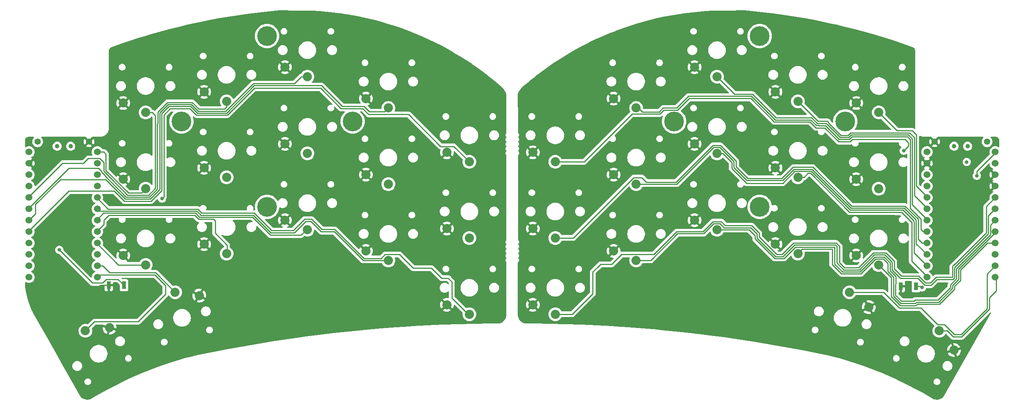
<source format=gbr>
%TF.GenerationSoftware,KiCad,Pcbnew,8.0.8*%
%TF.CreationDate,2025-01-23T20:59:21-05:00*%
%TF.ProjectId,sweepv2.1,73776565-7076-4322-9e31-2e6b69636164,rev?*%
%TF.SameCoordinates,Original*%
%TF.FileFunction,Copper,L1,Top*%
%TF.FilePolarity,Positive*%
%FSLAX46Y46*%
G04 Gerber Fmt 4.6, Leading zero omitted, Abs format (unit mm)*
G04 Created by KiCad (PCBNEW 8.0.8) date 2025-01-23 20:59:21*
%MOMM*%
%LPD*%
G01*
G04 APERTURE LIST*
%TA.AperFunction,ComponentPad*%
%ADD10C,1.524000*%
%TD*%
%TA.AperFunction,ComponentPad*%
%ADD11C,2.032000*%
%TD*%
%TA.AperFunction,SMDPad,CuDef*%
%ADD12R,0.900000X1.700000*%
%TD*%
%TA.AperFunction,ComponentPad*%
%ADD13C,4.400000*%
%TD*%
%TA.AperFunction,ComponentPad*%
%ADD14C,1.397000*%
%TD*%
%TA.AperFunction,WasherPad*%
%ADD15C,1.000000*%
%TD*%
%TA.AperFunction,ViaPad*%
%ADD16C,0.800000*%
%TD*%
%TA.AperFunction,Conductor*%
%ADD17C,0.250000*%
%TD*%
G04 APERTURE END LIST*
D10*
%TO.P,U1,24*%
%TO.N,raw*%
X222569400Y-53086000D03*
%TO.P,U1,23*%
%TO.N,gnd*%
X222569400Y-55626000D03*
%TO.P,U1,22*%
%TO.N,reset*%
X222569400Y-58166000D03*
%TO.P,U1,21*%
%TO.N,vcc*%
X222569400Y-60706000D03*
%TO.P,U1,20*%
%TO.N,Switch5*%
X222569400Y-63246000D03*
%TO.P,U1,19*%
%TO.N,Switch4*%
X222569400Y-65786000D03*
%TO.P,U1,18*%
%TO.N,Switch3*%
X222569400Y-68326000D03*
%TO.P,U1,17*%
%TO.N,Switch2*%
X222569400Y-70866000D03*
%TO.P,U1,16*%
%TO.N,Switch6*%
X222569400Y-73406000D03*
%TO.P,U1,15*%
%TO.N,Switch7*%
X222569400Y-75946000D03*
%TO.P,U1,14*%
%TO.N,Switch8*%
X222569400Y-78486000D03*
%TO.P,U1,13*%
%TO.N,Switch9*%
X222569400Y-81026000D03*
%TO.P,U1,12*%
%TO.N,Switch17*%
X237789400Y-81026000D03*
%TO.P,U1,11*%
%TO.N,Switch16*%
X237789400Y-78486000D03*
%TO.P,U1,10*%
%TO.N,Switch1*%
X237789400Y-75946000D03*
%TO.P,U1,9*%
%TO.N,Switch15*%
X237789400Y-73406000D03*
%TO.P,U1,8*%
%TO.N,Switch14*%
X237789400Y-70866000D03*
%TO.P,U1,7*%
%TO.N,Switch13*%
X237789400Y-68326000D03*
%TO.P,U1,6*%
%TO.N,Switch12*%
X237789400Y-65786000D03*
%TO.P,U1,5*%
%TO.N,Switch11*%
X237789400Y-63246000D03*
%TO.P,U1,4*%
%TO.N,gnd*%
X237789400Y-60706000D03*
%TO.P,U1,3*%
X237789400Y-58166000D03*
%TO.P,U1,2*%
%TO.N,Switch18*%
X237789400Y-55626000D03*
%TO.P,U1,1*%
%TO.N,Switch10*%
X237789400Y-53086000D03*
%TD*%
D11*
%TO.P,SW16,2*%
%TO.N,gnd*%
X170856000Y-68316000D03*
%TO.P,SW16,1*%
%TO.N,Switch13*%
X175856000Y-70416000D03*
%TD*%
%TO.P,SW20,2*%
%TO.N,gnd*%
X228616127Y-97291103D03*
%TO.P,SW20,1*%
%TO.N,Switch17*%
X225336000Y-92972450D03*
%TD*%
%TO.P,SW15,2*%
%TO.N,gnd*%
X152856000Y-75174000D03*
%TO.P,SW15,1*%
%TO.N,Switch12*%
X157856000Y-77274000D03*
%TD*%
%TO.P,SW21,2*%
%TO.N,gnd*%
X209639142Y-87705577D03*
%TO.P,SW21,1*%
%TO.N,Switch16*%
X205353032Y-84383038D03*
%TD*%
%TO.P,SW17,2*%
%TO.N,gnd*%
X188856000Y-73650000D03*
%TO.P,SW17,1*%
%TO.N,Switch14*%
X193856000Y-75750000D03*
%TD*%
%TO.P,SW18,2*%
%TO.N,gnd*%
X206836000Y-76190000D03*
%TO.P,SW18,1*%
%TO.N,Switch15*%
X211836000Y-78290000D03*
%TD*%
%TO.P,SW4,2*%
%TO.N,gnd*%
X170856000Y-34182000D03*
%TO.P,SW4,1*%
%TO.N,Switch3*%
X175856000Y-36282000D03*
%TD*%
%TO.P,SW3,2*%
%TO.N,gnd*%
X152856000Y-41182000D03*
%TO.P,SW3,1*%
%TO.N,Switch2*%
X157856000Y-43282000D03*
%TD*%
%TO.P,SW9,2*%
%TO.N,gnd*%
X152856000Y-58156000D03*
%TO.P,SW9,1*%
%TO.N,Switch7*%
X157856000Y-60256000D03*
%TD*%
%TO.P,SW14,2*%
%TO.N,gnd*%
X134856000Y-87182000D03*
%TO.P,SW14,1*%
%TO.N,Switch11*%
X139856000Y-89282000D03*
%TD*%
%TO.P,SW12,2*%
%TO.N,gnd*%
X206836000Y-59172000D03*
%TO.P,SW12,1*%
%TO.N,Switch10*%
X211836000Y-61272000D03*
%TD*%
%TO.P,SW11,2*%
%TO.N,gnd*%
X188856000Y-56632000D03*
%TO.P,SW11,1*%
%TO.N,Switch9*%
X193856000Y-58732000D03*
%TD*%
%TO.P,SW8,2*%
%TO.N,gnd*%
X134856000Y-70182000D03*
%TO.P,SW8,1*%
%TO.N,Switch6*%
X139856000Y-72282000D03*
%TD*%
%TO.P,SW6,2*%
%TO.N,gnd*%
X206856000Y-42182000D03*
%TO.P,SW6,1*%
%TO.N,Switch5*%
X211856000Y-44282000D03*
%TD*%
%TO.P,SW5,2*%
%TO.N,gnd*%
X188856000Y-39682000D03*
%TO.P,SW5,1*%
%TO.N,Switch4*%
X193856000Y-41782000D03*
%TD*%
%TO.P,SW2,2*%
%TO.N,gnd*%
X134856000Y-53182000D03*
%TO.P,SW2,1*%
%TO.N,Switch1*%
X139856000Y-55282000D03*
%TD*%
D12*
%TO.P,RSW1,2*%
%TO.N,reset*%
X220140000Y-83058000D03*
%TO.P,RSW1,1*%
%TO.N,gnd*%
X216740000Y-83058000D03*
%TD*%
D11*
%TO.P,SW10,2*%
%TO.N,gnd*%
X170856000Y-51298000D03*
%TO.P,SW10,1*%
%TO.N,Switch8*%
X175856000Y-53398000D03*
%TD*%
D13*
%TO.P,REF\u002A\u002A,1*%
%TO.N,N/C*%
X204406000Y-46282000D03*
X185356000Y-65332000D03*
X185356000Y-27232000D03*
X166306000Y-46282000D03*
%TD*%
D14*
%TO.P,Bat+r1,1,1*%
%TO.N,BT+_r*%
X235966000Y-50800000D03*
%TD*%
%TO.P,BatGND1,1,1*%
%TO.N,gnd*%
X224282000Y-50800000D03*
%TD*%
D10*
%TO.P,U2,24*%
%TO.N,raw*%
X22717400Y-53086000D03*
%TO.P,U2,23*%
%TO.N,gnd*%
X22717400Y-55626000D03*
%TO.P,U2,22*%
%TO.N,reset_r*%
X22717400Y-58166000D03*
%TO.P,U2,21*%
%TO.N,vcc*%
X22717400Y-60706000D03*
%TO.P,U2,20*%
%TO.N,Switch5_r*%
X22717400Y-63246000D03*
%TO.P,U2,19*%
%TO.N,Switch4_r*%
X22717400Y-65786000D03*
%TO.P,U2,18*%
%TO.N,Switch3_r*%
X22717400Y-68326000D03*
%TO.P,U2,17*%
%TO.N,Switch2_r*%
X22717400Y-70866000D03*
%TO.P,U2,16*%
%TO.N,Switch6_r*%
X22717400Y-73406000D03*
%TO.P,U2,15*%
%TO.N,Switch7_r*%
X22717400Y-75946000D03*
%TO.P,U2,14*%
%TO.N,Switch8_r*%
X22717400Y-78486000D03*
%TO.P,U2,13*%
%TO.N,Switch9_r*%
X22717400Y-81026000D03*
%TO.P,U2,12*%
%TO.N,Switch17_r*%
X37937400Y-81026000D03*
%TO.P,U2,11*%
%TO.N,Switch16_r*%
X37937400Y-78486000D03*
%TO.P,U2,10*%
%TO.N,Switch1_r*%
X37937400Y-75946000D03*
%TO.P,U2,9*%
%TO.N,Switch15_r*%
X37937400Y-73406000D03*
%TO.P,U2,8*%
%TO.N,Switch14_r*%
X37937400Y-70866000D03*
%TO.P,U2,7*%
%TO.N,Switch13_r*%
X37937400Y-68326000D03*
%TO.P,U2,6*%
%TO.N,Switch12_r*%
X37937400Y-65786000D03*
%TO.P,U2,5*%
%TO.N,Switch11_r*%
X37937400Y-63246000D03*
%TO.P,U2,4*%
%TO.N,gnd*%
X37937400Y-60706000D03*
%TO.P,U2,3*%
X37937400Y-58166000D03*
%TO.P,U2,2*%
%TO.N,Switch18_r*%
X37937400Y-55626000D03*
%TO.P,U2,1*%
%TO.N,Switch10_r*%
X37937400Y-53086000D03*
%TD*%
D11*
%TO.P,SW17_r1,2*%
%TO.N,gnd*%
X43686000Y-76190000D03*
%TO.P,SW17_r1,1*%
%TO.N,Switch15_r*%
X48686000Y-78290000D03*
%TD*%
%TO.P,SW11_r1,2*%
%TO.N,gnd*%
X61700000Y-56632000D03*
%TO.P,SW11_r1,1*%
%TO.N,Switch9_r*%
X66700000Y-58732000D03*
%TD*%
%TO.P,SW15_r1,2*%
%TO.N,gnd*%
X79688000Y-68316000D03*
%TO.P,SW15_r1,1*%
%TO.N,Switch13_r*%
X84688000Y-70416000D03*
%TD*%
%TO.P,SW18_r1,2*%
%TO.N,gnd*%
X97714000Y-75174000D03*
%TO.P,SW18_r1,1*%
%TO.N,Switch12_r*%
X102714000Y-77274000D03*
%TD*%
%TO.P,SW6_r1,2*%
%TO.N,gnd*%
X43686000Y-42182000D03*
%TO.P,SW6_r1,1*%
%TO.N,Switch5_r*%
X48686000Y-44282000D03*
%TD*%
%TO.P,SW5_r1,2*%
%TO.N,gnd*%
X61700000Y-39682000D03*
%TO.P,SW5_r1,1*%
%TO.N,Switch4_r*%
X66700000Y-41782000D03*
%TD*%
%TO.P,SW2_r1,2*%
%TO.N,gnd*%
X115732000Y-53182000D03*
%TO.P,SW2_r1,1*%
%TO.N,Switch1_r*%
X120732000Y-55282000D03*
%TD*%
%TO.P,SW16_r1,2*%
%TO.N,gnd*%
X61700000Y-73650000D03*
%TO.P,SW16_r1,1*%
%TO.N,Switch14_r*%
X66700000Y-75750000D03*
%TD*%
%TO.P,SW4_r1,2*%
%TO.N,gnd*%
X79688000Y-34182000D03*
%TO.P,SW4_r1,1*%
%TO.N,Switch3_r*%
X84688000Y-36282000D03*
%TD*%
%TO.P,SW13_r1,2*%
%TO.N,gnd*%
X115732000Y-87182000D03*
%TO.P,SW13_r1,1*%
%TO.N,Switch11_r*%
X120732000Y-89282000D03*
%TD*%
%TO.P,SW12_r1,2*%
%TO.N,gnd*%
X43686000Y-59172000D03*
%TO.P,SW12_r1,1*%
%TO.N,Switch10_r*%
X48686000Y-61272000D03*
%TD*%
%TO.P,SW3_r1,2*%
%TO.N,gnd*%
X97714000Y-41182000D03*
%TO.P,SW3_r1,1*%
%TO.N,Switch2_r*%
X102714000Y-43282000D03*
%TD*%
%TO.P,SW8_r1,2*%
%TO.N,gnd*%
X97714000Y-58156000D03*
%TO.P,SW8_r1,1*%
%TO.N,Switch7_r*%
X102714000Y-60256000D03*
%TD*%
%TO.P,SW21_r1,2*%
%TO.N,gnd*%
X60624117Y-85117387D03*
%TO.P,SW21_r1,1*%
%TO.N,Switch16_r*%
X55250968Y-84383038D03*
%TD*%
%TO.P,SW9_r1,2*%
%TO.N,gnd*%
X79688000Y-51298000D03*
%TO.P,SW9_r1,1*%
%TO.N,Switch8_r*%
X84688000Y-53398000D03*
%TD*%
%TO.P,SW20_r1,2*%
%TO.N,gnd*%
X40648127Y-92291103D03*
%TO.P,SW20_r1,1*%
%TO.N,Switch17_r*%
X35268000Y-92972450D03*
%TD*%
%TO.P,SW7_r1,2*%
%TO.N,gnd*%
X115732000Y-70182000D03*
%TO.P,SW7_r1,1*%
%TO.N,Switch6_r*%
X120732000Y-72282000D03*
%TD*%
D13*
%TO.P,REF\u002A\u002A,1*%
%TO.N,N/C*%
X56642000Y-46282000D03*
X75692000Y-27232000D03*
X75692000Y-65332000D03*
X94742000Y-46282000D03*
%TD*%
D14*
%TO.P,BatGND4,1,1*%
%TO.N,gnd*%
X36068000Y-50800000D03*
%TD*%
%TO.P,Bat+1,1,1*%
%TO.N,BT+*%
X24638000Y-50800000D03*
%TD*%
D12*
%TO.P,RSW2,2*%
%TO.N,reset_r*%
X43864000Y-82804000D03*
%TO.P,RSW2,1*%
%TO.N,gnd*%
X40464000Y-82804000D03*
%TD*%
D15*
%TO.P,SW_POWERR1,*%
%TO.N,*%
X228624000Y-51816000D03*
X231624000Y-51816000D03*
%TD*%
%TO.P,SW_POWER1,*%
%TO.N,*%
X28980000Y-51816000D03*
X31980000Y-51816000D03*
%TD*%
D16*
%TO.N,gnd*%
X224282000Y-84328000D03*
%TO.N,reset*%
X221488000Y-83312000D03*
%TO.N,Switch1*%
X217424000Y-52832000D03*
%TO.N,Switch10*%
X233680000Y-58420000D03*
%TO.N,BT+_r*%
X231437000Y-55329000D03*
%TO.N,reset_r*%
X29464000Y-74930000D03*
%TO.N,Switch1_r*%
X52324000Y-63500000D03*
%TD*%
D17*
%TO.N,gnd*%
X40406010Y-82746010D02*
X40464000Y-82804000D01*
X34076000Y-83552000D02*
X37802010Y-83552000D01*
X37802010Y-83552000D02*
X38608000Y-82746010D01*
X38608000Y-82746010D02*
X40406010Y-82746010D01*
%TO.N,reset*%
X220140000Y-83058000D02*
X221234000Y-83058000D01*
X221234000Y-83058000D02*
X221488000Y-83312000D01*
%TO.N,Switch1*%
X164039990Y-43732010D02*
X167057719Y-43732009D01*
X188603200Y-46366020D02*
X196530790Y-46366020D01*
X205486000Y-50800000D02*
X205994000Y-50292000D01*
X139856000Y-55282000D02*
X146295954Y-55282000D01*
X218417960Y-51838040D02*
X217424000Y-52832000D01*
X146295954Y-55282000D02*
X156954953Y-44623001D01*
X205994000Y-50292000D02*
X217678000Y-50292000D01*
X169641728Y-41148000D02*
X183385180Y-41148000D01*
X202946000Y-50800000D02*
X205486000Y-50800000D01*
X197858780Y-47694010D02*
X199840010Y-47694010D01*
X237675495Y-76259905D02*
X237989400Y-75946000D01*
X217678000Y-50292000D02*
X218417960Y-51031960D01*
X196530790Y-46366020D02*
X197858780Y-47694010D01*
X156954953Y-44623001D02*
X163148999Y-44623001D01*
X218417960Y-51031960D02*
X218417960Y-51838040D01*
X199840010Y-47694010D02*
X202946000Y-50800000D01*
X183385180Y-41148000D02*
X188603200Y-46366020D01*
X217424000Y-52832000D02*
X217424000Y-52832000D01*
X163148999Y-44623001D02*
X164039990Y-43732010D01*
X167057719Y-43732009D02*
X169641728Y-41148000D01*
%TO.N,Switch2*%
X203074410Y-50292000D02*
X205357590Y-50292000D01*
X205933189Y-49716401D02*
X218243991Y-49716401D01*
X218867970Y-50340380D02*
X218867970Y-65705970D01*
X200026411Y-47244001D02*
X203074410Y-50292000D01*
X159234991Y-44172991D02*
X162962599Y-44172991D01*
X163853591Y-43282001D02*
X166871317Y-43282001D01*
X157856000Y-43282000D02*
X158344000Y-43282000D01*
X169513318Y-40640000D02*
X183513590Y-40640000D01*
X205357590Y-50292000D02*
X205933189Y-49716401D01*
X166871317Y-43282001D02*
X169513318Y-40640000D01*
X162962599Y-44172991D02*
X163853591Y-43282001D01*
X158344000Y-43282000D02*
X159234991Y-44172991D01*
X218243991Y-49716401D02*
X218867970Y-50340380D01*
X221234000Y-70358000D02*
X221742000Y-70866000D01*
X218867970Y-65705970D02*
X221234000Y-68072000D01*
X221234000Y-68072000D02*
X221234000Y-70358000D01*
X221742000Y-70866000D02*
X222569400Y-70866000D01*
X198553180Y-47244000D02*
X200026411Y-47244001D01*
X198463590Y-47154410D02*
X198553180Y-47244000D01*
X196717190Y-45916010D02*
X197955590Y-47154410D01*
X183513590Y-40640000D02*
X188789600Y-45916010D01*
X188789600Y-45916010D02*
X196717190Y-45916010D01*
X197955590Y-47154410D02*
X198463590Y-47154410D01*
%TO.N,Switch3*%
X219317980Y-64874580D02*
X222769400Y-68326000D01*
X188976000Y-45466000D02*
X196903590Y-45466000D01*
X179763990Y-40189990D02*
X183699990Y-40189990D01*
X198115600Y-46678010D02*
X200209990Y-46678010D01*
X218430392Y-49266392D02*
X219317980Y-50153980D01*
X183699990Y-40189990D02*
X188976000Y-45466000D01*
X205171190Y-49841990D02*
X205746788Y-49266392D01*
X219317980Y-50153980D02*
X219317980Y-64874580D01*
X196903590Y-45466000D02*
X198115600Y-46678010D01*
X175856000Y-36282000D02*
X179763990Y-40189990D01*
X205746788Y-49266392D02*
X218430392Y-49266392D01*
X203260810Y-49841990D02*
X205171190Y-49841990D01*
X200209990Y-46678010D02*
X200209990Y-46791170D01*
X200209990Y-46791170D02*
X203260810Y-49841990D01*
%TO.N,Switch4*%
X193856000Y-41782000D02*
X198302000Y-46228000D01*
X219767990Y-49841990D02*
X219767990Y-62784590D01*
X203447210Y-49391980D02*
X204984790Y-49391980D01*
X205560388Y-48816382D02*
X218742382Y-48816382D01*
X218742382Y-48816382D02*
X219767990Y-49841990D01*
X200660000Y-46491610D02*
X200660000Y-46604770D01*
X200396391Y-46228001D02*
X200660000Y-46491610D01*
X204984790Y-49391980D02*
X205560388Y-48816382D01*
X219767990Y-62784590D02*
X222769400Y-65786000D01*
X198302000Y-46228000D02*
X200396391Y-46228001D01*
X200660000Y-46604770D02*
X203447210Y-49391980D01*
%TO.N,Switch5*%
X220218000Y-49276000D02*
X220218000Y-60694600D01*
X211856000Y-44282000D02*
X215940372Y-48366372D01*
X215940372Y-48366372D02*
X219308372Y-48366372D01*
X220218000Y-60694600D02*
X222769400Y-63246000D01*
X219308372Y-48366372D02*
X220218000Y-49276000D01*
%TO.N,Switch6*%
X190290508Y-58985990D02*
X192785520Y-56490980D01*
X160135990Y-59805990D02*
X166738918Y-59805990D01*
X157339659Y-58787659D02*
X159117659Y-58787659D01*
X139856000Y-72282000D02*
X143845318Y-72282000D01*
X143845318Y-72282000D02*
X157339659Y-58787659D01*
X180097546Y-55106454D02*
X180097546Y-56399546D01*
X197209801Y-56490981D02*
X205858801Y-65139981D01*
X176598082Y-51606990D02*
X180097546Y-55106454D01*
X217665571Y-65139981D02*
X220534795Y-68009205D01*
X182683990Y-58985990D02*
X190290508Y-58985990D01*
X220534795Y-68009205D02*
X220610020Y-68084430D01*
X220610020Y-68084430D02*
X220610020Y-72528020D01*
X159117659Y-58787659D02*
X160135990Y-59805990D01*
X174937919Y-51606989D02*
X176598082Y-51606990D01*
X166738918Y-59805990D02*
X174937919Y-51606989D01*
X205858801Y-65139981D02*
X217665571Y-65139981D01*
X220610020Y-72528020D02*
X221488000Y-73406000D01*
X221488000Y-73406000D02*
X222569400Y-73406000D01*
X192785520Y-56490980D02*
X197209801Y-56490981D01*
X180097546Y-56399546D02*
X182683990Y-58985990D01*
%TO.N,Switch7*%
X205672400Y-65589990D02*
X217479171Y-65589991D01*
X219962590Y-68073410D02*
X220160010Y-68270830D01*
X220160010Y-68270830D02*
X220160010Y-73536610D01*
X217479171Y-65589991D02*
X219962590Y-68073410D01*
X220160010Y-73536610D02*
X222569400Y-75946000D01*
X179578000Y-55223318D02*
X179578000Y-56571590D01*
X197023400Y-56940990D02*
X205672400Y-65589990D01*
X166925318Y-60256000D02*
X175124319Y-52056999D01*
X192971919Y-56940989D02*
X197023400Y-56940990D01*
X175124319Y-52056999D02*
X176411681Y-52056999D01*
X190476908Y-59436000D02*
X192971919Y-56940989D01*
X157856000Y-60256000D02*
X166925318Y-60256000D01*
X182442410Y-59436000D02*
X190476908Y-59436000D01*
X179578000Y-56571590D02*
X182442410Y-59436000D01*
X176411681Y-52056999D02*
X179578000Y-55223318D01*
%TO.N,Switch8*%
X177116272Y-53398000D02*
X179127990Y-55409718D01*
X219710000Y-75626600D02*
X222569400Y-78486000D01*
X182443001Y-60073001D02*
X190476317Y-60073001D01*
X179127990Y-56757990D02*
X182443001Y-60073001D01*
X193158319Y-57390999D02*
X196836999Y-57390999D01*
X175768000Y-53398000D02*
X177116272Y-53398000D01*
X219644385Y-68391615D02*
X219644385Y-68639975D01*
X190476317Y-60073001D02*
X193158319Y-57390999D01*
X196836999Y-57390999D02*
X205486000Y-66040000D01*
X219644385Y-68639975D02*
X219710000Y-68705590D01*
X217292770Y-66040000D02*
X219644385Y-68391615D01*
X179127990Y-55409718D02*
X179127990Y-56757990D01*
X219710000Y-68705590D02*
X219710000Y-75626600D01*
X205486000Y-66040000D02*
X217292770Y-66040000D01*
%TO.N,Switch9*%
X195238840Y-58732000D02*
X196129831Y-57841009D01*
X221747700Y-80004300D02*
X222769400Y-81026000D01*
X219202000Y-68834000D02*
X219202000Y-77458600D01*
X215588010Y-66490010D02*
X215646000Y-66548000D01*
X205299600Y-66490010D02*
X215588010Y-66490010D01*
X193802000Y-58732000D02*
X195238840Y-58732000D01*
X196129831Y-57841009D02*
X196650599Y-57841009D01*
X219202000Y-77458600D02*
X221747700Y-80004300D01*
X196650599Y-57841009D02*
X205299600Y-66490010D01*
X216916000Y-66548000D02*
X219202000Y-68834000D01*
X215646000Y-66548000D02*
X216916000Y-66548000D01*
%TO.N,Switch10*%
X237989400Y-53086000D02*
X233680000Y-57395400D01*
X233680000Y-57395400D02*
X233680000Y-58420000D01*
%TO.N,Switch11*%
X203142010Y-77791600D02*
X203142010Y-74107190D01*
X210633118Y-75598972D02*
X207318120Y-78913970D01*
X228600000Y-78232000D02*
X228694950Y-78232000D01*
X203142010Y-74107190D02*
X202418793Y-73383973D01*
X228808717Y-78023283D02*
X228600000Y-78232000D01*
X216916000Y-80772000D02*
X215276020Y-79132020D01*
X222250000Y-82296000D02*
X220726000Y-80772000D01*
X177719978Y-69515978D02*
X176828989Y-68624989D01*
X228256865Y-78575135D02*
X228256865Y-80986725D01*
X235802379Y-71124571D02*
X235802379Y-65233021D01*
X154641841Y-75932999D02*
X152441260Y-78133580D01*
X202418793Y-73383973D02*
X192910526Y-73383972D01*
X223366176Y-82296000D02*
X222250000Y-82296000D01*
X192910526Y-73383972D02*
X190348498Y-75946000D01*
X228217590Y-81026000D02*
X224636176Y-81026000D01*
X224636176Y-81026000D02*
X223366176Y-82296000D01*
X228256865Y-80986725D02*
X228217590Y-81026000D01*
X185234659Y-72067341D02*
X185234659Y-71188659D01*
X228694950Y-78232000D02*
X235802379Y-71124571D01*
X190348498Y-75946000D02*
X189113318Y-75946000D01*
X143636000Y-89282000D02*
X139856000Y-89282000D01*
X213424204Y-75598972D02*
X210633118Y-75598972D01*
X149310740Y-78781260D02*
X149253580Y-78781260D01*
X228922887Y-78023283D02*
X228808717Y-78023283D01*
X185234659Y-71188659D02*
X183561978Y-69515978D01*
X189113318Y-75946000D02*
X185234659Y-72067341D01*
X207318120Y-78913970D02*
X204264380Y-78913970D01*
X220726000Y-80772000D02*
X216916000Y-80772000D01*
X228600000Y-78232000D02*
X228256865Y-78575135D01*
X204264380Y-78913970D02*
X203142010Y-77791600D01*
X235802379Y-65233021D02*
X237789400Y-63246000D01*
X215276020Y-77450788D02*
X213424204Y-75598972D01*
X215276020Y-79132020D02*
X215276020Y-77450788D01*
X183561978Y-69515978D02*
X177719978Y-69515978D01*
X176828989Y-68624989D02*
X174937919Y-68624989D01*
X149253580Y-78781260D02*
X148180420Y-79854420D01*
X148180420Y-84737580D02*
X143636000Y-89282000D01*
X148180420Y-79854420D02*
X148180420Y-84737580D01*
X174937919Y-68624989D02*
X172708454Y-70854454D01*
X172708454Y-70854454D02*
X166889546Y-70854454D01*
X166889546Y-70854454D02*
X161811001Y-75932999D01*
X161811001Y-75932999D02*
X154641841Y-75932999D01*
X152441260Y-78133580D02*
X149958420Y-78133580D01*
X149958420Y-78133580D02*
X149310740Y-78781260D01*
%TO.N,Switch12*%
X236252389Y-67323011D02*
X237789400Y-65786000D01*
X214826010Y-77637188D02*
X214826010Y-79370780D01*
X236252389Y-71330191D02*
X236252389Y-67323011D01*
X213237803Y-76048981D02*
X214826010Y-77637188D01*
X229109287Y-78473293D02*
X236252389Y-71330191D01*
X210819520Y-76048980D02*
X213237803Y-76048981D01*
X222108883Y-82791293D02*
X223507293Y-82791293D01*
X229090067Y-78473293D02*
X229109287Y-78473293D01*
X223507293Y-82791293D02*
X224764586Y-81534000D01*
X228706875Y-81173125D02*
X228706875Y-78856485D01*
X216698615Y-81243385D02*
X220560975Y-81243385D01*
X175124319Y-69074999D02*
X176543001Y-69074999D01*
X183272012Y-69965988D02*
X183375578Y-69965988D01*
X176543001Y-69074999D02*
X176543001Y-69101001D01*
X188926918Y-76396010D02*
X190534898Y-76396010D01*
X183272009Y-69965991D02*
X183272012Y-69965988D01*
X177407990Y-69965990D02*
X178298401Y-69965991D01*
X178298401Y-69965991D02*
X183272009Y-69965991D01*
X161106410Y-77274000D02*
X167075946Y-71304464D01*
X190534898Y-76396010D02*
X193096926Y-73833982D01*
X193096926Y-73833982D02*
X202232392Y-73833982D01*
X157856000Y-77274000D02*
X161106410Y-77274000D01*
X202496002Y-74097592D02*
X202496002Y-74480002D01*
X202232392Y-73833982D02*
X202496002Y-74097592D01*
X228346000Y-81534000D02*
X228706875Y-81173125D01*
X167075946Y-71304464D02*
X172894854Y-71304464D01*
X172894854Y-71304464D02*
X175124319Y-69074999D01*
X207504520Y-79363980D02*
X210819520Y-76048980D01*
X224764586Y-81534000D02*
X228346000Y-81534000D01*
X183375578Y-69965988D02*
X184784649Y-71375059D01*
X184784649Y-72253741D02*
X188926918Y-76396010D01*
X204077980Y-79363980D02*
X207504520Y-79363980D01*
X214826010Y-79370780D02*
X216698615Y-81243385D01*
X202496002Y-77782002D02*
X204077980Y-79363980D01*
X220560975Y-81243385D02*
X222108883Y-82791293D01*
X202496002Y-74363998D02*
X202496002Y-74480002D01*
X176543001Y-69101001D02*
X177407990Y-69965990D01*
X202496002Y-74480002D02*
X202496002Y-77782002D01*
X228706875Y-78856485D02*
X229090067Y-78473293D01*
X184784649Y-71375059D02*
X184784649Y-72253741D01*
%TO.N,Switch13*%
X237789400Y-68326000D02*
X236702399Y-69413001D01*
X207690918Y-79813990D02*
X203765990Y-79813990D01*
X227831210Y-82685200D02*
X227831210Y-83315970D01*
X193283326Y-74283992D02*
X190721298Y-76846020D01*
X225044000Y-86103180D02*
X219966820Y-86103180D01*
X215588010Y-85029190D02*
X215588010Y-82607990D01*
X211005919Y-76498989D02*
X207690918Y-79813990D01*
X219966820Y-86103180D02*
X219710000Y-86360000D01*
X202045992Y-74283992D02*
X193283326Y-74283992D01*
X202045992Y-78093992D02*
X202045992Y-74283992D01*
X215588010Y-82607990D02*
X215623215Y-82572785D01*
X188740518Y-76846020D02*
X184334640Y-72440142D01*
X214376000Y-79557180D02*
X214376000Y-77823588D01*
X214376000Y-77823588D02*
X213051402Y-76498990D01*
X215623215Y-80804395D02*
X214376000Y-79557180D01*
X219710000Y-86360000D02*
X216918820Y-86360000D01*
X184334639Y-71812639D02*
X182938000Y-70416000D01*
X215623215Y-82572785D02*
X215623215Y-80804395D01*
X213051402Y-76498990D02*
X211005919Y-76498989D01*
X184334640Y-72440142D02*
X184334639Y-71812639D01*
X237714572Y-68326000D02*
X237989400Y-68326000D01*
X190721298Y-76846020D02*
X188740518Y-76846020D01*
X236702399Y-71516591D02*
X229176105Y-79042885D01*
X236702399Y-69413001D02*
X236702399Y-71516591D01*
X229156885Y-79042885D02*
X229156884Y-81359526D01*
X229156884Y-81359526D02*
X227831210Y-82685200D01*
X216918820Y-86360000D02*
X215588010Y-85029190D01*
X229176105Y-79042885D02*
X229156885Y-79042885D01*
X225804590Y-85342590D02*
X225677590Y-85469590D01*
X225677590Y-85469590D02*
X225044000Y-86103180D01*
X227831210Y-83315970D02*
X225677590Y-85469590D01*
X203765990Y-79813990D02*
X202045992Y-78093992D01*
X182938000Y-70416000D02*
X175768000Y-70416000D01*
%TO.N,Switch14*%
X229606893Y-81545927D02*
X229606893Y-81289107D01*
X229606893Y-81289107D02*
X229606895Y-81289105D01*
X229606895Y-79248505D02*
X229606895Y-81289105D01*
X229606895Y-79248505D02*
X229606893Y-81545927D01*
X237989400Y-70866000D02*
X229606895Y-79248505D01*
X215173205Y-82260795D02*
X215138000Y-82296000D01*
X213903205Y-79720795D02*
X215173205Y-80990795D01*
X211192319Y-76948999D02*
X212865001Y-76948999D01*
X215138000Y-85215590D02*
X216790410Y-86868000D01*
X225230400Y-86553190D02*
X228281220Y-83502370D01*
X203570002Y-80264000D02*
X207877318Y-80264000D01*
X219964000Y-86868000D02*
X220278810Y-86553190D01*
X228281220Y-83502370D02*
X228281220Y-82871600D01*
X193802000Y-75750000D02*
X194817999Y-74734001D01*
X213903205Y-77987203D02*
X213903205Y-79720795D01*
X201480001Y-78173999D02*
X203570002Y-80264000D01*
X201480001Y-74734001D02*
X201480001Y-78173999D01*
X212865001Y-76948999D02*
X213903205Y-77987203D01*
X215173205Y-80990795D02*
X215173205Y-82260795D01*
X207877318Y-80264000D02*
X211192319Y-76948999D01*
X215138000Y-82296000D02*
X215138000Y-85215590D01*
X228281220Y-82871600D02*
X229606893Y-81545927D01*
X216790410Y-86868000D02*
X219964000Y-86868000D01*
X220278810Y-86553190D02*
X225230400Y-86553190D01*
X194817999Y-74734001D02*
X201480001Y-74734001D01*
%TO.N,Switch15*%
X225933000Y-86487000D02*
X225416801Y-87003199D01*
X228731230Y-83058000D02*
X228731230Y-83697230D01*
X225933000Y-86487000D02*
X225941460Y-86487000D01*
X225416801Y-87003199D02*
X220465211Y-87003199D01*
X237989400Y-73406000D02*
X236085810Y-73406000D01*
X214601000Y-85315000D02*
X214601000Y-81055000D01*
X236085810Y-73406000D02*
X233104905Y-76386905D01*
X225941460Y-86487000D02*
X228731230Y-83697230D01*
X214601000Y-81055000D02*
X211836000Y-78290000D01*
X233104905Y-76386905D02*
X230056905Y-79434905D01*
X220465211Y-87003199D02*
X220092410Y-87376000D01*
X230056902Y-81732328D02*
X228731230Y-83058000D01*
X220092410Y-87376000D02*
X216662000Y-87376000D01*
X230056905Y-81601095D02*
X230056902Y-81732328D01*
X230056905Y-79434905D02*
X230056905Y-81601095D01*
X216662000Y-87376000D02*
X214601000Y-85315000D01*
X233104905Y-76386905D02*
X233231905Y-76259905D01*
%TO.N,Switch16*%
X224981449Y-91631449D02*
X226505449Y-91631449D01*
X235966000Y-88009590D02*
X235966000Y-85598000D01*
X235966000Y-85598000D02*
X235966000Y-85469590D01*
X237789400Y-78486000D02*
X235966000Y-80309400D01*
X235966000Y-80309400D02*
X235966000Y-85598000D01*
X230186795Y-93788795D02*
X235966000Y-88009590D01*
X205353032Y-84383038D02*
X212907038Y-84383038D01*
X226505449Y-91631449D02*
X228662795Y-93788795D01*
X228662795Y-93788795D02*
X230186795Y-93788795D01*
X221234000Y-87884000D02*
X224981449Y-91631449D01*
X216408000Y-87884000D02*
X221234000Y-87884000D01*
X212907038Y-84383038D02*
X216408000Y-87884000D01*
%TO.N,Switch17*%
X228520549Y-94313451D02*
X230298549Y-94313451D01*
X237989400Y-84082600D02*
X237989400Y-81026000D01*
X236474000Y-85598000D02*
X237989400Y-84082600D01*
X225336000Y-92972450D02*
X227084450Y-92972450D01*
X228425451Y-94313451D02*
X228520549Y-94313451D01*
X236474000Y-88138000D02*
X236474000Y-85598000D01*
X225336000Y-92972450D02*
X225336000Y-93002000D01*
X227084450Y-92972450D02*
X228425451Y-94313451D01*
X230298549Y-94313451D02*
X236474000Y-88138000D01*
%TO.N,reset_r*%
X42536010Y-81476010D02*
X43864000Y-82804000D01*
X39086998Y-82296000D02*
X39906988Y-81476010D01*
X39906988Y-81476010D02*
X41713990Y-81476010D01*
X29464000Y-74930000D02*
X36830000Y-82296000D01*
X41713990Y-81476010D02*
X42536010Y-81476010D01*
X36830000Y-82296000D02*
X39086998Y-82296000D01*
%TO.N,Switch10_r*%
X44854328Y-62243010D02*
X47796990Y-62243010D01*
X47796990Y-62243010D02*
X48768000Y-61272000D01*
X39819659Y-57208341D02*
X44854328Y-62243010D01*
X39370000Y-53086000D02*
X39819659Y-53535659D01*
X39819659Y-53535659D02*
X39819659Y-57208341D01*
X37937400Y-53086000D02*
X39370000Y-53086000D01*
%TO.N,Switch11_r*%
X72415745Y-66724301D02*
X72823123Y-66724303D01*
X101081328Y-76823990D02*
X97281308Y-76823990D01*
X97281308Y-76823990D02*
X91127659Y-70670341D01*
X116103167Y-81305167D02*
X116103167Y-81254833D01*
X71804301Y-66724301D02*
X72415745Y-66724301D01*
X72415745Y-66724301D02*
X72419047Y-66720999D01*
X84074000Y-68072000D02*
X81534000Y-70612000D01*
X116103167Y-81254833D02*
X114579167Y-81254833D01*
X108204000Y-78994000D02*
X105142999Y-75932999D01*
X61136301Y-66724301D02*
X71804301Y-66724301D01*
X37737400Y-63246000D02*
X40331700Y-65840300D01*
X114579167Y-81254833D02*
X112318334Y-78994000D01*
X112318334Y-78994000D02*
X108204000Y-78994000D01*
X60252300Y-65840300D02*
X61136301Y-66724301D01*
X101972319Y-75932999D02*
X101081328Y-76823990D01*
X87884000Y-70358000D02*
X85598000Y-68072000D01*
X90806410Y-70358000D02*
X87884000Y-70358000D01*
X116814833Y-82016833D02*
X116103167Y-81305167D01*
X91118751Y-70670341D02*
X90806410Y-70358000D01*
X40331700Y-65840300D02*
X60252300Y-65840300D01*
X81534000Y-70612000D02*
X76710820Y-70612000D01*
X85598000Y-68072000D02*
X84074000Y-68072000D01*
X72823121Y-66724301D02*
X71804301Y-66724301D01*
X105142999Y-75932999D02*
X101972319Y-75932999D01*
X91127659Y-70670341D02*
X91118751Y-70670341D01*
X120650000Y-89466000D02*
X116814833Y-85630833D01*
X116814833Y-85630833D02*
X116814833Y-82016833D01*
X76710820Y-70612000D02*
X72823121Y-66724301D01*
%TO.N,Switch12_r*%
X38241710Y-66290310D02*
X60065900Y-66290310D01*
X97086000Y-77274000D02*
X102616000Y-77274000D01*
X87755590Y-70866000D02*
X90678000Y-70866000D01*
X84328000Y-68580000D02*
X85469590Y-68580000D01*
X72636722Y-67174312D02*
X76582410Y-71120000D01*
X37737400Y-65786000D02*
X38241710Y-66290310D01*
X60841689Y-67174311D02*
X72636722Y-67174312D01*
X85469590Y-68580000D02*
X87755590Y-70866000D01*
X76582410Y-71120000D02*
X81788000Y-71120000D01*
X60065900Y-66290310D02*
X60841689Y-67066099D01*
X90678000Y-70866000D02*
X97086000Y-77274000D01*
X81788000Y-71120000D02*
X84328000Y-68580000D01*
X60841689Y-67066099D02*
X60841689Y-67174311D01*
%TO.N,Switch13_r*%
X39323080Y-66740320D02*
X59771288Y-66740320D01*
X72450321Y-67624321D02*
X76454000Y-71628000D01*
X59771288Y-66740320D02*
X60645679Y-67614711D01*
X60645679Y-67624321D02*
X72450321Y-67624321D01*
X83270000Y-71628000D02*
X84736000Y-70162000D01*
X60645679Y-67614711D02*
X60645679Y-67624321D01*
X76454000Y-71628000D02*
X83270000Y-71628000D01*
X37737400Y-68326000D02*
X39323080Y-66740320D01*
%TO.N,Switch14_r*%
X39370000Y-68326000D02*
X40505670Y-67190330D01*
X60459279Y-68074331D02*
X63756331Y-68074331D01*
X37737400Y-70866000D02*
X39370000Y-69233400D01*
X63756331Y-68074331D02*
X64160167Y-68478167D01*
X39370000Y-69233400D02*
X39370000Y-68326000D01*
X40505670Y-67190330D02*
X59584888Y-67190330D01*
X64160167Y-71221833D02*
X66802000Y-73863666D01*
X66802000Y-73863666D02*
X66802000Y-76004000D01*
X59584888Y-67190330D02*
X59584888Y-67199940D01*
X59584888Y-67199940D02*
X60459279Y-68074331D01*
X64160167Y-68478167D02*
X64160167Y-71221833D01*
%TO.N,Switch15_r*%
X37737400Y-73406000D02*
X42621400Y-78290000D01*
X42621400Y-78290000D02*
X48686000Y-78290000D01*
%TO.N,Switch16_r*%
X40640000Y-80010000D02*
X50877930Y-80010000D01*
X50877930Y-80010000D02*
X51385930Y-80518000D01*
X39116000Y-78486000D02*
X40640000Y-80010000D01*
X37737400Y-78486000D02*
X39116000Y-78486000D01*
X51385930Y-80518000D02*
X55250968Y-84383038D01*
%TO.N,Switch17_r*%
X53086000Y-84836000D02*
X53086000Y-82854480D01*
X38245400Y-80518000D02*
X37737400Y-81026000D01*
X37290348Y-90950102D02*
X46971898Y-90950102D01*
X35268000Y-92972450D02*
X37290348Y-90950102D01*
X53086000Y-82854480D02*
X50749520Y-80518000D01*
X50749520Y-80518000D02*
X38245400Y-80518000D01*
X46971898Y-90950102D02*
X53086000Y-84836000D01*
%TO.N,Switch1_r*%
X120732000Y-55282000D02*
X117290999Y-51840999D01*
X66870050Y-44869450D02*
X59981040Y-44869450D01*
X58545590Y-43434000D02*
X54102000Y-43434000D01*
X96970010Y-43376010D02*
X92144010Y-43376010D01*
X114324999Y-51840999D02*
X107188000Y-44704000D01*
X98298000Y-44704000D02*
X96970010Y-43376010D01*
X59981040Y-44869450D02*
X58545590Y-43434000D01*
X72877502Y-38862000D02*
X66870050Y-44869450D01*
X52324000Y-63500000D02*
X52324000Y-63500000D01*
X92144010Y-43376010D02*
X87630000Y-38862000D01*
X38354000Y-75946000D02*
X37737400Y-75946000D01*
X52716020Y-44819980D02*
X52716020Y-63107980D01*
X117290999Y-51840999D02*
X114324999Y-51840999D01*
X107188000Y-44704000D02*
X98298000Y-44704000D01*
X87630000Y-38862000D02*
X72877502Y-38862000D01*
X54102000Y-43434000D02*
X52716020Y-44819980D01*
X52716020Y-63107980D02*
X52324000Y-63500000D01*
%TO.N,Switch2_r*%
X98474301Y-44118301D02*
X101877699Y-44118301D01*
X72823546Y-38279546D02*
X87809546Y-38279546D01*
X87809546Y-38279546D02*
X92456000Y-42926000D01*
X92456000Y-42926000D02*
X97282000Y-42926000D01*
X60167442Y-44419442D02*
X66683651Y-44419441D01*
X43950392Y-64043048D02*
X49890865Y-64043047D01*
X41700343Y-61793001D02*
X43950392Y-64043048D01*
X52266010Y-61667902D02*
X52266010Y-44510810D01*
X49890865Y-64043047D02*
X52266010Y-61667902D01*
X58674000Y-42926000D02*
X60167442Y-44419442D01*
X31590399Y-61793001D02*
X41700343Y-61793001D01*
X52266010Y-44510810D02*
X53850820Y-42926000D01*
X66683651Y-44419441D02*
X72823546Y-38279546D01*
X53850820Y-42926000D02*
X58674000Y-42926000D01*
X97282000Y-42926000D02*
X98474301Y-44118301D01*
X22517400Y-70866000D02*
X31590399Y-61793001D01*
X101877699Y-44118301D02*
X102714000Y-43282000D01*
%TO.N,Switch3_r*%
X53664420Y-42475990D02*
X51816000Y-44324410D01*
X24149905Y-66893495D02*
X22717400Y-68326000D01*
X51816000Y-61481502D02*
X49704464Y-63593038D01*
X29686809Y-59253001D02*
X24149905Y-64789905D01*
X49704464Y-63593038D02*
X44136791Y-63593039D01*
X24149905Y-64789905D02*
X24149905Y-66893495D01*
X72637146Y-37829536D02*
X66497250Y-43969432D01*
X44136791Y-63593039D02*
X39796753Y-59253001D01*
X81804464Y-37829536D02*
X72637146Y-37829536D01*
X84688000Y-36282000D02*
X83272000Y-36282000D01*
X58860400Y-42475990D02*
X53664420Y-42475990D01*
X66497250Y-43969432D02*
X60353842Y-43969432D01*
X39796753Y-59253001D02*
X29686809Y-59253001D01*
X60353842Y-43969432D02*
X58860400Y-42475990D01*
X83272000Y-36282000D02*
X83272000Y-36362000D01*
X83272000Y-36362000D02*
X81804464Y-37829536D01*
X51816000Y-44324410D02*
X51816000Y-61481502D01*
%TO.N,Switch4_r*%
X38862000Y-57532410D02*
X38862000Y-57404000D01*
X59046800Y-42025980D02*
X53478020Y-42025980D01*
X66208576Y-43519424D02*
X60540244Y-43519424D01*
X39612081Y-58282491D02*
X38862000Y-57532410D01*
X66700000Y-41782000D02*
X66700000Y-43028000D01*
X66700000Y-43028000D02*
X66208576Y-43519424D01*
X49518063Y-63143029D02*
X44323191Y-63143029D01*
X51365991Y-44138009D02*
X51365990Y-46678010D01*
X51365990Y-46678010D02*
X51257511Y-46786489D01*
X39612081Y-58431919D02*
X39612081Y-58282491D01*
X38862000Y-57404000D02*
X38171001Y-56713001D01*
X51257511Y-61403581D02*
X49518063Y-63143029D01*
X60540244Y-43519424D02*
X59046800Y-42025980D01*
X53478020Y-42025980D02*
X51365991Y-44138009D01*
X38171001Y-56713001D02*
X31590399Y-56713001D01*
X44323191Y-63143029D02*
X39612081Y-58431919D01*
X31590399Y-56713001D02*
X22517400Y-65786000D01*
X51257511Y-46786489D02*
X51257511Y-61403581D01*
%TO.N,Switch5_r*%
X35885001Y-54538999D02*
X34842300Y-55581700D01*
X30181700Y-55581700D02*
X22517400Y-63246000D01*
X49331662Y-62693020D02*
X44667928Y-62693020D01*
X39624000Y-57658000D02*
X39624000Y-57649092D01*
X34842300Y-55581700D02*
X30181700Y-55581700D01*
X41118425Y-59152425D02*
X39624000Y-57658000D01*
X44667928Y-62693020D02*
X41127333Y-59152425D01*
X50807501Y-61217181D02*
X49331662Y-62693020D01*
X50807501Y-44965501D02*
X50807501Y-61217181D01*
X48686000Y-44282000D02*
X50124000Y-44282000D01*
X39624000Y-57649092D02*
X39369649Y-57394741D01*
X50124000Y-44282000D02*
X50807501Y-44965501D01*
X39369649Y-57394741D02*
X39369649Y-55449487D01*
X41127333Y-59152425D02*
X41118425Y-59152425D01*
X38459161Y-54538999D02*
X35885001Y-54538999D01*
X39369649Y-55449487D02*
X38459161Y-54538999D01*
%TD*%
%TA.AperFunction,Conductor*%
%TO.N,gnd*%
G36*
X182072421Y-21528707D02*
G01*
X184320166Y-21733618D01*
X184322063Y-21733807D01*
X186572031Y-21974655D01*
X186573887Y-21974868D01*
X188819988Y-22251097D01*
X188821728Y-22251325D01*
X191063096Y-22562829D01*
X191064956Y-22563102D01*
X193301175Y-22909822D01*
X193302947Y-22910111D01*
X195533359Y-23291942D01*
X195535264Y-23292283D01*
X197759520Y-23709169D01*
X197761310Y-23709520D01*
X199978593Y-24161306D01*
X199980496Y-24161710D01*
X201959168Y-24597397D01*
X202190344Y-24648300D01*
X202192274Y-24648740D01*
X204394278Y-25170044D01*
X204396123Y-25170497D01*
X206589670Y-25726370D01*
X206591470Y-25726841D01*
X208775996Y-26317142D01*
X208777827Y-26317652D01*
X210952795Y-26942234D01*
X210954649Y-26942783D01*
X213119503Y-27601487D01*
X213121237Y-27602029D01*
X215275586Y-28294738D01*
X215277378Y-28295330D01*
X217420412Y-29021783D01*
X217422283Y-29022433D01*
X219516110Y-29769121D01*
X219541920Y-29778325D01*
X219563143Y-29788201D01*
X219591459Y-29804740D01*
X219660605Y-29845125D01*
X219679954Y-29859037D01*
X219765162Y-29933485D01*
X219781537Y-29950786D01*
X219851194Y-30039948D01*
X219864026Y-30060036D01*
X219915636Y-30160712D01*
X219924456Y-30182861D01*
X219956179Y-30291458D01*
X219960669Y-30314871D01*
X219971979Y-30433920D01*
X219972544Y-30445837D01*
X219972501Y-47737978D01*
X219971759Y-47743261D01*
X219972424Y-47762237D01*
X219972501Y-47766644D01*
X219972501Y-47792706D01*
X219973703Y-47798235D01*
X219974773Y-47828274D01*
X219957209Y-47897063D01*
X219905242Y-47945437D01*
X219835372Y-47958036D01*
X219769783Y-47930860D01*
X219759758Y-47921854D01*
X219712207Y-47874303D01*
X219712205Y-47874301D01*
X219608447Y-47804972D01*
X219493157Y-47757217D01*
X219419458Y-47742557D01*
X219370768Y-47732872D01*
X219370766Y-47732872D01*
X216254966Y-47732872D01*
X216186845Y-47712870D01*
X216165871Y-47695967D01*
X213343632Y-44873728D01*
X213309606Y-44811416D01*
X213310208Y-44755219D01*
X213310366Y-44754559D01*
X213310369Y-44754553D01*
X213366387Y-44521222D01*
X213385214Y-44282000D01*
X213366387Y-44042778D01*
X213310369Y-43809447D01*
X213218540Y-43587751D01*
X213093160Y-43383151D01*
X212937318Y-43200682D01*
X212754849Y-43044840D01*
X212550249Y-42919460D01*
X212420997Y-42865922D01*
X212328551Y-42827630D01*
X212168936Y-42789310D01*
X212095222Y-42771613D01*
X211856000Y-42752786D01*
X211616778Y-42771613D01*
X211383448Y-42827630D01*
X211161752Y-42919459D01*
X210957152Y-43044839D01*
X210774682Y-43200682D01*
X210618839Y-43383152D01*
X210493459Y-43587752D01*
X210401630Y-43809448D01*
X210345613Y-44042778D01*
X210326786Y-44282000D01*
X210345613Y-44521221D01*
X210401630Y-44754551D01*
X210488574Y-44964452D01*
X210493460Y-44976249D01*
X210618840Y-45180849D01*
X210774682Y-45363318D01*
X210957151Y-45519160D01*
X211161751Y-45644540D01*
X211383447Y-45736369D01*
X211616778Y-45792387D01*
X211856000Y-45811214D01*
X212095222Y-45792387D01*
X212328553Y-45736369D01*
X212328559Y-45736366D01*
X212329219Y-45736208D01*
X212400127Y-45739755D01*
X212447728Y-45769632D01*
X214645883Y-47967787D01*
X214679909Y-48030099D01*
X214674844Y-48100914D01*
X214632297Y-48157750D01*
X214565777Y-48182561D01*
X214556788Y-48182882D01*
X206616282Y-48182882D01*
X206548161Y-48162880D01*
X206501668Y-48109224D01*
X206491564Y-48038950D01*
X206517097Y-47979176D01*
X206639125Y-47823417D01*
X206654323Y-47798278D01*
X206757988Y-47626795D01*
X206808643Y-47543003D01*
X206943119Y-47244207D01*
X206943121Y-47244203D01*
X207040603Y-46931371D01*
X207099667Y-46609070D01*
X207119451Y-46282000D01*
X207099667Y-45954930D01*
X207040603Y-45632629D01*
X206943121Y-45319797D01*
X206940131Y-45313153D01*
X206808643Y-45020996D01*
X206639128Y-44740587D01*
X206639126Y-44740584D01*
X206437047Y-44482649D01*
X206437045Y-44482647D01*
X206437040Y-44482641D01*
X206205358Y-44250959D01*
X206205352Y-44250954D01*
X206163317Y-44218022D01*
X205947416Y-44048874D01*
X205947415Y-44048873D01*
X205947412Y-44048871D01*
X205667003Y-43879356D01*
X205368207Y-43744880D01*
X205055370Y-43647396D01*
X204733070Y-43588333D01*
X204733067Y-43588332D01*
X204406001Y-43568549D01*
X204405999Y-43568549D01*
X204078932Y-43588332D01*
X204078929Y-43588333D01*
X203756629Y-43647396D01*
X203443792Y-43744880D01*
X203144996Y-43879356D01*
X202864587Y-44048871D01*
X202606647Y-44250954D01*
X202606641Y-44250959D01*
X202374959Y-44482641D01*
X202374954Y-44482647D01*
X202172871Y-44740587D01*
X202003356Y-45020996D01*
X201868880Y-45319792D01*
X201771396Y-45632629D01*
X201712333Y-45954929D01*
X201712332Y-45954932D01*
X201692549Y-46281998D01*
X201692549Y-46282002D01*
X201702067Y-46439366D01*
X201686214Y-46508570D01*
X201635463Y-46558217D01*
X201565928Y-46572546D01*
X201499684Y-46547005D01*
X201487202Y-46536068D01*
X201294794Y-46343660D01*
X201267481Y-46302785D01*
X201221400Y-46191535D01*
X201152071Y-46087777D01*
X201063833Y-45999539D01*
X200800224Y-45735930D01*
X200696466Y-45666601D01*
X200581176Y-45618846D01*
X200507477Y-45604186D01*
X200458787Y-45594501D01*
X200458783Y-45594500D01*
X198616594Y-45594500D01*
X198548473Y-45574498D01*
X198527499Y-45557595D01*
X195343632Y-42373728D01*
X195309606Y-42311416D01*
X195310208Y-42255219D01*
X195310366Y-42254559D01*
X195310369Y-42254553D01*
X195327787Y-42182000D01*
X205327287Y-42182000D01*
X205346108Y-42421143D01*
X205402107Y-42654396D01*
X205493906Y-42876019D01*
X205611262Y-43067526D01*
X206264781Y-42414006D01*
X206293271Y-42482785D01*
X206362764Y-42586789D01*
X206451211Y-42675236D01*
X206555215Y-42744729D01*
X206623991Y-42773217D01*
X205970472Y-43426736D01*
X205970472Y-43426737D01*
X206161975Y-43544091D01*
X206383603Y-43635892D01*
X206616857Y-43691891D01*
X206616855Y-43691891D01*
X206856000Y-43710712D01*
X207095143Y-43691891D01*
X207328396Y-43635892D01*
X207550024Y-43544091D01*
X207741526Y-43426737D01*
X207741527Y-43426736D01*
X207088008Y-42773217D01*
X207156785Y-42744729D01*
X207260789Y-42675236D01*
X207349236Y-42586789D01*
X207418729Y-42482785D01*
X207447217Y-42414008D01*
X208100736Y-43067527D01*
X208100737Y-43067526D01*
X208218091Y-42876024D01*
X208309892Y-42654396D01*
X208365891Y-42421143D01*
X208384712Y-42182000D01*
X208365891Y-41942856D01*
X208309892Y-41709603D01*
X208218091Y-41487975D01*
X208100737Y-41296472D01*
X208100736Y-41296472D01*
X207447217Y-41949991D01*
X207418729Y-41881215D01*
X207349236Y-41777211D01*
X207260789Y-41688764D01*
X207156785Y-41619271D01*
X207088007Y-41590782D01*
X207741526Y-40937262D01*
X207741526Y-40937261D01*
X207550019Y-40819906D01*
X207328396Y-40728107D01*
X207095142Y-40672108D01*
X207095144Y-40672108D01*
X206856000Y-40653287D01*
X206616856Y-40672108D01*
X206383603Y-40728107D01*
X206161977Y-40819908D01*
X205970472Y-40937261D01*
X205970472Y-40937263D01*
X206623991Y-41590782D01*
X206555215Y-41619271D01*
X206451211Y-41688764D01*
X206362764Y-41777211D01*
X206293271Y-41881215D01*
X206264782Y-41949991D01*
X205611263Y-41296472D01*
X205611261Y-41296472D01*
X205493908Y-41487977D01*
X205402107Y-41709603D01*
X205346108Y-41942856D01*
X205327287Y-42182000D01*
X195327787Y-42182000D01*
X195366387Y-42021222D01*
X195385214Y-41782000D01*
X195366387Y-41542778D01*
X195310369Y-41309447D01*
X195218540Y-41087751D01*
X195093160Y-40883151D01*
X194937318Y-40700682D01*
X194754849Y-40544840D01*
X194550249Y-40419460D01*
X194375315Y-40347000D01*
X194328551Y-40327630D01*
X194142710Y-40283014D01*
X194095222Y-40271613D01*
X193856000Y-40252786D01*
X193616778Y-40271613D01*
X193383448Y-40327630D01*
X193161752Y-40419459D01*
X192957152Y-40544839D01*
X192774682Y-40700682D01*
X192618839Y-40883152D01*
X192493459Y-41087752D01*
X192401630Y-41309448D01*
X192345613Y-41542778D01*
X192326786Y-41782000D01*
X192345613Y-42021221D01*
X192401630Y-42254551D01*
X192475931Y-42433929D01*
X192493460Y-42476249D01*
X192618840Y-42680849D01*
X192774682Y-42863318D01*
X192957151Y-43019160D01*
X193161751Y-43144540D01*
X193383447Y-43236369D01*
X193616778Y-43292387D01*
X193856000Y-43311214D01*
X194095222Y-43292387D01*
X194328553Y-43236369D01*
X194328559Y-43236366D01*
X194329219Y-43236208D01*
X194400127Y-43239755D01*
X194447728Y-43269632D01*
X195795501Y-44617405D01*
X195829527Y-44679717D01*
X195824462Y-44750532D01*
X195781915Y-44807368D01*
X195715395Y-44832179D01*
X195706406Y-44832500D01*
X189290594Y-44832500D01*
X189222473Y-44812498D01*
X189201499Y-44795595D01*
X184103825Y-39697921D01*
X184103823Y-39697919D01*
X184079999Y-39682000D01*
X187327287Y-39682000D01*
X187346108Y-39921143D01*
X187402107Y-40154396D01*
X187493906Y-40376019D01*
X187611262Y-40567526D01*
X188264781Y-39914006D01*
X188293271Y-39982785D01*
X188362764Y-40086789D01*
X188451211Y-40175236D01*
X188555215Y-40244729D01*
X188623991Y-40273217D01*
X187970472Y-40926736D01*
X187970472Y-40926737D01*
X188161975Y-41044091D01*
X188383603Y-41135892D01*
X188616857Y-41191891D01*
X188616855Y-41191891D01*
X188856000Y-41210712D01*
X189095143Y-41191891D01*
X189328396Y-41135892D01*
X189550024Y-41044091D01*
X189741526Y-40926737D01*
X189741527Y-40926736D01*
X189088008Y-40273217D01*
X189156785Y-40244729D01*
X189260789Y-40175236D01*
X189349236Y-40086789D01*
X189418729Y-39982785D01*
X189447217Y-39914008D01*
X190100736Y-40567527D01*
X190100737Y-40567526D01*
X190218091Y-40376024D01*
X190309892Y-40154396D01*
X190365891Y-39921143D01*
X190384712Y-39682000D01*
X190365891Y-39442856D01*
X190309892Y-39209603D01*
X190218091Y-38987975D01*
X190100737Y-38796472D01*
X190100736Y-38796472D01*
X189447217Y-39449991D01*
X189418729Y-39381215D01*
X189349236Y-39277211D01*
X189260789Y-39188764D01*
X189156785Y-39119271D01*
X189088007Y-39090782D01*
X189741526Y-38437262D01*
X189741526Y-38437261D01*
X189550019Y-38319906D01*
X189490658Y-38295318D01*
X205254600Y-38295318D01*
X205254600Y-38468682D01*
X205262053Y-38515736D01*
X205281721Y-38639917D01*
X205322742Y-38766167D01*
X205335292Y-38804791D01*
X205413998Y-38959260D01*
X205414000Y-38959263D01*
X205515900Y-39099516D01*
X205638483Y-39222099D01*
X205638486Y-39222101D01*
X205778740Y-39324002D01*
X205933209Y-39402708D01*
X206098082Y-39456278D01*
X206098083Y-39456278D01*
X206098088Y-39456280D01*
X206269318Y-39483400D01*
X206269321Y-39483400D01*
X206442679Y-39483400D01*
X206442682Y-39483400D01*
X206613912Y-39456280D01*
X206778791Y-39402708D01*
X206933260Y-39324002D01*
X207073514Y-39222101D01*
X207196101Y-39099514D01*
X207298002Y-38959260D01*
X207376708Y-38804791D01*
X207430280Y-38639912D01*
X207457400Y-38468682D01*
X207457400Y-38295318D01*
X207450730Y-38253204D01*
X209891000Y-38253204D01*
X209891000Y-38510795D01*
X209924620Y-38766167D01*
X209924621Y-38766173D01*
X209924622Y-38766175D01*
X209991290Y-39014984D01*
X210089864Y-39252962D01*
X210089865Y-39252963D01*
X210089870Y-39252974D01*
X210218659Y-39476043D01*
X210375460Y-39680388D01*
X210375479Y-39680409D01*
X210557590Y-39862520D01*
X210557600Y-39862529D01*
X210557606Y-39862535D01*
X210557609Y-39862537D01*
X210557611Y-39862539D01*
X210761956Y-40019340D01*
X210985025Y-40148129D01*
X210985029Y-40148130D01*
X210985038Y-40148136D01*
X211223016Y-40246710D01*
X211471825Y-40313378D01*
X211471831Y-40313378D01*
X211471832Y-40313379D01*
X211499337Y-40317000D01*
X211727207Y-40347000D01*
X211727214Y-40347000D01*
X211984786Y-40347000D01*
X211984793Y-40347000D01*
X212240175Y-40313378D01*
X212488984Y-40246710D01*
X212726962Y-40148136D01*
X212950038Y-40019343D01*
X212950038Y-40019342D01*
X212950043Y-40019340D01*
X213148284Y-39867223D01*
X213154394Y-39862535D01*
X213336535Y-39680394D01*
X213450091Y-39532405D01*
X213493340Y-39476043D01*
X213535680Y-39402709D01*
X213622136Y-39252962D01*
X213720710Y-39014984D01*
X213787378Y-38766175D01*
X213821000Y-38510793D01*
X213821000Y-38295318D01*
X216254600Y-38295318D01*
X216254600Y-38468682D01*
X216262053Y-38515736D01*
X216281721Y-38639917D01*
X216322742Y-38766167D01*
X216335292Y-38804791D01*
X216413998Y-38959260D01*
X216414000Y-38959263D01*
X216515900Y-39099516D01*
X216638483Y-39222099D01*
X216638486Y-39222101D01*
X216778740Y-39324002D01*
X216933209Y-39402708D01*
X217098082Y-39456278D01*
X217098083Y-39456278D01*
X217098088Y-39456280D01*
X217269318Y-39483400D01*
X217269321Y-39483400D01*
X217442679Y-39483400D01*
X217442682Y-39483400D01*
X217613912Y-39456280D01*
X217778791Y-39402708D01*
X217933260Y-39324002D01*
X218073514Y-39222101D01*
X218196101Y-39099514D01*
X218298002Y-38959260D01*
X218376708Y-38804791D01*
X218430280Y-38639912D01*
X218457400Y-38468682D01*
X218457400Y-38295318D01*
X218430280Y-38124088D01*
X218376708Y-37959209D01*
X218298002Y-37804740D01*
X218235088Y-37718147D01*
X218196099Y-37664483D01*
X218073516Y-37541900D01*
X217933263Y-37440000D01*
X217933262Y-37439999D01*
X217933260Y-37439998D01*
X217778791Y-37361292D01*
X217778788Y-37361291D01*
X217778786Y-37361290D01*
X217613915Y-37307721D01*
X217613919Y-37307721D01*
X217582041Y-37302672D01*
X217442682Y-37280600D01*
X217269318Y-37280600D01*
X217098088Y-37307720D01*
X217098082Y-37307721D01*
X216933213Y-37361290D01*
X216933207Y-37361293D01*
X216778736Y-37440000D01*
X216638483Y-37541900D01*
X216515900Y-37664483D01*
X216414000Y-37804736D01*
X216335293Y-37959207D01*
X216335290Y-37959213D01*
X216281721Y-38124082D01*
X216281720Y-38124087D01*
X216281720Y-38124088D01*
X216254600Y-38295318D01*
X213821000Y-38295318D01*
X213821000Y-38253207D01*
X213787378Y-37997825D01*
X213720710Y-37749016D01*
X213622136Y-37511038D01*
X213622130Y-37511029D01*
X213622129Y-37511025D01*
X213493340Y-37287956D01*
X213336539Y-37083611D01*
X213336537Y-37083609D01*
X213336535Y-37083606D01*
X213336529Y-37083600D01*
X213336520Y-37083590D01*
X213154409Y-36901479D01*
X213154388Y-36901460D01*
X212950043Y-36744659D01*
X212726974Y-36615870D01*
X212726966Y-36615866D01*
X212726962Y-36615864D01*
X212488984Y-36517290D01*
X212240175Y-36450622D01*
X212240173Y-36450621D01*
X212240167Y-36450620D01*
X211984795Y-36417000D01*
X211984793Y-36417000D01*
X211727207Y-36417000D01*
X211727204Y-36417000D01*
X211471832Y-36450620D01*
X211471825Y-36450622D01*
X211223016Y-36517290D01*
X211024506Y-36599516D01*
X210985036Y-36615865D01*
X210985025Y-36615870D01*
X210761956Y-36744659D01*
X210557611Y-36901460D01*
X210557590Y-36901479D01*
X210375479Y-37083590D01*
X210375460Y-37083611D01*
X210218659Y-37287956D01*
X210089870Y-37511025D01*
X210089865Y-37511036D01*
X210089864Y-37511038D01*
X210036480Y-37639917D01*
X209991290Y-37749016D01*
X209924620Y-37997832D01*
X209891000Y-38253204D01*
X207450730Y-38253204D01*
X207430280Y-38124088D01*
X207376708Y-37959209D01*
X207298002Y-37804740D01*
X207235088Y-37718147D01*
X207196099Y-37664483D01*
X207073516Y-37541900D01*
X206933263Y-37440000D01*
X206933262Y-37439999D01*
X206933260Y-37439998D01*
X206778791Y-37361292D01*
X206778788Y-37361291D01*
X206778786Y-37361290D01*
X206613915Y-37307721D01*
X206613919Y-37307721D01*
X206582041Y-37302672D01*
X206442682Y-37280600D01*
X206269318Y-37280600D01*
X206098088Y-37307720D01*
X206098082Y-37307721D01*
X205933213Y-37361290D01*
X205933207Y-37361293D01*
X205778736Y-37440000D01*
X205638483Y-37541900D01*
X205515900Y-37664483D01*
X205414000Y-37804736D01*
X205335293Y-37959207D01*
X205335290Y-37959213D01*
X205281721Y-38124082D01*
X205281720Y-38124087D01*
X205281720Y-38124088D01*
X205254600Y-38295318D01*
X189490658Y-38295318D01*
X189328396Y-38228107D01*
X189095142Y-38172108D01*
X189095144Y-38172108D01*
X188856000Y-38153287D01*
X188616856Y-38172108D01*
X188383603Y-38228107D01*
X188161977Y-38319908D01*
X187970472Y-38437261D01*
X187970472Y-38437263D01*
X188623991Y-39090782D01*
X188555215Y-39119271D01*
X188451211Y-39188764D01*
X188362764Y-39277211D01*
X188293271Y-39381215D01*
X188264782Y-39449991D01*
X187611263Y-38796472D01*
X187611261Y-38796472D01*
X187493908Y-38987977D01*
X187402107Y-39209603D01*
X187346108Y-39442856D01*
X187327287Y-39682000D01*
X184079999Y-39682000D01*
X184000065Y-39628590D01*
X183884775Y-39580835D01*
X183811076Y-39566175D01*
X183762386Y-39556490D01*
X183762384Y-39556490D01*
X180078584Y-39556490D01*
X180010463Y-39536488D01*
X179989489Y-39519585D01*
X177343632Y-36873728D01*
X177309606Y-36811416D01*
X177310208Y-36755219D01*
X177310366Y-36754559D01*
X177310369Y-36754553D01*
X177366387Y-36521222D01*
X177385214Y-36282000D01*
X177366387Y-36042778D01*
X177310369Y-35809447D01*
X177304517Y-35795318D01*
X187254600Y-35795318D01*
X187254600Y-35968682D01*
X187265352Y-36036565D01*
X187281721Y-36139917D01*
X187329822Y-36287956D01*
X187335292Y-36304791D01*
X187404184Y-36439998D01*
X187414000Y-36459263D01*
X187515900Y-36599516D01*
X187638483Y-36722099D01*
X187669534Y-36744659D01*
X187778740Y-36824002D01*
X187933209Y-36902708D01*
X188098082Y-36956278D01*
X188098083Y-36956278D01*
X188098088Y-36956280D01*
X188269318Y-36983400D01*
X188269321Y-36983400D01*
X188442679Y-36983400D01*
X188442682Y-36983400D01*
X188613912Y-36956280D01*
X188778791Y-36902708D01*
X188933260Y-36824002D01*
X189073514Y-36722101D01*
X189196101Y-36599514D01*
X189298002Y-36459260D01*
X189376708Y-36304791D01*
X189430280Y-36139912D01*
X189457400Y-35968682D01*
X189457400Y-35795318D01*
X189450730Y-35753204D01*
X191891000Y-35753204D01*
X191891000Y-36010795D01*
X191924620Y-36266167D01*
X191924621Y-36266173D01*
X191924622Y-36266175D01*
X191991290Y-36514984D01*
X192089864Y-36752962D01*
X192089865Y-36752963D01*
X192089870Y-36752974D01*
X192218659Y-36976043D01*
X192375460Y-37180388D01*
X192375479Y-37180409D01*
X192557590Y-37362520D01*
X192557600Y-37362529D01*
X192557606Y-37362535D01*
X192557609Y-37362537D01*
X192557611Y-37362539D01*
X192761956Y-37519340D01*
X192985025Y-37648129D01*
X192985029Y-37648130D01*
X192985038Y-37648136D01*
X193223016Y-37746710D01*
X193471825Y-37813378D01*
X193471831Y-37813378D01*
X193471832Y-37813379D01*
X193501134Y-37817236D01*
X193727207Y-37847000D01*
X193727214Y-37847000D01*
X193984786Y-37847000D01*
X193984793Y-37847000D01*
X194240175Y-37813378D01*
X194488984Y-37746710D01*
X194726962Y-37648136D01*
X194950038Y-37519343D01*
X194950038Y-37519342D01*
X194950043Y-37519340D01*
X195073986Y-37424234D01*
X195154394Y-37362535D01*
X195336535Y-37180394D01*
X195410815Y-37083590D01*
X195493340Y-36976043D01*
X195535680Y-36902709D01*
X195622136Y-36752962D01*
X195720710Y-36514984D01*
X195787378Y-36266175D01*
X195821000Y-36010793D01*
X195821000Y-35795318D01*
X198254600Y-35795318D01*
X198254600Y-35968682D01*
X198265352Y-36036565D01*
X198281721Y-36139917D01*
X198329822Y-36287956D01*
X198335292Y-36304791D01*
X198404184Y-36439998D01*
X198414000Y-36459263D01*
X198515900Y-36599516D01*
X198638483Y-36722099D01*
X198669534Y-36744659D01*
X198778740Y-36824002D01*
X198933209Y-36902708D01*
X199098082Y-36956278D01*
X199098083Y-36956278D01*
X199098088Y-36956280D01*
X199269318Y-36983400D01*
X199269321Y-36983400D01*
X199442679Y-36983400D01*
X199442682Y-36983400D01*
X199613912Y-36956280D01*
X199778791Y-36902708D01*
X199933260Y-36824002D01*
X200073514Y-36722101D01*
X200196101Y-36599514D01*
X200298002Y-36459260D01*
X200376708Y-36304791D01*
X200430280Y-36139912D01*
X200457400Y-35968682D01*
X200457400Y-35795318D01*
X200430280Y-35624088D01*
X200376708Y-35459209D01*
X200298002Y-35304740D01*
X200196101Y-35164486D01*
X200196099Y-35164483D01*
X200073516Y-35041900D01*
X199933263Y-34940000D01*
X199933262Y-34939999D01*
X199933260Y-34939998D01*
X199778791Y-34861292D01*
X199778788Y-34861291D01*
X199778786Y-34861290D01*
X199613915Y-34807721D01*
X199613919Y-34807721D01*
X199582041Y-34802672D01*
X199442682Y-34780600D01*
X199269318Y-34780600D01*
X199098088Y-34807720D01*
X199098082Y-34807721D01*
X198933213Y-34861290D01*
X198933207Y-34861293D01*
X198778736Y-34940000D01*
X198638483Y-35041900D01*
X198515900Y-35164483D01*
X198414000Y-35304736D01*
X198335293Y-35459207D01*
X198335290Y-35459213D01*
X198281721Y-35624082D01*
X198281720Y-35624087D01*
X198281720Y-35624088D01*
X198254600Y-35795318D01*
X195821000Y-35795318D01*
X195821000Y-35753207D01*
X195787378Y-35497825D01*
X195720710Y-35249016D01*
X195622136Y-35011038D01*
X195622130Y-35011029D01*
X195622129Y-35011025D01*
X195493340Y-34787956D01*
X195336539Y-34583611D01*
X195336537Y-34583609D01*
X195336535Y-34583606D01*
X195336529Y-34583600D01*
X195336520Y-34583590D01*
X195154409Y-34401479D01*
X195154388Y-34401460D01*
X194950043Y-34244659D01*
X194726974Y-34115870D01*
X194726966Y-34115866D01*
X194726962Y-34115864D01*
X194709278Y-34108539D01*
X205890200Y-34108539D01*
X205890200Y-34255460D01*
X205909383Y-34351897D01*
X205918860Y-34399542D01*
X205918861Y-34399546D01*
X205918862Y-34399547D01*
X205919662Y-34401479D01*
X205975080Y-34535269D01*
X205979050Y-34541210D01*
X206056698Y-34657419D01*
X206056703Y-34657425D01*
X206160574Y-34761296D01*
X206160580Y-34761301D01*
X206282731Y-34842920D01*
X206418458Y-34899140D01*
X206542521Y-34923817D01*
X206562539Y-34927799D01*
X206562542Y-34927799D01*
X206562545Y-34927800D01*
X206562546Y-34927800D01*
X206709454Y-34927800D01*
X206709455Y-34927800D01*
X206853542Y-34899140D01*
X206989269Y-34842920D01*
X207111420Y-34761301D01*
X207215301Y-34657420D01*
X207296920Y-34535269D01*
X207353140Y-34399542D01*
X207381800Y-34255455D01*
X207381800Y-34108545D01*
X207381799Y-34108539D01*
X216330200Y-34108539D01*
X216330200Y-34255460D01*
X216349383Y-34351897D01*
X216358860Y-34399542D01*
X216358861Y-34399546D01*
X216358862Y-34399547D01*
X216359662Y-34401479D01*
X216415080Y-34535269D01*
X216419050Y-34541210D01*
X216496698Y-34657419D01*
X216496703Y-34657425D01*
X216600574Y-34761296D01*
X216600580Y-34761301D01*
X216722731Y-34842920D01*
X216858458Y-34899140D01*
X216982521Y-34923817D01*
X217002539Y-34927799D01*
X217002542Y-34927799D01*
X217002545Y-34927800D01*
X217002546Y-34927800D01*
X217149454Y-34927800D01*
X217149455Y-34927800D01*
X217293542Y-34899140D01*
X217429269Y-34842920D01*
X217551420Y-34761301D01*
X217655301Y-34657420D01*
X217736920Y-34535269D01*
X217793140Y-34399542D01*
X217821800Y-34255455D01*
X217821800Y-34108545D01*
X217793140Y-33964458D01*
X217736920Y-33828731D01*
X217655301Y-33706580D01*
X217655296Y-33706574D01*
X217551425Y-33602703D01*
X217551419Y-33602698D01*
X217504582Y-33571403D01*
X217429269Y-33521080D01*
X217293542Y-33464860D01*
X217252374Y-33456671D01*
X217149460Y-33436200D01*
X217149455Y-33436200D01*
X217002545Y-33436200D01*
X217002539Y-33436200D01*
X216879041Y-33460765D01*
X216858458Y-33464860D01*
X216858455Y-33464860D01*
X216858452Y-33464862D01*
X216722731Y-33521080D01*
X216600580Y-33602698D01*
X216600574Y-33602703D01*
X216496703Y-33706574D01*
X216496698Y-33706580D01*
X216415080Y-33828731D01*
X216358862Y-33964452D01*
X216358860Y-33964459D01*
X216330200Y-34108539D01*
X207381799Y-34108539D01*
X207353140Y-33964458D01*
X207296920Y-33828731D01*
X207215301Y-33706580D01*
X207215296Y-33706574D01*
X207111425Y-33602703D01*
X207111419Y-33602698D01*
X207064582Y-33571403D01*
X206989269Y-33521080D01*
X206853542Y-33464860D01*
X206812374Y-33456671D01*
X206709460Y-33436200D01*
X206709455Y-33436200D01*
X206562545Y-33436200D01*
X206562539Y-33436200D01*
X206439041Y-33460765D01*
X206418458Y-33464860D01*
X206418455Y-33464860D01*
X206418452Y-33464862D01*
X206282731Y-33521080D01*
X206160580Y-33602698D01*
X206160574Y-33602703D01*
X206056703Y-33706574D01*
X206056698Y-33706580D01*
X205975080Y-33828731D01*
X205918862Y-33964452D01*
X205918860Y-33964459D01*
X205890200Y-34108539D01*
X194709278Y-34108539D01*
X194488984Y-34017290D01*
X194240175Y-33950622D01*
X194240173Y-33950621D01*
X194240167Y-33950620D01*
X193984795Y-33917000D01*
X193984793Y-33917000D01*
X193727207Y-33917000D01*
X193727204Y-33917000D01*
X193471832Y-33950620D01*
X193420188Y-33964458D01*
X193223016Y-34017290D01*
X193002706Y-34108546D01*
X192985036Y-34115865D01*
X192985025Y-34115870D01*
X192761956Y-34244659D01*
X192557611Y-34401460D01*
X192557590Y-34401479D01*
X192375479Y-34583590D01*
X192375460Y-34583611D01*
X192218659Y-34787956D01*
X192089870Y-35011025D01*
X192089865Y-35011036D01*
X192089864Y-35011038D01*
X192026305Y-35164483D01*
X191991290Y-35249016D01*
X191924620Y-35497832D01*
X191891000Y-35753204D01*
X189450730Y-35753204D01*
X189430280Y-35624088D01*
X189376708Y-35459209D01*
X189298002Y-35304740D01*
X189196101Y-35164486D01*
X189196099Y-35164483D01*
X189073516Y-35041900D01*
X188933263Y-34940000D01*
X188933262Y-34939999D01*
X188933260Y-34939998D01*
X188778791Y-34861292D01*
X188778788Y-34861291D01*
X188778786Y-34861290D01*
X188613915Y-34807721D01*
X188613919Y-34807721D01*
X188582041Y-34802672D01*
X188442682Y-34780600D01*
X188269318Y-34780600D01*
X188098088Y-34807720D01*
X188098082Y-34807721D01*
X187933213Y-34861290D01*
X187933207Y-34861293D01*
X187778736Y-34940000D01*
X187638483Y-35041900D01*
X187515900Y-35164483D01*
X187414000Y-35304736D01*
X187335293Y-35459207D01*
X187335290Y-35459213D01*
X187281721Y-35624082D01*
X187281720Y-35624087D01*
X187281720Y-35624088D01*
X187254600Y-35795318D01*
X177304517Y-35795318D01*
X177218540Y-35587751D01*
X177093160Y-35383151D01*
X176937318Y-35200682D01*
X176754849Y-35044840D01*
X176550249Y-34919460D01*
X176409819Y-34861292D01*
X176328551Y-34827630D01*
X176132655Y-34780600D01*
X176095222Y-34771613D01*
X175856000Y-34752786D01*
X175616778Y-34771613D01*
X175383448Y-34827630D01*
X175161752Y-34919459D01*
X174957152Y-35044839D01*
X174774682Y-35200682D01*
X174618839Y-35383152D01*
X174493459Y-35587752D01*
X174401630Y-35809448D01*
X174360222Y-35981926D01*
X174345613Y-36042778D01*
X174326786Y-36282000D01*
X174345613Y-36521222D01*
X174363310Y-36594936D01*
X174401630Y-36754551D01*
X174493373Y-36976038D01*
X174493460Y-36976249D01*
X174618840Y-37180849D01*
X174774682Y-37363318D01*
X174957151Y-37519160D01*
X175161751Y-37644540D01*
X175383447Y-37736369D01*
X175616778Y-37792387D01*
X175856000Y-37811214D01*
X176095222Y-37792387D01*
X176328553Y-37736369D01*
X176328559Y-37736366D01*
X176329219Y-37736208D01*
X176400127Y-37739755D01*
X176447728Y-37769632D01*
X178469501Y-39791405D01*
X178503527Y-39853717D01*
X178498462Y-39924532D01*
X178455915Y-39981368D01*
X178389395Y-40006179D01*
X178380406Y-40006500D01*
X169450918Y-40006500D01*
X169328535Y-40030844D01*
X169328527Y-40030846D01*
X169294765Y-40044830D01*
X169294765Y-40044831D01*
X169213243Y-40078599D01*
X169109485Y-40147927D01*
X169109479Y-40147932D01*
X166645818Y-42611596D01*
X166583506Y-42645621D01*
X166556723Y-42648501D01*
X163791194Y-42648501D01*
X163668806Y-42672846D01*
X163645074Y-42682676D01*
X163553517Y-42720600D01*
X163449763Y-42789926D01*
X163449761Y-42789927D01*
X162737099Y-43502587D01*
X162674787Y-43536612D01*
X162648004Y-43539491D01*
X159549586Y-43539491D01*
X159481465Y-43519489D01*
X159460491Y-43502586D01*
X159415686Y-43457781D01*
X159381660Y-43395469D01*
X159379169Y-43358803D01*
X159385214Y-43282000D01*
X159366387Y-43042778D01*
X159310369Y-42809447D01*
X159218540Y-42587751D01*
X159093160Y-42383151D01*
X158937318Y-42200682D01*
X158754849Y-42044840D01*
X158550249Y-41919460D01*
X158328553Y-41827631D01*
X158328551Y-41827630D01*
X158148396Y-41784379D01*
X158095222Y-41771613D01*
X157856000Y-41752786D01*
X157616778Y-41771613D01*
X157383448Y-41827630D01*
X157161752Y-41919459D01*
X156957152Y-42044839D01*
X156774682Y-42200682D01*
X156618839Y-42383152D01*
X156493459Y-42587752D01*
X156401630Y-42809448D01*
X156369152Y-42944731D01*
X156345613Y-43042778D01*
X156326786Y-43282000D01*
X156345613Y-43521222D01*
X156361725Y-43588332D01*
X156401630Y-43754551D01*
X156409446Y-43773420D01*
X156477372Y-43937410D01*
X156493461Y-43976251D01*
X156522241Y-44023216D01*
X156540779Y-44091749D01*
X156519322Y-44159426D01*
X156503903Y-44178145D01*
X146070455Y-54611595D01*
X146008143Y-54645621D01*
X145981360Y-54648500D01*
X141326330Y-54648500D01*
X141258209Y-54628498D01*
X141218897Y-54588335D01*
X141218540Y-54587752D01*
X141218540Y-54587751D01*
X141093160Y-54383151D01*
X140937318Y-54200682D01*
X140754849Y-54044840D01*
X140550249Y-53919460D01*
X140519951Y-53906910D01*
X140328551Y-53827630D01*
X140136208Y-53781453D01*
X140095222Y-53771613D01*
X139856000Y-53752786D01*
X139616778Y-53771613D01*
X139383448Y-53827630D01*
X139161752Y-53919459D01*
X138957152Y-54044839D01*
X138774682Y-54200682D01*
X138618839Y-54383152D01*
X138493459Y-54587752D01*
X138401630Y-54809448D01*
X138351009Y-55020301D01*
X138345613Y-55042778D01*
X138326786Y-55282000D01*
X138345432Y-55518928D01*
X138345613Y-55521221D01*
X138401630Y-55754551D01*
X138474130Y-55929581D01*
X138493460Y-55976249D01*
X138618840Y-56180849D01*
X138774682Y-56363318D01*
X138957151Y-56519160D01*
X139161751Y-56644540D01*
X139383447Y-56736369D01*
X139616778Y-56792387D01*
X139856000Y-56811214D01*
X140095222Y-56792387D01*
X140328553Y-56736369D01*
X140550249Y-56644540D01*
X140754849Y-56519160D01*
X140937318Y-56363318D01*
X141093160Y-56180849D01*
X141218540Y-55976249D01*
X141218541Y-55976244D01*
X141218897Y-55975665D01*
X141271545Y-55928034D01*
X141326330Y-55915500D01*
X146358347Y-55915500D01*
X146358348Y-55915500D01*
X146480739Y-55891155D01*
X146596029Y-55843400D01*
X146699787Y-55774071D01*
X148204539Y-54269318D01*
X151254600Y-54269318D01*
X151254600Y-54442682D01*
X151281353Y-54611595D01*
X151281721Y-54613917D01*
X151327023Y-54753342D01*
X151335292Y-54778791D01*
X151413998Y-54933260D01*
X151414000Y-54933263D01*
X151515900Y-55073516D01*
X151638483Y-55196099D01*
X151703331Y-55243214D01*
X151778740Y-55298002D01*
X151933209Y-55376708D01*
X152098082Y-55430278D01*
X152098083Y-55430278D01*
X152098088Y-55430280D01*
X152269318Y-55457400D01*
X152269321Y-55457400D01*
X152442679Y-55457400D01*
X152442682Y-55457400D01*
X152613912Y-55430280D01*
X152778791Y-55376708D01*
X152933260Y-55298002D01*
X153073514Y-55196101D01*
X153196101Y-55073514D01*
X153298002Y-54933260D01*
X153376708Y-54778791D01*
X153430280Y-54613912D01*
X153457400Y-54442682D01*
X153457400Y-54269318D01*
X153450730Y-54227204D01*
X155891000Y-54227204D01*
X155891000Y-54484795D01*
X155924620Y-54740167D01*
X155924621Y-54740173D01*
X155924622Y-54740175D01*
X155991290Y-54988984D01*
X156089864Y-55226962D01*
X156089865Y-55226963D01*
X156089870Y-55226974D01*
X156218659Y-55450043D01*
X156375460Y-55654388D01*
X156375479Y-55654409D01*
X156557590Y-55836520D01*
X156557600Y-55836529D01*
X156557606Y-55836535D01*
X156557609Y-55836537D01*
X156557611Y-55836539D01*
X156761956Y-55993340D01*
X156985025Y-56122129D01*
X156985029Y-56122130D01*
X156985038Y-56122136D01*
X157223016Y-56220710D01*
X157471825Y-56287378D01*
X157471831Y-56287378D01*
X157471832Y-56287379D01*
X157501134Y-56291236D01*
X157727207Y-56321000D01*
X157727214Y-56321000D01*
X157984786Y-56321000D01*
X157984793Y-56321000D01*
X158240175Y-56287378D01*
X158488984Y-56220710D01*
X158726962Y-56122136D01*
X158950038Y-55993343D01*
X158950038Y-55993342D01*
X158950043Y-55993340D01*
X159095368Y-55881827D01*
X159154394Y-55836535D01*
X159336535Y-55654394D01*
X159438722Y-55521222D01*
X159493340Y-55450043D01*
X159535680Y-55376709D01*
X159622136Y-55226962D01*
X159720710Y-54988984D01*
X159787378Y-54740175D01*
X159821000Y-54484793D01*
X159821000Y-54269318D01*
X162254600Y-54269318D01*
X162254600Y-54442682D01*
X162281353Y-54611595D01*
X162281721Y-54613917D01*
X162327023Y-54753342D01*
X162335292Y-54778791D01*
X162413998Y-54933260D01*
X162414000Y-54933263D01*
X162515900Y-55073516D01*
X162638483Y-55196099D01*
X162703331Y-55243214D01*
X162778740Y-55298002D01*
X162933209Y-55376708D01*
X163098082Y-55430278D01*
X163098083Y-55430278D01*
X163098088Y-55430280D01*
X163269318Y-55457400D01*
X163269321Y-55457400D01*
X163442679Y-55457400D01*
X163442682Y-55457400D01*
X163613912Y-55430280D01*
X163778791Y-55376708D01*
X163933260Y-55298002D01*
X164073514Y-55196101D01*
X164196101Y-55073514D01*
X164298002Y-54933260D01*
X164376708Y-54778791D01*
X164430280Y-54613912D01*
X164457400Y-54442682D01*
X164457400Y-54269318D01*
X164430280Y-54098088D01*
X164376708Y-53933209D01*
X164298002Y-53778740D01*
X164220524Y-53672101D01*
X164196099Y-53638483D01*
X164073516Y-53515900D01*
X163933263Y-53414000D01*
X163933262Y-53413999D01*
X163933260Y-53413998D01*
X163778791Y-53335292D01*
X163778788Y-53335291D01*
X163778786Y-53335290D01*
X163613915Y-53281721D01*
X163613919Y-53281721D01*
X163582041Y-53276672D01*
X163442682Y-53254600D01*
X163269318Y-53254600D01*
X163098088Y-53281720D01*
X163098082Y-53281721D01*
X162933213Y-53335290D01*
X162933207Y-53335293D01*
X162778736Y-53414000D01*
X162638483Y-53515900D01*
X162515900Y-53638483D01*
X162414000Y-53778736D01*
X162335293Y-53933207D01*
X162335290Y-53933213D01*
X162281721Y-54098082D01*
X162281720Y-54098087D01*
X162281720Y-54098088D01*
X162254600Y-54269318D01*
X159821000Y-54269318D01*
X159821000Y-54227207D01*
X159787378Y-53971825D01*
X159720710Y-53723016D01*
X159622136Y-53485038D01*
X159622130Y-53485029D01*
X159622129Y-53485025D01*
X159493340Y-53261956D01*
X159336539Y-53057611D01*
X159336537Y-53057609D01*
X159336535Y-53057606D01*
X159336529Y-53057600D01*
X159336520Y-53057590D01*
X159154409Y-52875479D01*
X159154388Y-52875460D01*
X158950043Y-52718659D01*
X158726974Y-52589870D01*
X158726966Y-52589866D01*
X158726962Y-52589864D01*
X158488984Y-52491290D01*
X158240175Y-52424622D01*
X158240173Y-52424621D01*
X158240167Y-52424620D01*
X157984795Y-52391000D01*
X157984793Y-52391000D01*
X157727207Y-52391000D01*
X157727204Y-52391000D01*
X157471832Y-52424620D01*
X157338135Y-52460444D01*
X157223016Y-52491290D01*
X157098813Y-52542737D01*
X156985036Y-52589865D01*
X156985025Y-52589870D01*
X156761956Y-52718659D01*
X156557611Y-52875460D01*
X156557590Y-52875479D01*
X156375479Y-53057590D01*
X156375460Y-53057611D01*
X156218659Y-53261956D01*
X156089870Y-53485025D01*
X156089865Y-53485036D01*
X156089864Y-53485038D01*
X156069919Y-53533190D01*
X155991290Y-53723016D01*
X155924620Y-53971832D01*
X155891000Y-54227204D01*
X153450730Y-54227204D01*
X153430280Y-54098088D01*
X153376708Y-53933209D01*
X153298002Y-53778740D01*
X153220524Y-53672101D01*
X153196099Y-53638483D01*
X153073516Y-53515900D01*
X152933263Y-53414000D01*
X152933262Y-53413999D01*
X152933260Y-53413998D01*
X152778791Y-53335292D01*
X152778788Y-53335291D01*
X152778786Y-53335290D01*
X152613915Y-53281721D01*
X152613919Y-53281721D01*
X152582041Y-53276672D01*
X152442682Y-53254600D01*
X152269318Y-53254600D01*
X152098088Y-53281720D01*
X152098082Y-53281721D01*
X151933213Y-53335290D01*
X151933207Y-53335293D01*
X151778736Y-53414000D01*
X151638483Y-53515900D01*
X151515900Y-53638483D01*
X151414000Y-53778736D01*
X151335293Y-53933207D01*
X151335290Y-53933213D01*
X151281721Y-54098082D01*
X151281720Y-54098087D01*
X151281720Y-54098088D01*
X151254600Y-54269318D01*
X148204539Y-54269318D01*
X151175856Y-51298000D01*
X169327287Y-51298000D01*
X169346108Y-51537143D01*
X169402107Y-51770396D01*
X169493906Y-51992019D01*
X169611262Y-52183526D01*
X170264781Y-51530006D01*
X170293271Y-51598785D01*
X170362764Y-51702789D01*
X170451211Y-51791236D01*
X170555215Y-51860729D01*
X170623991Y-51889217D01*
X169970472Y-52542736D01*
X169970472Y-52542737D01*
X170161975Y-52660091D01*
X170383603Y-52751892D01*
X170616857Y-52807891D01*
X170616855Y-52807891D01*
X170856000Y-52826712D01*
X171095143Y-52807891D01*
X171328396Y-52751892D01*
X171550024Y-52660091D01*
X171741526Y-52542737D01*
X171741527Y-52542736D01*
X171088008Y-51889217D01*
X171156785Y-51860729D01*
X171260789Y-51791236D01*
X171349236Y-51702789D01*
X171418729Y-51598785D01*
X171447217Y-51530008D01*
X172100736Y-52183527D01*
X172100737Y-52183526D01*
X172218091Y-51992024D01*
X172309892Y-51770396D01*
X172365891Y-51537143D01*
X172384712Y-51298000D01*
X172365891Y-51058856D01*
X172309892Y-50825603D01*
X172218091Y-50603975D01*
X172100737Y-50412472D01*
X172100736Y-50412472D01*
X171447217Y-51065991D01*
X171418729Y-50997215D01*
X171349236Y-50893211D01*
X171260789Y-50804764D01*
X171156785Y-50735271D01*
X171088007Y-50706782D01*
X171741526Y-50053262D01*
X171741526Y-50053261D01*
X171550019Y-49935906D01*
X171328396Y-49844107D01*
X171095142Y-49788108D01*
X171095144Y-49788108D01*
X170856000Y-49769287D01*
X170616856Y-49788108D01*
X170383603Y-49844107D01*
X170161977Y-49935908D01*
X169970472Y-50053261D01*
X169970472Y-50053263D01*
X170623991Y-50706782D01*
X170555215Y-50735271D01*
X170451211Y-50804764D01*
X170362764Y-50893211D01*
X170293271Y-50997215D01*
X170264782Y-51065991D01*
X169611263Y-50412472D01*
X169611261Y-50412472D01*
X169493908Y-50603977D01*
X169402107Y-50825603D01*
X169346108Y-51058856D01*
X169327287Y-51298000D01*
X151175856Y-51298000D01*
X151862316Y-50611540D01*
X151924626Y-50577517D01*
X151995441Y-50582581D01*
X152052277Y-50625128D01*
X152056171Y-50630631D01*
X152056694Y-50631415D01*
X152056703Y-50631425D01*
X152160574Y-50735296D01*
X152160580Y-50735301D01*
X152282731Y-50816920D01*
X152418458Y-50873140D01*
X152542521Y-50897817D01*
X152562539Y-50901799D01*
X152562542Y-50901799D01*
X152562545Y-50901800D01*
X152562546Y-50901800D01*
X152709454Y-50901800D01*
X152709455Y-50901800D01*
X152853542Y-50873140D01*
X152989269Y-50816920D01*
X153111420Y-50735301D01*
X153215301Y-50631420D01*
X153296920Y-50509269D01*
X153353140Y-50373542D01*
X153381800Y-50229455D01*
X153381800Y-50082545D01*
X153381799Y-50082539D01*
X162330200Y-50082539D01*
X162330200Y-50229460D01*
X162349006Y-50324002D01*
X162358860Y-50373542D01*
X162415080Y-50509269D01*
X162442606Y-50550464D01*
X162496698Y-50631419D01*
X162496703Y-50631425D01*
X162600574Y-50735296D01*
X162600580Y-50735301D01*
X162722731Y-50816920D01*
X162858458Y-50873140D01*
X162982521Y-50897817D01*
X163002539Y-50901799D01*
X163002542Y-50901799D01*
X163002545Y-50901800D01*
X163002546Y-50901800D01*
X163149454Y-50901800D01*
X163149455Y-50901800D01*
X163293542Y-50873140D01*
X163429269Y-50816920D01*
X163551420Y-50735301D01*
X163655301Y-50631420D01*
X163736920Y-50509269D01*
X163793140Y-50373542D01*
X163821800Y-50229455D01*
X163821800Y-50082545D01*
X163793140Y-49938458D01*
X163736920Y-49802731D01*
X163655301Y-49680580D01*
X163655296Y-49680574D01*
X163551425Y-49576703D01*
X163551419Y-49576698D01*
X163489435Y-49535282D01*
X163429269Y-49495080D01*
X163313423Y-49447095D01*
X163293547Y-49438862D01*
X163293546Y-49438861D01*
X163293542Y-49438860D01*
X163236923Y-49427598D01*
X163149460Y-49410200D01*
X163149455Y-49410200D01*
X163002545Y-49410200D01*
X163002539Y-49410200D01*
X162879041Y-49434765D01*
X162858458Y-49438860D01*
X162858455Y-49438860D01*
X162858452Y-49438862D01*
X162722731Y-49495080D01*
X162600580Y-49576698D01*
X162600574Y-49576703D01*
X162496703Y-49680574D01*
X162496698Y-49680580D01*
X162415080Y-49802731D01*
X162358862Y-49938452D01*
X162358860Y-49938459D01*
X162330200Y-50082539D01*
X153381799Y-50082539D01*
X153353140Y-49938458D01*
X153296920Y-49802731D01*
X153215301Y-49680580D01*
X153215296Y-49680574D01*
X153111425Y-49576703D01*
X153111415Y-49576694D01*
X153110631Y-49576171D01*
X153110313Y-49575790D01*
X153106635Y-49572772D01*
X153107207Y-49572074D01*
X153065105Y-49521692D01*
X153056260Y-49451249D01*
X153086904Y-49387206D01*
X153091523Y-49382333D01*
X157180452Y-45293406D01*
X157242764Y-45259380D01*
X157269547Y-45256501D01*
X163211392Y-45256501D01*
X163211393Y-45256501D01*
X163333784Y-45232156D01*
X163449074Y-45184401D01*
X163552832Y-45115072D01*
X163627057Y-45040845D01*
X163689368Y-45006822D01*
X163760184Y-45011886D01*
X163817020Y-45054432D01*
X163841831Y-45120952D01*
X163831052Y-45181653D01*
X163810236Y-45227905D01*
X163768878Y-45319799D01*
X163671396Y-45632629D01*
X163612333Y-45954929D01*
X163612332Y-45954932D01*
X163592549Y-46281998D01*
X163592549Y-46282001D01*
X163612332Y-46609067D01*
X163612333Y-46609070D01*
X163671396Y-46931370D01*
X163768880Y-47244207D01*
X163903356Y-47543003D01*
X164072871Y-47823412D01*
X164072873Y-47823415D01*
X164072874Y-47823416D01*
X164270183Y-48075263D01*
X164274954Y-48081352D01*
X164274959Y-48081358D01*
X164506641Y-48313040D01*
X164506647Y-48313045D01*
X164506649Y-48313047D01*
X164759366Y-48511038D01*
X164764587Y-48515128D01*
X165044996Y-48684643D01*
X165343792Y-48819119D01*
X165343793Y-48819119D01*
X165343797Y-48819121D01*
X165656629Y-48916603D01*
X165978930Y-48975667D01*
X166137671Y-48985269D01*
X166305999Y-48995451D01*
X166306000Y-48995451D01*
X166306001Y-48995451D01*
X166387767Y-48990505D01*
X166633070Y-48975667D01*
X166955371Y-48916603D01*
X167268203Y-48819121D01*
X167358735Y-48778376D01*
X167567003Y-48684643D01*
X167708011Y-48599400D01*
X167847416Y-48515126D01*
X168105351Y-48313047D01*
X168337047Y-48081351D01*
X168539126Y-47823416D01*
X168657988Y-47626795D01*
X168708643Y-47543003D01*
X168767909Y-47411318D01*
X169254600Y-47411318D01*
X169254600Y-47584682D01*
X169279938Y-47744659D01*
X169281721Y-47755917D01*
X169335290Y-47920786D01*
X169335292Y-47920791D01*
X169402503Y-48052699D01*
X169414000Y-48075263D01*
X169515900Y-48215516D01*
X169638483Y-48338099D01*
X169670407Y-48361293D01*
X169778740Y-48440002D01*
X169933209Y-48518708D01*
X170098082Y-48572278D01*
X170098083Y-48572278D01*
X170098088Y-48572280D01*
X170269318Y-48599400D01*
X170269321Y-48599400D01*
X170442679Y-48599400D01*
X170442682Y-48599400D01*
X170613912Y-48572280D01*
X170778791Y-48518708D01*
X170933260Y-48440002D01*
X171073514Y-48338101D01*
X171196101Y-48215514D01*
X171298002Y-48075260D01*
X171376708Y-47920791D01*
X171430280Y-47755912D01*
X171457400Y-47584682D01*
X171457400Y-47411318D01*
X171450730Y-47369204D01*
X173891000Y-47369204D01*
X173891000Y-47626795D01*
X173924620Y-47882167D01*
X173924621Y-47882173D01*
X173924622Y-47882175D01*
X173991290Y-48130984D01*
X174089864Y-48368962D01*
X174089865Y-48368963D01*
X174089870Y-48368974D01*
X174218659Y-48592043D01*
X174375460Y-48796388D01*
X174375479Y-48796409D01*
X174557590Y-48978520D01*
X174557600Y-48978529D01*
X174557606Y-48978535D01*
X174557609Y-48978537D01*
X174557611Y-48978539D01*
X174761956Y-49135340D01*
X174985025Y-49264129D01*
X174985029Y-49264130D01*
X174985038Y-49264136D01*
X175223016Y-49362710D01*
X175471825Y-49429378D01*
X175471831Y-49429378D01*
X175471832Y-49429379D01*
X175501134Y-49433236D01*
X175727207Y-49463000D01*
X175727214Y-49463000D01*
X175984786Y-49463000D01*
X175984793Y-49463000D01*
X176240175Y-49429378D01*
X176488984Y-49362710D01*
X176726962Y-49264136D01*
X176950038Y-49135343D01*
X176950038Y-49135342D01*
X176950043Y-49135340D01*
X177068717Y-49044277D01*
X177154394Y-48978535D01*
X177336535Y-48796394D01*
X177422285Y-48684643D01*
X177493340Y-48592043D01*
X177512683Y-48558541D01*
X177622136Y-48368962D01*
X177720710Y-48130984D01*
X177787378Y-47882175D01*
X177821000Y-47626793D01*
X177821000Y-47411318D01*
X180254600Y-47411318D01*
X180254600Y-47584682D01*
X180279938Y-47744659D01*
X180281721Y-47755917D01*
X180335290Y-47920786D01*
X180335292Y-47920791D01*
X180402503Y-48052699D01*
X180414000Y-48075263D01*
X180515900Y-48215516D01*
X180638483Y-48338099D01*
X180670407Y-48361293D01*
X180778740Y-48440002D01*
X180933209Y-48518708D01*
X181098082Y-48572278D01*
X181098083Y-48572278D01*
X181098088Y-48572280D01*
X181269318Y-48599400D01*
X181269321Y-48599400D01*
X181442679Y-48599400D01*
X181442682Y-48599400D01*
X181613912Y-48572280D01*
X181656203Y-48558539D01*
X187890200Y-48558539D01*
X187890200Y-48705460D01*
X187909204Y-48800996D01*
X187918860Y-48849542D01*
X187975080Y-48985269D01*
X188029615Y-49066887D01*
X188056698Y-49107419D01*
X188056703Y-49107425D01*
X188160574Y-49211296D01*
X188160580Y-49211301D01*
X188282731Y-49292920D01*
X188418458Y-49349140D01*
X188534522Y-49372226D01*
X188562539Y-49377799D01*
X188562542Y-49377799D01*
X188562545Y-49377800D01*
X188562546Y-49377800D01*
X188709454Y-49377800D01*
X188709455Y-49377800D01*
X188853542Y-49349140D01*
X188989269Y-49292920D01*
X189111420Y-49211301D01*
X189215301Y-49107420D01*
X189296920Y-48985269D01*
X189353140Y-48849542D01*
X189381800Y-48705455D01*
X189381800Y-48558545D01*
X189353140Y-48414458D01*
X189296920Y-48278731D01*
X189215301Y-48156580D01*
X189215296Y-48156574D01*
X189111425Y-48052703D01*
X189111419Y-48052698D01*
X189001385Y-47979176D01*
X188989269Y-47971080D01*
X188853542Y-47914860D01*
X188812374Y-47906671D01*
X188709460Y-47886200D01*
X188709455Y-47886200D01*
X188562545Y-47886200D01*
X188562539Y-47886200D01*
X188439041Y-47910765D01*
X188418458Y-47914860D01*
X188418455Y-47914860D01*
X188418452Y-47914862D01*
X188282731Y-47971080D01*
X188160580Y-48052698D01*
X188160574Y-48052703D01*
X188056703Y-48156574D01*
X188056698Y-48156580D01*
X187975080Y-48278731D01*
X187918862Y-48414452D01*
X187918860Y-48414459D01*
X187890200Y-48558539D01*
X181656203Y-48558539D01*
X181778791Y-48518708D01*
X181933260Y-48440002D01*
X182073514Y-48338101D01*
X182196101Y-48215514D01*
X182298002Y-48075260D01*
X182376708Y-47920791D01*
X182430280Y-47755912D01*
X182457400Y-47584682D01*
X182457400Y-47411318D01*
X182430280Y-47240088D01*
X182376708Y-47075209D01*
X182298002Y-46920740D01*
X182196101Y-46780486D01*
X182196099Y-46780483D01*
X182073516Y-46657900D01*
X181933263Y-46556000D01*
X181933262Y-46555999D01*
X181933260Y-46555998D01*
X181778791Y-46477292D01*
X181778788Y-46477291D01*
X181778786Y-46477290D01*
X181613915Y-46423721D01*
X181613919Y-46423721D01*
X181582041Y-46418672D01*
X181442682Y-46396600D01*
X181269318Y-46396600D01*
X181098088Y-46423720D01*
X181098082Y-46423721D01*
X180933213Y-46477290D01*
X180933207Y-46477293D01*
X180778736Y-46556000D01*
X180638483Y-46657900D01*
X180515900Y-46780483D01*
X180414000Y-46920736D01*
X180335293Y-47075207D01*
X180335290Y-47075213D01*
X180281721Y-47240082D01*
X180281720Y-47240087D01*
X180281720Y-47240088D01*
X180254600Y-47411318D01*
X177821000Y-47411318D01*
X177821000Y-47369207D01*
X177787378Y-47113825D01*
X177720710Y-46865016D01*
X177622136Y-46627038D01*
X177622130Y-46627029D01*
X177622129Y-46627025D01*
X177493340Y-46403956D01*
X177336539Y-46199611D01*
X177336537Y-46199609D01*
X177336535Y-46199606D01*
X177336529Y-46199600D01*
X177336520Y-46199590D01*
X177154409Y-46017479D01*
X177154388Y-46017460D01*
X176950043Y-45860659D01*
X176726974Y-45731870D01*
X176726966Y-45731866D01*
X176726962Y-45731864D01*
X176488984Y-45633290D01*
X176240175Y-45566622D01*
X176240173Y-45566621D01*
X176240167Y-45566620D01*
X175984795Y-45533000D01*
X175984793Y-45533000D01*
X175727207Y-45533000D01*
X175727204Y-45533000D01*
X175471832Y-45566620D01*
X175367779Y-45594501D01*
X175223016Y-45633290D01*
X175142597Y-45666601D01*
X174985036Y-45731865D01*
X174985025Y-45731870D01*
X174761956Y-45860659D01*
X174557611Y-46017460D01*
X174557590Y-46017479D01*
X174375479Y-46199590D01*
X174375460Y-46199611D01*
X174218659Y-46403956D01*
X174089870Y-46627025D01*
X174089865Y-46627036D01*
X173991290Y-46865016D01*
X173924620Y-47113832D01*
X173891000Y-47369204D01*
X171450730Y-47369204D01*
X171430280Y-47240088D01*
X171376708Y-47075209D01*
X171298002Y-46920740D01*
X171196101Y-46780486D01*
X171196099Y-46780483D01*
X171073516Y-46657900D01*
X170933263Y-46556000D01*
X170933262Y-46555999D01*
X170933260Y-46555998D01*
X170778791Y-46477292D01*
X170778788Y-46477291D01*
X170778786Y-46477290D01*
X170613915Y-46423721D01*
X170613919Y-46423721D01*
X170582041Y-46418672D01*
X170442682Y-46396600D01*
X170269318Y-46396600D01*
X170098088Y-46423720D01*
X170098082Y-46423721D01*
X169933213Y-46477290D01*
X169933207Y-46477293D01*
X169778736Y-46556000D01*
X169638483Y-46657900D01*
X169515900Y-46780483D01*
X169414000Y-46920736D01*
X169335293Y-47075207D01*
X169335290Y-47075213D01*
X169281721Y-47240082D01*
X169281720Y-47240087D01*
X169281720Y-47240088D01*
X169254600Y-47411318D01*
X168767909Y-47411318D01*
X168843119Y-47244207D01*
X168843121Y-47244203D01*
X168940603Y-46931371D01*
X168999667Y-46609070D01*
X169019451Y-46282000D01*
X168999667Y-45954930D01*
X168940603Y-45632629D01*
X168843121Y-45319797D01*
X168840131Y-45313153D01*
X168708643Y-45020996D01*
X168539128Y-44740587D01*
X168539126Y-44740584D01*
X168337047Y-44482649D01*
X168337045Y-44482647D01*
X168337040Y-44482641D01*
X168105358Y-44250959D01*
X168105352Y-44250954D01*
X168063317Y-44218022D01*
X167967050Y-44142601D01*
X167847410Y-44048869D01*
X167847198Y-44048723D01*
X167847154Y-44048668D01*
X167844419Y-44046526D01*
X167844910Y-44045899D01*
X167802504Y-43993559D01*
X167794730Y-43922990D01*
X167826342Y-43859419D01*
X167829663Y-43855968D01*
X168461093Y-43224539D01*
X169890200Y-43224539D01*
X169890200Y-43371460D01*
X169907371Y-43457781D01*
X169918860Y-43515542D01*
X169975080Y-43651269D01*
X170002223Y-43691891D01*
X170056698Y-43773419D01*
X170056703Y-43773425D01*
X170160574Y-43877296D01*
X170160580Y-43877301D01*
X170282731Y-43958920D01*
X170418458Y-44015140D01*
X170542521Y-44039817D01*
X170562539Y-44043799D01*
X170562542Y-44043799D01*
X170562545Y-44043800D01*
X170562546Y-44043800D01*
X170709454Y-44043800D01*
X170709455Y-44043800D01*
X170853542Y-44015140D01*
X170989269Y-43958920D01*
X171111420Y-43877301D01*
X171215301Y-43773420D01*
X171296920Y-43651269D01*
X171353140Y-43515542D01*
X171381800Y-43371455D01*
X171381800Y-43224545D01*
X171381799Y-43224539D01*
X180330200Y-43224539D01*
X180330200Y-43371460D01*
X180347371Y-43457781D01*
X180358860Y-43515542D01*
X180415080Y-43651269D01*
X180442223Y-43691891D01*
X180496698Y-43773419D01*
X180496703Y-43773425D01*
X180600574Y-43877296D01*
X180600580Y-43877301D01*
X180722731Y-43958920D01*
X180858458Y-44015140D01*
X180982521Y-44039817D01*
X181002539Y-44043799D01*
X181002542Y-44043799D01*
X181002545Y-44043800D01*
X181002546Y-44043800D01*
X181149454Y-44043800D01*
X181149455Y-44043800D01*
X181293542Y-44015140D01*
X181429269Y-43958920D01*
X181551420Y-43877301D01*
X181655301Y-43773420D01*
X181736920Y-43651269D01*
X181793140Y-43515542D01*
X181821800Y-43371455D01*
X181821800Y-43224545D01*
X181793140Y-43080458D01*
X181736920Y-42944731D01*
X181655301Y-42822580D01*
X181655296Y-42822574D01*
X181551425Y-42718703D01*
X181551419Y-42718698D01*
X181494775Y-42680850D01*
X181429269Y-42637080D01*
X181299249Y-42583224D01*
X181293547Y-42580862D01*
X181293546Y-42580861D01*
X181293542Y-42580860D01*
X181252374Y-42572671D01*
X181149460Y-42552200D01*
X181149455Y-42552200D01*
X181002545Y-42552200D01*
X181002539Y-42552200D01*
X180879041Y-42576765D01*
X180858458Y-42580860D01*
X180858455Y-42580860D01*
X180858452Y-42580862D01*
X180722731Y-42637080D01*
X180600580Y-42718698D01*
X180600574Y-42718703D01*
X180496703Y-42822574D01*
X180496698Y-42822580D01*
X180415080Y-42944731D01*
X180358862Y-43080452D01*
X180358860Y-43080459D01*
X180330200Y-43224539D01*
X171381799Y-43224539D01*
X171353140Y-43080458D01*
X171296920Y-42944731D01*
X171215301Y-42822580D01*
X171215296Y-42822574D01*
X171111425Y-42718703D01*
X171111419Y-42718698D01*
X171054775Y-42680850D01*
X170989269Y-42637080D01*
X170859249Y-42583224D01*
X170853547Y-42580862D01*
X170853546Y-42580861D01*
X170853542Y-42580860D01*
X170812374Y-42572671D01*
X170709460Y-42552200D01*
X170709455Y-42552200D01*
X170562545Y-42552200D01*
X170562539Y-42552200D01*
X170439041Y-42576765D01*
X170418458Y-42580860D01*
X170418455Y-42580860D01*
X170418452Y-42580862D01*
X170282731Y-42637080D01*
X170160580Y-42718698D01*
X170160574Y-42718703D01*
X170056703Y-42822574D01*
X170056698Y-42822580D01*
X169975080Y-42944731D01*
X169918862Y-43080452D01*
X169918860Y-43080459D01*
X169890200Y-43224539D01*
X168461093Y-43224539D01*
X169867228Y-41818405D01*
X169929540Y-41784379D01*
X169956323Y-41781500D01*
X183070586Y-41781500D01*
X183138707Y-41801502D01*
X183159681Y-41818405D01*
X188199361Y-46858087D01*
X188199367Y-46858092D01*
X188303125Y-46927421D01*
X188384647Y-46961188D01*
X188418415Y-46975175D01*
X188540806Y-46999520D01*
X188540807Y-46999520D01*
X188665594Y-46999520D01*
X196216196Y-46999520D01*
X196284317Y-47019522D01*
X196305291Y-47036425D01*
X197366709Y-48097843D01*
X197454947Y-48186081D01*
X197558705Y-48255410D01*
X197673995Y-48303165D01*
X197796386Y-48327510D01*
X198222624Y-48327510D01*
X198290745Y-48347512D01*
X198337238Y-48401168D01*
X198347342Y-48471442D01*
X198346203Y-48478092D01*
X198330200Y-48558541D01*
X198330200Y-48705460D01*
X198349204Y-48800996D01*
X198358860Y-48849542D01*
X198415080Y-48985269D01*
X198469615Y-49066887D01*
X198496698Y-49107419D01*
X198496703Y-49107425D01*
X198600574Y-49211296D01*
X198600580Y-49211301D01*
X198722731Y-49292920D01*
X198858458Y-49349140D01*
X198974522Y-49372226D01*
X199002539Y-49377799D01*
X199002542Y-49377799D01*
X199002545Y-49377800D01*
X199002546Y-49377800D01*
X199149454Y-49377800D01*
X199149455Y-49377800D01*
X199293542Y-49349140D01*
X199429269Y-49292920D01*
X199551420Y-49211301D01*
X199655301Y-49107420D01*
X199736920Y-48985269D01*
X199793140Y-48849542D01*
X199798002Y-48825094D01*
X199830908Y-48762186D01*
X199892602Y-48727053D01*
X199963497Y-48730851D01*
X200010676Y-48760580D01*
X202542167Y-51292071D01*
X202645925Y-51361400D01*
X202761215Y-51409155D01*
X202883606Y-51433500D01*
X202883607Y-51433500D01*
X205548393Y-51433500D01*
X205548394Y-51433500D01*
X205670785Y-51409155D01*
X205718135Y-51389542D01*
X205755983Y-51373865D01*
X205826573Y-51366275D01*
X205890060Y-51398054D01*
X205920610Y-51442054D01*
X205955077Y-51525264D01*
X205955079Y-51525268D01*
X206036698Y-51647419D01*
X206036703Y-51647425D01*
X206140574Y-51751296D01*
X206140580Y-51751301D01*
X206262731Y-51832920D01*
X206398458Y-51889140D01*
X206522521Y-51913817D01*
X206542539Y-51917799D01*
X206542542Y-51917799D01*
X206542545Y-51917800D01*
X206542546Y-51917800D01*
X206689454Y-51917800D01*
X206689455Y-51917800D01*
X206833542Y-51889140D01*
X206969269Y-51832920D01*
X207091420Y-51751301D01*
X207195301Y-51647420D01*
X207276920Y-51525269D01*
X207333140Y-51389542D01*
X207361800Y-51245455D01*
X207361800Y-51098545D01*
X207357332Y-51076082D01*
X207363660Y-51005367D01*
X207407214Y-50949300D01*
X207474167Y-50925681D01*
X207480911Y-50925500D01*
X216191089Y-50925500D01*
X216259210Y-50945502D01*
X216305703Y-50999158D01*
X216315807Y-51069432D01*
X216314668Y-51076082D01*
X216310200Y-51098541D01*
X216310200Y-51245460D01*
X216327540Y-51332631D01*
X216338860Y-51389542D01*
X216395080Y-51525269D01*
X216430856Y-51578811D01*
X216476698Y-51647419D01*
X216476703Y-51647425D01*
X216580574Y-51751296D01*
X216580580Y-51751301D01*
X216702731Y-51832920D01*
X216830030Y-51885649D01*
X216844177Y-51891509D01*
X216843232Y-51893790D01*
X216893517Y-51926727D01*
X216922448Y-51991561D01*
X216911734Y-52061745D01*
X216871641Y-52110345D01*
X216812742Y-52153137D01*
X216684965Y-52295048D01*
X216684958Y-52295058D01*
X216594059Y-52452500D01*
X216589473Y-52460444D01*
X216577206Y-52498198D01*
X216530457Y-52642072D01*
X216510496Y-52832000D01*
X216530457Y-53021927D01*
X216552549Y-53089917D01*
X216589473Y-53203556D01*
X216607963Y-53235582D01*
X216684958Y-53368941D01*
X216684965Y-53368951D01*
X216812744Y-53510864D01*
X216843468Y-53533186D01*
X216967248Y-53623118D01*
X217141712Y-53700794D01*
X217328513Y-53740500D01*
X217519487Y-53740500D01*
X217706288Y-53700794D01*
X217880752Y-53623118D01*
X218034409Y-53511478D01*
X218101277Y-53487621D01*
X218170428Y-53503701D01*
X218219908Y-53554615D01*
X218234470Y-53613415D01*
X218234470Y-54416082D01*
X218214468Y-54484203D01*
X218160812Y-54530696D01*
X218090538Y-54540800D01*
X218034409Y-54518018D01*
X217913263Y-54430000D01*
X217913262Y-54429999D01*
X217913260Y-54429998D01*
X217758791Y-54351292D01*
X217758788Y-54351291D01*
X217758786Y-54351290D01*
X217593915Y-54297721D01*
X217593919Y-54297721D01*
X217538843Y-54288998D01*
X217422682Y-54270600D01*
X217249318Y-54270600D01*
X217078088Y-54297720D01*
X217078082Y-54297721D01*
X216913213Y-54351290D01*
X216913207Y-54351293D01*
X216758736Y-54430000D01*
X216618483Y-54531900D01*
X216495900Y-54654483D01*
X216394000Y-54794736D01*
X216315293Y-54949207D01*
X216315290Y-54949213D01*
X216261721Y-55114082D01*
X216261720Y-55114087D01*
X216261720Y-55114088D01*
X216234600Y-55285318D01*
X216234600Y-55458682D01*
X216261101Y-55626001D01*
X216261721Y-55629917D01*
X216311417Y-55782865D01*
X216315292Y-55794791D01*
X216388248Y-55937975D01*
X216394000Y-55949263D01*
X216495900Y-56089516D01*
X216618483Y-56212099D01*
X216682131Y-56258342D01*
X216758740Y-56314002D01*
X216913209Y-56392708D01*
X217078082Y-56446278D01*
X217078083Y-56446278D01*
X217078088Y-56446280D01*
X217249318Y-56473400D01*
X217249321Y-56473400D01*
X217422679Y-56473400D01*
X217422682Y-56473400D01*
X217593912Y-56446280D01*
X217758791Y-56392708D01*
X217913260Y-56314002D01*
X218034411Y-56225979D01*
X218101276Y-56202123D01*
X218170428Y-56218203D01*
X218219908Y-56269116D01*
X218234470Y-56327917D01*
X218234470Y-64522474D01*
X218214468Y-64590595D01*
X218160812Y-64637088D01*
X218090538Y-64647192D01*
X218038468Y-64627239D01*
X217975191Y-64584959D01*
X217965646Y-64578581D01*
X217850356Y-64530826D01*
X217770798Y-64515001D01*
X217727967Y-64506481D01*
X217727965Y-64506481D01*
X206173395Y-64506481D01*
X206105274Y-64486479D01*
X206084300Y-64469576D01*
X202886724Y-61272000D01*
X210306786Y-61272000D01*
X210325613Y-61511222D01*
X210329109Y-61525783D01*
X210381630Y-61744551D01*
X210472719Y-61964459D01*
X210473460Y-61966249D01*
X210598840Y-62170849D01*
X210754682Y-62353318D01*
X210937151Y-62509160D01*
X211141751Y-62634540D01*
X211363447Y-62726369D01*
X211596778Y-62782387D01*
X211836000Y-62801214D01*
X212075222Y-62782387D01*
X212308553Y-62726369D01*
X212530249Y-62634540D01*
X212734849Y-62509160D01*
X212917318Y-62353318D01*
X213073160Y-62170849D01*
X213198540Y-61966249D01*
X213290369Y-61744553D01*
X213346387Y-61511222D01*
X213365214Y-61272000D01*
X213346387Y-61032778D01*
X213290369Y-60799447D01*
X213198540Y-60577751D01*
X213073160Y-60373151D01*
X212917318Y-60190682D01*
X212734849Y-60034840D01*
X212530249Y-59909460D01*
X212523111Y-59906503D01*
X212308551Y-59817630D01*
X212148936Y-59779310D01*
X212075222Y-59761613D01*
X211836000Y-59742786D01*
X211596778Y-59761613D01*
X211363448Y-59817630D01*
X211141752Y-59909459D01*
X210937152Y-60034839D01*
X210754682Y-60190682D01*
X210598839Y-60373152D01*
X210473459Y-60577752D01*
X210381630Y-60799448D01*
X210325992Y-61031201D01*
X210325613Y-61032778D01*
X210306786Y-61272000D01*
X202886724Y-61272000D01*
X200786724Y-59172000D01*
X205307287Y-59172000D01*
X205326108Y-59411143D01*
X205382107Y-59644396D01*
X205473906Y-59866019D01*
X205591262Y-60057526D01*
X206244781Y-59404006D01*
X206273271Y-59472785D01*
X206342764Y-59576789D01*
X206431211Y-59665236D01*
X206535215Y-59734729D01*
X206603991Y-59763217D01*
X205950472Y-60416736D01*
X205950472Y-60416737D01*
X206141975Y-60534091D01*
X206363603Y-60625892D01*
X206596857Y-60681891D01*
X206596855Y-60681891D01*
X206836000Y-60700712D01*
X207075143Y-60681891D01*
X207308396Y-60625892D01*
X207530024Y-60534091D01*
X207721526Y-60416737D01*
X207721527Y-60416736D01*
X207068008Y-59763217D01*
X207136785Y-59734729D01*
X207240789Y-59665236D01*
X207329236Y-59576789D01*
X207398729Y-59472785D01*
X207427217Y-59404008D01*
X208080736Y-60057527D01*
X208080737Y-60057526D01*
X208198091Y-59866024D01*
X208289892Y-59644396D01*
X208345891Y-59411143D01*
X208364712Y-59172000D01*
X208345891Y-58932856D01*
X208289892Y-58699603D01*
X208198091Y-58477975D01*
X208080737Y-58286472D01*
X208080736Y-58286472D01*
X207427217Y-58939991D01*
X207398729Y-58871215D01*
X207329236Y-58767211D01*
X207240789Y-58678764D01*
X207136785Y-58609271D01*
X207068007Y-58580782D01*
X207721526Y-57927262D01*
X207721526Y-57927261D01*
X207530019Y-57809906D01*
X207308396Y-57718107D01*
X207075142Y-57662108D01*
X207075144Y-57662108D01*
X206836000Y-57643287D01*
X206596856Y-57662108D01*
X206363603Y-57718107D01*
X206141977Y-57809908D01*
X205950472Y-57927261D01*
X205950472Y-57927263D01*
X206603991Y-58580782D01*
X206535215Y-58609271D01*
X206431211Y-58678764D01*
X206342764Y-58767211D01*
X206273271Y-58871215D01*
X206244782Y-58939991D01*
X205591263Y-58286472D01*
X205591261Y-58286472D01*
X205473908Y-58477977D01*
X205382107Y-58699603D01*
X205326108Y-58932856D01*
X205307287Y-59172000D01*
X200786724Y-59172000D01*
X197613636Y-55998912D01*
X197613635Y-55998911D01*
X197613634Y-55998910D01*
X197509876Y-55929581D01*
X197394586Y-55881826D01*
X197314742Y-55865944D01*
X197272197Y-55857481D01*
X197272193Y-55857480D01*
X192723123Y-55857480D01*
X192655211Y-55870989D01*
X192600735Y-55881825D01*
X192600733Y-55881825D01*
X192600732Y-55881826D01*
X192533195Y-55909801D01*
X192489178Y-55928034D01*
X192485443Y-55929581D01*
X192381691Y-55998906D01*
X192381684Y-55998911D01*
X190065009Y-58315585D01*
X190002697Y-58349611D01*
X189975914Y-58352490D01*
X189282507Y-58352490D01*
X189214386Y-58332488D01*
X189167893Y-58278832D01*
X189157789Y-58208558D01*
X189187283Y-58143978D01*
X189247009Y-58105594D01*
X189253093Y-58103971D01*
X189328395Y-58085892D01*
X189550024Y-57994091D01*
X189741526Y-57876737D01*
X189741527Y-57876736D01*
X189088008Y-57223217D01*
X189156785Y-57194729D01*
X189260789Y-57125236D01*
X189349236Y-57036789D01*
X189418729Y-56932785D01*
X189447217Y-56864008D01*
X190100736Y-57517527D01*
X190100737Y-57517526D01*
X190218091Y-57326024D01*
X190309892Y-57104396D01*
X190365891Y-56871143D01*
X190384712Y-56632000D01*
X190365891Y-56392856D01*
X190309892Y-56159603D01*
X190218091Y-55937975D01*
X190100737Y-55746472D01*
X190100736Y-55746472D01*
X189447217Y-56399991D01*
X189418729Y-56331215D01*
X189349236Y-56227211D01*
X189260789Y-56138764D01*
X189156785Y-56069271D01*
X189088007Y-56040782D01*
X189741526Y-55387262D01*
X189741526Y-55387261D01*
X189575169Y-55285318D01*
X205234600Y-55285318D01*
X205234600Y-55458682D01*
X205261101Y-55626001D01*
X205261721Y-55629917D01*
X205311417Y-55782865D01*
X205315292Y-55794791D01*
X205388248Y-55937975D01*
X205394000Y-55949263D01*
X205495900Y-56089516D01*
X205618483Y-56212099D01*
X205682131Y-56258342D01*
X205758740Y-56314002D01*
X205913209Y-56392708D01*
X206078082Y-56446278D01*
X206078083Y-56446278D01*
X206078088Y-56446280D01*
X206249318Y-56473400D01*
X206249321Y-56473400D01*
X206422679Y-56473400D01*
X206422682Y-56473400D01*
X206593912Y-56446280D01*
X206758791Y-56392708D01*
X206913260Y-56314002D01*
X207053514Y-56212101D01*
X207176101Y-56089514D01*
X207278002Y-55949260D01*
X207356708Y-55794791D01*
X207410280Y-55629912D01*
X207437400Y-55458682D01*
X207437400Y-55285318D01*
X207430730Y-55243204D01*
X209871000Y-55243204D01*
X209871000Y-55500795D01*
X209904620Y-55756167D01*
X209904621Y-55756173D01*
X209904622Y-55756175D01*
X209971290Y-56004984D01*
X210069864Y-56242962D01*
X210069865Y-56242963D01*
X210069870Y-56242974D01*
X210198659Y-56466043D01*
X210355460Y-56670388D01*
X210355479Y-56670409D01*
X210537590Y-56852520D01*
X210537600Y-56852529D01*
X210537606Y-56852535D01*
X210537609Y-56852537D01*
X210537611Y-56852539D01*
X210741956Y-57009340D01*
X210965025Y-57138129D01*
X210965029Y-57138130D01*
X210965038Y-57138136D01*
X211203016Y-57236710D01*
X211451825Y-57303378D01*
X211451831Y-57303378D01*
X211451832Y-57303379D01*
X211481134Y-57307236D01*
X211707207Y-57337000D01*
X211707214Y-57337000D01*
X211964786Y-57337000D01*
X211964793Y-57337000D01*
X212220175Y-57303378D01*
X212468984Y-57236710D01*
X212706962Y-57138136D01*
X212930038Y-57009343D01*
X212930038Y-57009342D01*
X212930043Y-57009340D01*
X213057858Y-56911263D01*
X213134394Y-56852535D01*
X213316535Y-56670394D01*
X213448313Y-56498658D01*
X213473340Y-56466043D01*
X213485044Y-56445772D01*
X213602136Y-56242962D01*
X213700710Y-56004984D01*
X213767378Y-55756175D01*
X213801000Y-55500793D01*
X213801000Y-55243207D01*
X213767531Y-54988984D01*
X213767379Y-54987832D01*
X213767378Y-54987831D01*
X213767378Y-54987825D01*
X213700710Y-54739016D01*
X213602136Y-54501038D01*
X213602130Y-54501029D01*
X213602129Y-54501025D01*
X213473340Y-54277956D01*
X213316539Y-54073611D01*
X213316537Y-54073609D01*
X213316535Y-54073606D01*
X213316529Y-54073600D01*
X213316520Y-54073590D01*
X213134409Y-53891479D01*
X213134388Y-53891460D01*
X212930043Y-53734659D01*
X212706974Y-53605870D01*
X212706966Y-53605866D01*
X212706962Y-53605864D01*
X212468984Y-53507290D01*
X212220175Y-53440622D01*
X212220173Y-53440621D01*
X212220167Y-53440620D01*
X211964795Y-53407000D01*
X211964793Y-53407000D01*
X211707207Y-53407000D01*
X211707204Y-53407000D01*
X211451832Y-53440620D01*
X211294470Y-53482785D01*
X211203016Y-53507290D01*
X211039005Y-53575226D01*
X210965036Y-53605865D01*
X210965025Y-53605870D01*
X210741956Y-53734659D01*
X210537611Y-53891460D01*
X210537590Y-53891479D01*
X210355479Y-54073590D01*
X210355460Y-54073611D01*
X210198659Y-54277956D01*
X210069870Y-54501025D01*
X210069865Y-54501036D01*
X210069864Y-54501038D01*
X210006305Y-54654483D01*
X209971290Y-54739016D01*
X209904620Y-54987832D01*
X209871000Y-55243204D01*
X207430730Y-55243204D01*
X207410280Y-55114088D01*
X207356708Y-54949209D01*
X207278002Y-54794740D01*
X207206778Y-54696709D01*
X207176099Y-54654483D01*
X207053516Y-54531900D01*
X206913263Y-54430000D01*
X206913262Y-54429999D01*
X206913260Y-54429998D01*
X206758791Y-54351292D01*
X206758788Y-54351291D01*
X206758786Y-54351290D01*
X206593915Y-54297721D01*
X206593919Y-54297721D01*
X206538843Y-54288998D01*
X206422682Y-54270600D01*
X206249318Y-54270600D01*
X206078088Y-54297720D01*
X206078082Y-54297721D01*
X205913213Y-54351290D01*
X205913207Y-54351293D01*
X205758736Y-54430000D01*
X205618483Y-54531900D01*
X205495900Y-54654483D01*
X205394000Y-54794736D01*
X205315293Y-54949207D01*
X205315290Y-54949213D01*
X205261721Y-55114082D01*
X205261720Y-55114087D01*
X205261720Y-55114088D01*
X205234600Y-55285318D01*
X189575169Y-55285318D01*
X189550019Y-55269906D01*
X189328396Y-55178107D01*
X189095142Y-55122108D01*
X189095144Y-55122108D01*
X188856000Y-55103287D01*
X188616856Y-55122108D01*
X188383603Y-55178107D01*
X188161977Y-55269908D01*
X187970472Y-55387261D01*
X187970472Y-55387263D01*
X188623991Y-56040782D01*
X188555215Y-56069271D01*
X188451211Y-56138764D01*
X188362764Y-56227211D01*
X188293271Y-56331215D01*
X188264782Y-56399991D01*
X187611263Y-55746472D01*
X187611261Y-55746472D01*
X187493908Y-55937977D01*
X187402107Y-56159603D01*
X187346108Y-56392856D01*
X187327287Y-56632000D01*
X187346108Y-56871143D01*
X187402107Y-57104396D01*
X187493906Y-57326019D01*
X187611262Y-57517526D01*
X188264781Y-56864006D01*
X188293271Y-56932785D01*
X188362764Y-57036789D01*
X188451211Y-57125236D01*
X188555215Y-57194729D01*
X188623991Y-57223217D01*
X187970472Y-57876736D01*
X187970472Y-57876737D01*
X188161975Y-57994091D01*
X188383604Y-58085892D01*
X188458907Y-58103971D01*
X188520476Y-58139323D01*
X188553159Y-58202350D01*
X188546578Y-58273041D01*
X188502824Y-58328952D01*
X188435788Y-58352333D01*
X188429493Y-58352490D01*
X182998584Y-58352490D01*
X182930463Y-58332488D01*
X182909489Y-58315585D01*
X180767951Y-56174047D01*
X180733925Y-56111735D01*
X180731046Y-56084952D01*
X180731046Y-55044061D01*
X180731045Y-55044057D01*
X180730791Y-55042778D01*
X180706701Y-54921669D01*
X180658946Y-54806379D01*
X180589617Y-54702621D01*
X180501379Y-54614383D01*
X178632314Y-52745318D01*
X187254600Y-52745318D01*
X187254600Y-52918682D01*
X187281720Y-53089912D01*
X187281721Y-53089917D01*
X187335230Y-53254600D01*
X187335292Y-53254791D01*
X187413998Y-53409260D01*
X187414000Y-53409263D01*
X187515900Y-53549516D01*
X187638483Y-53672099D01*
X187638486Y-53672101D01*
X187778740Y-53774002D01*
X187933209Y-53852708D01*
X188098082Y-53906278D01*
X188098083Y-53906278D01*
X188098088Y-53906280D01*
X188269318Y-53933400D01*
X188269321Y-53933400D01*
X188442679Y-53933400D01*
X188442682Y-53933400D01*
X188613912Y-53906280D01*
X188778791Y-53852708D01*
X188933260Y-53774002D01*
X189073514Y-53672101D01*
X189196101Y-53549514D01*
X189298002Y-53409260D01*
X189376708Y-53254791D01*
X189430280Y-53089912D01*
X189457400Y-52918682D01*
X189457400Y-52745318D01*
X189450730Y-52703204D01*
X191891000Y-52703204D01*
X191891000Y-52960795D01*
X191924620Y-53216167D01*
X191924621Y-53216173D01*
X191924622Y-53216175D01*
X191991290Y-53464984D01*
X192089864Y-53702962D01*
X192089865Y-53702963D01*
X192089870Y-53702974D01*
X192218659Y-53926043D01*
X192375460Y-54130388D01*
X192375479Y-54130409D01*
X192557590Y-54312520D01*
X192557600Y-54312529D01*
X192557606Y-54312535D01*
X192557609Y-54312537D01*
X192557611Y-54312539D01*
X192761956Y-54469340D01*
X192985025Y-54598129D01*
X192985029Y-54598130D01*
X192985038Y-54598136D01*
X193223016Y-54696710D01*
X193471825Y-54763378D01*
X193471831Y-54763378D01*
X193471832Y-54763379D01*
X193501134Y-54767236D01*
X193727207Y-54797000D01*
X193727214Y-54797000D01*
X193984786Y-54797000D01*
X193984793Y-54797000D01*
X194240175Y-54763378D01*
X194488984Y-54696710D01*
X194726962Y-54598136D01*
X194950038Y-54469343D01*
X194950038Y-54469342D01*
X194950043Y-54469340D01*
X195079383Y-54370093D01*
X195154394Y-54312535D01*
X195336535Y-54130394D01*
X195429179Y-54009658D01*
X195493340Y-53926043D01*
X195504387Y-53906910D01*
X195622136Y-53702962D01*
X195720710Y-53464984D01*
X195787378Y-53216175D01*
X195821000Y-52960793D01*
X195821000Y-52745318D01*
X198254600Y-52745318D01*
X198254600Y-52918682D01*
X198281720Y-53089912D01*
X198281721Y-53089917D01*
X198335230Y-53254600D01*
X198335292Y-53254791D01*
X198413998Y-53409260D01*
X198414000Y-53409263D01*
X198515900Y-53549516D01*
X198638483Y-53672099D01*
X198638486Y-53672101D01*
X198778740Y-53774002D01*
X198933209Y-53852708D01*
X199098082Y-53906278D01*
X199098083Y-53906278D01*
X199098088Y-53906280D01*
X199269318Y-53933400D01*
X199269321Y-53933400D01*
X199442679Y-53933400D01*
X199442682Y-53933400D01*
X199613912Y-53906280D01*
X199778791Y-53852708D01*
X199933260Y-53774002D01*
X200073514Y-53672101D01*
X200196101Y-53549514D01*
X200298002Y-53409260D01*
X200376708Y-53254791D01*
X200430280Y-53089912D01*
X200457400Y-52918682D01*
X200457400Y-52745318D01*
X200430280Y-52574088D01*
X200376708Y-52409209D01*
X200298002Y-52254740D01*
X200250342Y-52189142D01*
X200196099Y-52114483D01*
X200073516Y-51991900D01*
X199933263Y-51890000D01*
X199933262Y-51889999D01*
X199933260Y-51889998D01*
X199778791Y-51811292D01*
X199778788Y-51811291D01*
X199778786Y-51811290D01*
X199613915Y-51757721D01*
X199613919Y-51757721D01*
X199573352Y-51751296D01*
X199442682Y-51730600D01*
X199269318Y-51730600D01*
X199098088Y-51757720D01*
X199098082Y-51757721D01*
X198933213Y-51811290D01*
X198933207Y-51811293D01*
X198778736Y-51890000D01*
X198638483Y-51991900D01*
X198515900Y-52114483D01*
X198414000Y-52254736D01*
X198335293Y-52409207D01*
X198335290Y-52409213D01*
X198281721Y-52574082D01*
X198281720Y-52574087D01*
X198281720Y-52574088D01*
X198254600Y-52745318D01*
X195821000Y-52745318D01*
X195821000Y-52703207D01*
X195789677Y-52465291D01*
X195787379Y-52447832D01*
X195787378Y-52447831D01*
X195787378Y-52447825D01*
X195720710Y-52199016D01*
X195622136Y-51961038D01*
X195622130Y-51961029D01*
X195622129Y-51961025D01*
X195493340Y-51737956D01*
X195336539Y-51533611D01*
X195336537Y-51533609D01*
X195336535Y-51533606D01*
X195336529Y-51533600D01*
X195336520Y-51533590D01*
X195154409Y-51351479D01*
X195154388Y-51351460D01*
X194950043Y-51194659D01*
X194726974Y-51065870D01*
X194726966Y-51065866D01*
X194726962Y-51065864D01*
X194488984Y-50967290D01*
X194240175Y-50900622D01*
X194240173Y-50900621D01*
X194240167Y-50900620D01*
X193984795Y-50867000D01*
X193984793Y-50867000D01*
X193727207Y-50867000D01*
X193727204Y-50867000D01*
X193471832Y-50900620D01*
X193446137Y-50907505D01*
X193223016Y-50967290D01*
X193024458Y-51049536D01*
X192985036Y-51065865D01*
X192985025Y-51065870D01*
X192761956Y-51194659D01*
X192557611Y-51351460D01*
X192557590Y-51351479D01*
X192375479Y-51533590D01*
X192375460Y-51533611D01*
X192218659Y-51737956D01*
X192089870Y-51961025D01*
X192089865Y-51961036D01*
X192089864Y-51961038D01*
X192007103Y-52160840D01*
X191991290Y-52199016D01*
X191924620Y-52447832D01*
X191891000Y-52703204D01*
X189450730Y-52703204D01*
X189430280Y-52574088D01*
X189376708Y-52409209D01*
X189298002Y-52254740D01*
X189250342Y-52189142D01*
X189196099Y-52114483D01*
X189073516Y-51991900D01*
X188933263Y-51890000D01*
X188933262Y-51889999D01*
X188933260Y-51889998D01*
X188778791Y-51811292D01*
X188778788Y-51811291D01*
X188778786Y-51811290D01*
X188613915Y-51757721D01*
X188613919Y-51757721D01*
X188573352Y-51751296D01*
X188442682Y-51730600D01*
X188269318Y-51730600D01*
X188098088Y-51757720D01*
X188098082Y-51757721D01*
X187933213Y-51811290D01*
X187933207Y-51811293D01*
X187778736Y-51890000D01*
X187638483Y-51991900D01*
X187515900Y-52114483D01*
X187414000Y-52254736D01*
X187335293Y-52409207D01*
X187335290Y-52409213D01*
X187281721Y-52574082D01*
X187281720Y-52574087D01*
X187281720Y-52574088D01*
X187254600Y-52745318D01*
X178632314Y-52745318D01*
X177001915Y-51114919D01*
X176898157Y-51045590D01*
X176782867Y-50997835D01*
X176709168Y-50983175D01*
X176660478Y-50973490D01*
X176660474Y-50973489D01*
X175000312Y-50973489D01*
X174875525Y-50973489D01*
X174875522Y-50973489D01*
X174802487Y-50988017D01*
X174753134Y-50997834D01*
X174753132Y-50997834D01*
X174753131Y-50997835D01*
X174637842Y-51045590D01*
X174534090Y-51114915D01*
X174534083Y-51114920D01*
X166513419Y-59135585D01*
X166451107Y-59169611D01*
X166424324Y-59172490D01*
X160450586Y-59172490D01*
X160382465Y-59152488D01*
X160361491Y-59135586D01*
X160158761Y-58932856D01*
X159521492Y-58295588D01*
X159417734Y-58226259D01*
X159302444Y-58178504D01*
X159228745Y-58163844D01*
X159180055Y-58154159D01*
X159180053Y-58154159D01*
X157402053Y-58154159D01*
X157277265Y-58154159D01*
X157277262Y-58154159D01*
X157217741Y-58165999D01*
X157154874Y-58178504D01*
X157154872Y-58178504D01*
X157154871Y-58178505D01*
X157097305Y-58202350D01*
X157058215Y-58218542D01*
X157039582Y-58226260D01*
X156935830Y-58295585D01*
X156935823Y-58295590D01*
X143619819Y-71611595D01*
X143557507Y-71645621D01*
X143530724Y-71648500D01*
X141326330Y-71648500D01*
X141258209Y-71628498D01*
X141218897Y-71588335D01*
X141218540Y-71587752D01*
X141218540Y-71587751D01*
X141093160Y-71383151D01*
X140937318Y-71200682D01*
X140754849Y-71044840D01*
X140550249Y-70919460D01*
X140501026Y-70899071D01*
X140328551Y-70827630D01*
X140168936Y-70789310D01*
X140095222Y-70771613D01*
X139856000Y-70752786D01*
X139616778Y-70771613D01*
X139383448Y-70827630D01*
X139161752Y-70919459D01*
X138957152Y-71044839D01*
X138774682Y-71200682D01*
X138618839Y-71383152D01*
X138493459Y-71587752D01*
X138401630Y-71809448D01*
X138360021Y-71982764D01*
X138345613Y-72042778D01*
X138326786Y-72282000D01*
X138345613Y-72521222D01*
X138354957Y-72560142D01*
X138401630Y-72754551D01*
X138489737Y-72967260D01*
X138493460Y-72976249D01*
X138618840Y-73180849D01*
X138774682Y-73363318D01*
X138957151Y-73519160D01*
X139161751Y-73644540D01*
X139383447Y-73736369D01*
X139616778Y-73792387D01*
X139856000Y-73811214D01*
X140095222Y-73792387D01*
X140328553Y-73736369D01*
X140550249Y-73644540D01*
X140754849Y-73519160D01*
X140937318Y-73363318D01*
X141093160Y-73180849D01*
X141218540Y-72976249D01*
X141218541Y-72976244D01*
X141218897Y-72975665D01*
X141271545Y-72928034D01*
X141326330Y-72915500D01*
X143907711Y-72915500D01*
X143907712Y-72915500D01*
X144030103Y-72891155D01*
X144145393Y-72843400D01*
X144249151Y-72774071D01*
X145735904Y-71287318D01*
X151254600Y-71287318D01*
X151254600Y-71460682D01*
X151280730Y-71625661D01*
X151281721Y-71631917D01*
X151335209Y-71796536D01*
X151335292Y-71796791D01*
X151413998Y-71951260D01*
X151414000Y-71951263D01*
X151515900Y-72091516D01*
X151638483Y-72214099D01*
X151703331Y-72261214D01*
X151778740Y-72316002D01*
X151933209Y-72394708D01*
X152098082Y-72448278D01*
X152098083Y-72448278D01*
X152098088Y-72448280D01*
X152269318Y-72475400D01*
X152269321Y-72475400D01*
X152442679Y-72475400D01*
X152442682Y-72475400D01*
X152613912Y-72448280D01*
X152778791Y-72394708D01*
X152933260Y-72316002D01*
X153073514Y-72214101D01*
X153196101Y-72091514D01*
X153298002Y-71951260D01*
X153376708Y-71796791D01*
X153430280Y-71631912D01*
X153457400Y-71460682D01*
X153457400Y-71287318D01*
X153450730Y-71245204D01*
X155891000Y-71245204D01*
X155891000Y-71502795D01*
X155924620Y-71758167D01*
X155924621Y-71758173D01*
X155924622Y-71758175D01*
X155991290Y-72006984D01*
X156089864Y-72244962D01*
X156089865Y-72244963D01*
X156089870Y-72244974D01*
X156218659Y-72468043D01*
X156375460Y-72672388D01*
X156375479Y-72672409D01*
X156557590Y-72854520D01*
X156557600Y-72854529D01*
X156557606Y-72854535D01*
X156557609Y-72854537D01*
X156557611Y-72854539D01*
X156761956Y-73011340D01*
X156985025Y-73140129D01*
X156985029Y-73140130D01*
X156985038Y-73140136D01*
X157223016Y-73238710D01*
X157471825Y-73305378D01*
X157471831Y-73305378D01*
X157471832Y-73305379D01*
X157501134Y-73309236D01*
X157727207Y-73339000D01*
X157727214Y-73339000D01*
X157984786Y-73339000D01*
X157984793Y-73339000D01*
X158240175Y-73305378D01*
X158488984Y-73238710D01*
X158726962Y-73140136D01*
X158950038Y-73011343D01*
X158950038Y-73011342D01*
X158950043Y-73011340D01*
X159074944Y-72915499D01*
X159154394Y-72854535D01*
X159336535Y-72672394D01*
X159437946Y-72540233D01*
X159493340Y-72468043D01*
X159535680Y-72394709D01*
X159622136Y-72244962D01*
X159720710Y-72006984D01*
X159787378Y-71758175D01*
X159821000Y-71502793D01*
X159821000Y-71287318D01*
X162254600Y-71287318D01*
X162254600Y-71460682D01*
X162280730Y-71625661D01*
X162281721Y-71631917D01*
X162335209Y-71796536D01*
X162335292Y-71796791D01*
X162413998Y-71951260D01*
X162414000Y-71951263D01*
X162515900Y-72091516D01*
X162638483Y-72214099D01*
X162703331Y-72261214D01*
X162778740Y-72316002D01*
X162933209Y-72394708D01*
X163098082Y-72448278D01*
X163098083Y-72448278D01*
X163098088Y-72448280D01*
X163269318Y-72475400D01*
X163269321Y-72475400D01*
X163442679Y-72475400D01*
X163442682Y-72475400D01*
X163613912Y-72448280D01*
X163778791Y-72394708D01*
X163933260Y-72316002D01*
X164073514Y-72214101D01*
X164196101Y-72091514D01*
X164298002Y-71951260D01*
X164376708Y-71796791D01*
X164430280Y-71631912D01*
X164457400Y-71460682D01*
X164457400Y-71287318D01*
X164430280Y-71116088D01*
X164376708Y-70951209D01*
X164298002Y-70796740D01*
X164220524Y-70690101D01*
X164196099Y-70656483D01*
X164073516Y-70533900D01*
X163933263Y-70432000D01*
X163933262Y-70431999D01*
X163933260Y-70431998D01*
X163778791Y-70353292D01*
X163778788Y-70353291D01*
X163778786Y-70353290D01*
X163613915Y-70299721D01*
X163613919Y-70299721D01*
X163582041Y-70294672D01*
X163442682Y-70272600D01*
X163269318Y-70272600D01*
X163098088Y-70299720D01*
X163098082Y-70299721D01*
X162933213Y-70353290D01*
X162933207Y-70353293D01*
X162778736Y-70432000D01*
X162638483Y-70533900D01*
X162515900Y-70656483D01*
X162414000Y-70796736D01*
X162335293Y-70951207D01*
X162335290Y-70951213D01*
X162281721Y-71116082D01*
X162281720Y-71116087D01*
X162281720Y-71116088D01*
X162254600Y-71287318D01*
X159821000Y-71287318D01*
X159821000Y-71245207D01*
X159789227Y-71003871D01*
X159787379Y-70989832D01*
X159787378Y-70989831D01*
X159787378Y-70989825D01*
X159720710Y-70741016D01*
X159622136Y-70503038D01*
X159622130Y-70503029D01*
X159622129Y-70503025D01*
X159493340Y-70279956D01*
X159336539Y-70075611D01*
X159336537Y-70075609D01*
X159336535Y-70075606D01*
X159336529Y-70075600D01*
X159336520Y-70075590D01*
X159154409Y-69893479D01*
X159154388Y-69893460D01*
X158950043Y-69736659D01*
X158726974Y-69607870D01*
X158726966Y-69607866D01*
X158726962Y-69607864D01*
X158488984Y-69509290D01*
X158240175Y-69442622D01*
X158240173Y-69442621D01*
X158240167Y-69442620D01*
X157984795Y-69409000D01*
X157984793Y-69409000D01*
X157727207Y-69409000D01*
X157727204Y-69409000D01*
X157471832Y-69442620D01*
X157302565Y-69487975D01*
X157223016Y-69509290D01*
X157011269Y-69596999D01*
X156985036Y-69607865D01*
X156985025Y-69607870D01*
X156761956Y-69736659D01*
X156557611Y-69893460D01*
X156557590Y-69893479D01*
X156375479Y-70075590D01*
X156375460Y-70075611D01*
X156218659Y-70279956D01*
X156089870Y-70503025D01*
X156089865Y-70503036D01*
X155991290Y-70741016D01*
X155924620Y-70989832D01*
X155891000Y-71245204D01*
X153450730Y-71245204D01*
X153430280Y-71116088D01*
X153376708Y-70951209D01*
X153298002Y-70796740D01*
X153220524Y-70690101D01*
X153196099Y-70656483D01*
X153073516Y-70533900D01*
X152933263Y-70432000D01*
X152933262Y-70431999D01*
X152933260Y-70431998D01*
X152778791Y-70353292D01*
X152778788Y-70353291D01*
X152778786Y-70353290D01*
X152613915Y-70299721D01*
X152613919Y-70299721D01*
X152582041Y-70294672D01*
X152442682Y-70272600D01*
X152269318Y-70272600D01*
X152098088Y-70299720D01*
X152098082Y-70299721D01*
X151933213Y-70353290D01*
X151933207Y-70353293D01*
X151778736Y-70432000D01*
X151638483Y-70533900D01*
X151515900Y-70656483D01*
X151414000Y-70796736D01*
X151335293Y-70951207D01*
X151335290Y-70951213D01*
X151281721Y-71116082D01*
X151281720Y-71116087D01*
X151281720Y-71116088D01*
X151254600Y-71287318D01*
X145735904Y-71287318D01*
X148707221Y-68316000D01*
X169327287Y-68316000D01*
X169346108Y-68555143D01*
X169402107Y-68788396D01*
X169493906Y-69010019D01*
X169611262Y-69201526D01*
X170264781Y-68548006D01*
X170293271Y-68616785D01*
X170362764Y-68720789D01*
X170451211Y-68809236D01*
X170555215Y-68878729D01*
X170623991Y-68907217D01*
X169970472Y-69560736D01*
X169970472Y-69560737D01*
X170161975Y-69678091D01*
X170383603Y-69769892D01*
X170616857Y-69825891D01*
X170616855Y-69825891D01*
X170856000Y-69844712D01*
X171095143Y-69825891D01*
X171328396Y-69769892D01*
X171550024Y-69678091D01*
X171741526Y-69560737D01*
X171741527Y-69560736D01*
X171088008Y-68907217D01*
X171156785Y-68878729D01*
X171260789Y-68809236D01*
X171349236Y-68720789D01*
X171418729Y-68616785D01*
X171447217Y-68548008D01*
X172100736Y-69201527D01*
X172100737Y-69201526D01*
X172218091Y-69010024D01*
X172309892Y-68788396D01*
X172365891Y-68555143D01*
X172384712Y-68316000D01*
X172365891Y-68076856D01*
X172309892Y-67843603D01*
X172218091Y-67621975D01*
X172100737Y-67430472D01*
X172100736Y-67430472D01*
X171447217Y-68083991D01*
X171418729Y-68015215D01*
X171349236Y-67911211D01*
X171260789Y-67822764D01*
X171156785Y-67753271D01*
X171088007Y-67724782D01*
X171741526Y-67071262D01*
X171741526Y-67071261D01*
X171550019Y-66953906D01*
X171328396Y-66862107D01*
X171095142Y-66806108D01*
X171095144Y-66806108D01*
X170856000Y-66787287D01*
X170616856Y-66806108D01*
X170383603Y-66862107D01*
X170161977Y-66953908D01*
X169970472Y-67071261D01*
X169970472Y-67071263D01*
X170623991Y-67724782D01*
X170555215Y-67753271D01*
X170451211Y-67822764D01*
X170362764Y-67911211D01*
X170293271Y-68015215D01*
X170264782Y-68083991D01*
X169611263Y-67430472D01*
X169611261Y-67430472D01*
X169493908Y-67621977D01*
X169402107Y-67843603D01*
X169346108Y-68076856D01*
X169327287Y-68316000D01*
X148707221Y-68316000D01*
X149922682Y-67100539D01*
X151890200Y-67100539D01*
X151890200Y-67247460D01*
X151905425Y-67323999D01*
X151918860Y-67391542D01*
X151918861Y-67391546D01*
X151918862Y-67391547D01*
X151927095Y-67411423D01*
X151975080Y-67527269D01*
X152010268Y-67579931D01*
X152056698Y-67649419D01*
X152056703Y-67649425D01*
X152160574Y-67753296D01*
X152160580Y-67753301D01*
X152282731Y-67834920D01*
X152418458Y-67891140D01*
X152542521Y-67915817D01*
X152562539Y-67919799D01*
X152562542Y-67919799D01*
X152562545Y-67919800D01*
X152562546Y-67919800D01*
X152709454Y-67919800D01*
X152709455Y-67919800D01*
X152853542Y-67891140D01*
X152989269Y-67834920D01*
X153111420Y-67753301D01*
X153215301Y-67649420D01*
X153296920Y-67527269D01*
X153353140Y-67391542D01*
X153381800Y-67247455D01*
X153381800Y-67100545D01*
X153381799Y-67100539D01*
X162330200Y-67100539D01*
X162330200Y-67247460D01*
X162345425Y-67323999D01*
X162358860Y-67391542D01*
X162358861Y-67391546D01*
X162358862Y-67391547D01*
X162367095Y-67411423D01*
X162415080Y-67527269D01*
X162450268Y-67579931D01*
X162496698Y-67649419D01*
X162496703Y-67649425D01*
X162600574Y-67753296D01*
X162600580Y-67753301D01*
X162722731Y-67834920D01*
X162858458Y-67891140D01*
X162982521Y-67915817D01*
X163002539Y-67919799D01*
X163002542Y-67919799D01*
X163002545Y-67919800D01*
X163002546Y-67919800D01*
X163149454Y-67919800D01*
X163149455Y-67919800D01*
X163293542Y-67891140D01*
X163429269Y-67834920D01*
X163551420Y-67753301D01*
X163655301Y-67649420D01*
X163736920Y-67527269D01*
X163793140Y-67391542D01*
X163821800Y-67247455D01*
X163821800Y-67100545D01*
X163821595Y-67099516D01*
X163817371Y-67078279D01*
X163793140Y-66956458D01*
X163736920Y-66820731D01*
X163655301Y-66698580D01*
X163655296Y-66698574D01*
X163551425Y-66594703D01*
X163551419Y-66594698D01*
X163510887Y-66567615D01*
X163429269Y-66513080D01*
X163293542Y-66456860D01*
X163245872Y-66447378D01*
X163149460Y-66428200D01*
X163149455Y-66428200D01*
X163002545Y-66428200D01*
X163002539Y-66428200D01*
X162879041Y-66452765D01*
X162858458Y-66456860D01*
X162858455Y-66456860D01*
X162858452Y-66456862D01*
X162722731Y-66513080D01*
X162600580Y-66594698D01*
X162600574Y-66594703D01*
X162496703Y-66698574D01*
X162496698Y-66698580D01*
X162415080Y-66820731D01*
X162358862Y-66956452D01*
X162358860Y-66956459D01*
X162330200Y-67100539D01*
X153381799Y-67100539D01*
X153381595Y-67099516D01*
X153377371Y-67078279D01*
X153353140Y-66956458D01*
X153296920Y-66820731D01*
X153215301Y-66698580D01*
X153215296Y-66698574D01*
X153111425Y-66594703D01*
X153111419Y-66594698D01*
X153070887Y-66567615D01*
X152989269Y-66513080D01*
X152853542Y-66456860D01*
X152805872Y-66447378D01*
X152709460Y-66428200D01*
X152709455Y-66428200D01*
X152562545Y-66428200D01*
X152562539Y-66428200D01*
X152439041Y-66452765D01*
X152418458Y-66456860D01*
X152418455Y-66456860D01*
X152418452Y-66456862D01*
X152282731Y-66513080D01*
X152160580Y-66594698D01*
X152160574Y-66594703D01*
X152056703Y-66698574D01*
X152056698Y-66698580D01*
X151975080Y-66820731D01*
X151918862Y-66956452D01*
X151918860Y-66956459D01*
X151890200Y-67100539D01*
X149922682Y-67100539D01*
X152593903Y-64429318D01*
X169254600Y-64429318D01*
X169254600Y-64602682D01*
X169277087Y-64744659D01*
X169281721Y-64773917D01*
X169335290Y-64938786D01*
X169335292Y-64938791D01*
X169409082Y-65083611D01*
X169414000Y-65093263D01*
X169515900Y-65233516D01*
X169638483Y-65356099D01*
X169645628Y-65361290D01*
X169778740Y-65458002D01*
X169933209Y-65536708D01*
X170098082Y-65590278D01*
X170098083Y-65590278D01*
X170098088Y-65590280D01*
X170269318Y-65617400D01*
X170269321Y-65617400D01*
X170442679Y-65617400D01*
X170442682Y-65617400D01*
X170613912Y-65590280D01*
X170778791Y-65536708D01*
X170933260Y-65458002D01*
X171073514Y-65356101D01*
X171196101Y-65233514D01*
X171298002Y-65093260D01*
X171376708Y-64938791D01*
X171430280Y-64773912D01*
X171457400Y-64602682D01*
X171457400Y-64429318D01*
X171450730Y-64387204D01*
X173891000Y-64387204D01*
X173891000Y-64644795D01*
X173924620Y-64900167D01*
X173924621Y-64900173D01*
X173924622Y-64900175D01*
X173991290Y-65148984D01*
X174089864Y-65386962D01*
X174089865Y-65386963D01*
X174089870Y-65386974D01*
X174218659Y-65610043D01*
X174375460Y-65814388D01*
X174375479Y-65814409D01*
X174557590Y-65996520D01*
X174557600Y-65996529D01*
X174557606Y-65996535D01*
X174557609Y-65996537D01*
X174557611Y-65996539D01*
X174761956Y-66153340D01*
X174985025Y-66282129D01*
X174985029Y-66282130D01*
X174985038Y-66282136D01*
X175223016Y-66380710D01*
X175471825Y-66447378D01*
X175471831Y-66447378D01*
X175471832Y-66447379D01*
X175501134Y-66451236D01*
X175727207Y-66481000D01*
X175727214Y-66481000D01*
X175984786Y-66481000D01*
X175984793Y-66481000D01*
X176240175Y-66447378D01*
X176488984Y-66380710D01*
X176726962Y-66282136D01*
X176950038Y-66153343D01*
X176950038Y-66153342D01*
X176950043Y-66153340D01*
X177127537Y-66017143D01*
X177154394Y-65996535D01*
X177336535Y-65814394D01*
X177406317Y-65723453D01*
X177493340Y-65610043D01*
X177535680Y-65536709D01*
X177622136Y-65386962D01*
X177720710Y-65148984D01*
X177787378Y-64900175D01*
X177821000Y-64644793D01*
X177821000Y-64429318D01*
X180254600Y-64429318D01*
X180254600Y-64602682D01*
X180277087Y-64744659D01*
X180281721Y-64773917D01*
X180335290Y-64938786D01*
X180335292Y-64938791D01*
X180409082Y-65083611D01*
X180414000Y-65093263D01*
X180515900Y-65233516D01*
X180638483Y-65356099D01*
X180645628Y-65361290D01*
X180778740Y-65458002D01*
X180933209Y-65536708D01*
X181098082Y-65590278D01*
X181098083Y-65590278D01*
X181098088Y-65590280D01*
X181269318Y-65617400D01*
X181269321Y-65617400D01*
X181442679Y-65617400D01*
X181442682Y-65617400D01*
X181613912Y-65590280D01*
X181778791Y-65536708D01*
X181933260Y-65458002D01*
X182073514Y-65356101D01*
X182097617Y-65331998D01*
X182642549Y-65331998D01*
X182642549Y-65332001D01*
X182662332Y-65659067D01*
X182662333Y-65659070D01*
X182721396Y-65981370D01*
X182818880Y-66294207D01*
X182953356Y-66593003D01*
X183122871Y-66873412D01*
X183122873Y-66873415D01*
X183122874Y-66873416D01*
X183300813Y-67100539D01*
X183324954Y-67131352D01*
X183324959Y-67131358D01*
X183556641Y-67363040D01*
X183556647Y-67363045D01*
X183556649Y-67363047D01*
X183768575Y-67529080D01*
X183814587Y-67565128D01*
X184094996Y-67734643D01*
X184393792Y-67869119D01*
X184393793Y-67869119D01*
X184393797Y-67869121D01*
X184706629Y-67966603D01*
X185028930Y-68025667D01*
X185246976Y-68038856D01*
X185355999Y-68045451D01*
X185356000Y-68045451D01*
X185356001Y-68045451D01*
X185437767Y-68040505D01*
X185683070Y-68025667D01*
X186005371Y-67966603D01*
X186318203Y-67869121D01*
X186421204Y-67822764D01*
X186617003Y-67734643D01*
X186757979Y-67649419D01*
X186897416Y-67565126D01*
X187155351Y-67363047D01*
X187387047Y-67131351D01*
X187589126Y-66873416D01*
X187750918Y-66605781D01*
X187758643Y-66593003D01*
X187893120Y-66294205D01*
X187896882Y-66282134D01*
X187910074Y-66239795D01*
X187949436Y-66180711D01*
X188014493Y-66152285D01*
X188084591Y-66163545D01*
X188119464Y-66188186D01*
X188160574Y-66229296D01*
X188160580Y-66229301D01*
X188282731Y-66310920D01*
X188418458Y-66367140D01*
X188542521Y-66391817D01*
X188562539Y-66395799D01*
X188562542Y-66395799D01*
X188562545Y-66395800D01*
X188562546Y-66395800D01*
X188709454Y-66395800D01*
X188709455Y-66395800D01*
X188853542Y-66367140D01*
X188989269Y-66310920D01*
X189111420Y-66229301D01*
X189215301Y-66125420D01*
X189296920Y-66003269D01*
X189353140Y-65867542D01*
X189381800Y-65723455D01*
X189381800Y-65576545D01*
X189381799Y-65576539D01*
X198330200Y-65576539D01*
X198330200Y-65723460D01*
X198346367Y-65804736D01*
X198358860Y-65867542D01*
X198415080Y-66003269D01*
X198446746Y-66050660D01*
X198496698Y-66125419D01*
X198496703Y-66125425D01*
X198600574Y-66229296D01*
X198600580Y-66229301D01*
X198722731Y-66310920D01*
X198858458Y-66367140D01*
X198982521Y-66391817D01*
X199002539Y-66395799D01*
X199002542Y-66395799D01*
X199002545Y-66395800D01*
X199002546Y-66395800D01*
X199149454Y-66395800D01*
X199149455Y-66395800D01*
X199293542Y-66367140D01*
X199429269Y-66310920D01*
X199551420Y-66229301D01*
X199655301Y-66125420D01*
X199736920Y-66003269D01*
X199793140Y-65867542D01*
X199821800Y-65723455D01*
X199821800Y-65576545D01*
X199793140Y-65432458D01*
X199736920Y-65296731D01*
X199655301Y-65174580D01*
X199655296Y-65174574D01*
X199551425Y-65070703D01*
X199551419Y-65070698D01*
X199468665Y-65015404D01*
X199429269Y-64989080D01*
X199293542Y-64932860D01*
X199252374Y-64924671D01*
X199149460Y-64904200D01*
X199149455Y-64904200D01*
X199002545Y-64904200D01*
X199002539Y-64904200D01*
X198879041Y-64928765D01*
X198858458Y-64932860D01*
X198858455Y-64932860D01*
X198858452Y-64932862D01*
X198722731Y-64989080D01*
X198600580Y-65070698D01*
X198600574Y-65070703D01*
X198496703Y-65174574D01*
X198496698Y-65174580D01*
X198415080Y-65296731D01*
X198360169Y-65429299D01*
X198358860Y-65432458D01*
X198354765Y-65453041D01*
X198330200Y-65576539D01*
X189381799Y-65576539D01*
X189353140Y-65432458D01*
X189296920Y-65296731D01*
X189215301Y-65174580D01*
X189215296Y-65174574D01*
X189111425Y-65070703D01*
X189111419Y-65070698D01*
X189028665Y-65015404D01*
X188989269Y-64989080D01*
X188853542Y-64932860D01*
X188812374Y-64924671D01*
X188709460Y-64904200D01*
X188709455Y-64904200D01*
X188562545Y-64904200D01*
X188562539Y-64904200D01*
X188439041Y-64928765D01*
X188418458Y-64932860D01*
X188418455Y-64932860D01*
X188418452Y-64932862D01*
X188282730Y-64989080D01*
X188282727Y-64989081D01*
X188231886Y-65023052D01*
X188164133Y-65044266D01*
X188095666Y-65025482D01*
X188048224Y-64972664D01*
X188037952Y-64941005D01*
X187990603Y-64682629D01*
X187988707Y-64676546D01*
X187944638Y-64535121D01*
X187893121Y-64369797D01*
X187884431Y-64350488D01*
X187758643Y-64070996D01*
X187589128Y-63790587D01*
X187510260Y-63689919D01*
X187387047Y-63532649D01*
X187387045Y-63532647D01*
X187387040Y-63532641D01*
X187155358Y-63300959D01*
X187155352Y-63300954D01*
X187085208Y-63246000D01*
X186897416Y-63098874D01*
X186897415Y-63098873D01*
X186897412Y-63098871D01*
X186617003Y-62929356D01*
X186318207Y-62794880D01*
X186005370Y-62697396D01*
X185683070Y-62638333D01*
X185683067Y-62638332D01*
X185356001Y-62618549D01*
X185355999Y-62618549D01*
X185028932Y-62638332D01*
X185028929Y-62638333D01*
X184706629Y-62697396D01*
X184393792Y-62794880D01*
X184094996Y-62929356D01*
X183814587Y-63098871D01*
X183556647Y-63300954D01*
X183556641Y-63300959D01*
X183324959Y-63532641D01*
X183324954Y-63532647D01*
X183122871Y-63790587D01*
X182953356Y-64070996D01*
X182818880Y-64369792D01*
X182721396Y-64682629D01*
X182662333Y-65004929D01*
X182662332Y-65004932D01*
X182642549Y-65331998D01*
X182097617Y-65331998D01*
X182196101Y-65233514D01*
X182298002Y-65093260D01*
X182376708Y-64938791D01*
X182430280Y-64773912D01*
X182457400Y-64602682D01*
X182457400Y-64429318D01*
X182430280Y-64258088D01*
X182376708Y-64093209D01*
X182298002Y-63938740D01*
X182196101Y-63798486D01*
X182196099Y-63798483D01*
X182073516Y-63675900D01*
X181933263Y-63574000D01*
X181933262Y-63573999D01*
X181933260Y-63573998D01*
X181778791Y-63495292D01*
X181778788Y-63495291D01*
X181778786Y-63495290D01*
X181613915Y-63441721D01*
X181613919Y-63441721D01*
X181545729Y-63430921D01*
X181442682Y-63414600D01*
X181269318Y-63414600D01*
X181122245Y-63437894D01*
X181098082Y-63441721D01*
X180933213Y-63495290D01*
X180933207Y-63495293D01*
X180778736Y-63574000D01*
X180638483Y-63675900D01*
X180515900Y-63798483D01*
X180414000Y-63938736D01*
X180335293Y-64093207D01*
X180335290Y-64093213D01*
X180281721Y-64258082D01*
X180281720Y-64258087D01*
X180281720Y-64258088D01*
X180254600Y-64429318D01*
X177821000Y-64429318D01*
X177821000Y-64387207D01*
X177787378Y-64131825D01*
X177720710Y-63883016D01*
X177622136Y-63645038D01*
X177622130Y-63645029D01*
X177622129Y-63645025D01*
X177493340Y-63421956D01*
X177336539Y-63217611D01*
X177336537Y-63217609D01*
X177336535Y-63217606D01*
X177336529Y-63217600D01*
X177336520Y-63217590D01*
X177154409Y-63035479D01*
X177154388Y-63035460D01*
X176950043Y-62878659D01*
X176726974Y-62749870D01*
X176726966Y-62749866D01*
X176726962Y-62749864D01*
X176488984Y-62651290D01*
X176240175Y-62584622D01*
X176240173Y-62584621D01*
X176240167Y-62584620D01*
X175984795Y-62551000D01*
X175984793Y-62551000D01*
X175727207Y-62551000D01*
X175727204Y-62551000D01*
X175471832Y-62584620D01*
X175345207Y-62618549D01*
X175223016Y-62651290D01*
X175090834Y-62706042D01*
X174985036Y-62749865D01*
X174985025Y-62749870D01*
X174761956Y-62878659D01*
X174557611Y-63035460D01*
X174557590Y-63035479D01*
X174375479Y-63217590D01*
X174375460Y-63217611D01*
X174218659Y-63421956D01*
X174089870Y-63645025D01*
X174089865Y-63645036D01*
X174089864Y-63645038D01*
X174026305Y-63798483D01*
X173991290Y-63883016D01*
X173924620Y-64131832D01*
X173891000Y-64387204D01*
X171450730Y-64387204D01*
X171430280Y-64258088D01*
X171376708Y-64093209D01*
X171298002Y-63938740D01*
X171196101Y-63798486D01*
X171196099Y-63798483D01*
X171073516Y-63675900D01*
X170933263Y-63574000D01*
X170933262Y-63573999D01*
X170933260Y-63573998D01*
X170778791Y-63495292D01*
X170778788Y-63495291D01*
X170778786Y-63495290D01*
X170613915Y-63441721D01*
X170613919Y-63441721D01*
X170545729Y-63430921D01*
X170442682Y-63414600D01*
X170269318Y-63414600D01*
X170122245Y-63437894D01*
X170098082Y-63441721D01*
X169933213Y-63495290D01*
X169933207Y-63495293D01*
X169778736Y-63574000D01*
X169638483Y-63675900D01*
X169515900Y-63798483D01*
X169414000Y-63938736D01*
X169335293Y-64093207D01*
X169335290Y-64093213D01*
X169281721Y-64258082D01*
X169281720Y-64258087D01*
X169281720Y-64258088D01*
X169254600Y-64429318D01*
X152593903Y-64429318D01*
X156236963Y-60786257D01*
X156299273Y-60752233D01*
X156370088Y-60757298D01*
X156426924Y-60799845D01*
X156442465Y-60827136D01*
X156484022Y-60927463D01*
X156493460Y-60950249D01*
X156618840Y-61154849D01*
X156774682Y-61337318D01*
X156957151Y-61493160D01*
X157161751Y-61618540D01*
X157383447Y-61710369D01*
X157616778Y-61766387D01*
X157856000Y-61785214D01*
X158095222Y-61766387D01*
X158328553Y-61710369D01*
X158550249Y-61618540D01*
X158754849Y-61493160D01*
X158937318Y-61337318D01*
X159093160Y-61154849D01*
X159218540Y-60950249D01*
X159218541Y-60950244D01*
X159218897Y-60949665D01*
X159271545Y-60902034D01*
X159326330Y-60889500D01*
X166987711Y-60889500D01*
X166987712Y-60889500D01*
X167110103Y-60865155D01*
X167225393Y-60817400D01*
X167329151Y-60748071D01*
X167834683Y-60242539D01*
X169890200Y-60242539D01*
X169890200Y-60389460D01*
X169909113Y-60484539D01*
X169918860Y-60533542D01*
X169975080Y-60669269D01*
X170027732Y-60748068D01*
X170056698Y-60791419D01*
X170056703Y-60791425D01*
X170160574Y-60895296D01*
X170160580Y-60895301D01*
X170282731Y-60976920D01*
X170418458Y-61033140D01*
X170542521Y-61057817D01*
X170562539Y-61061799D01*
X170562542Y-61061799D01*
X170562545Y-61061800D01*
X170562546Y-61061800D01*
X170709454Y-61061800D01*
X170709455Y-61061800D01*
X170853542Y-61033140D01*
X170989269Y-60976920D01*
X171111420Y-60895301D01*
X171215301Y-60791420D01*
X171296920Y-60669269D01*
X171353140Y-60533542D01*
X171381800Y-60389455D01*
X171381800Y-60242545D01*
X171381768Y-60242386D01*
X171370626Y-60186369D01*
X171353140Y-60098458D01*
X171296920Y-59962731D01*
X171215301Y-59840580D01*
X171215296Y-59840574D01*
X171111425Y-59736703D01*
X171111419Y-59736698D01*
X171033616Y-59684712D01*
X170989269Y-59655080D01*
X170860992Y-59601946D01*
X170853547Y-59598862D01*
X170853546Y-59598861D01*
X170853542Y-59598860D01*
X170812374Y-59590671D01*
X170709460Y-59570200D01*
X170709455Y-59570200D01*
X170562545Y-59570200D01*
X170562539Y-59570200D01*
X170449643Y-59592657D01*
X170418458Y-59598860D01*
X170418455Y-59598860D01*
X170418452Y-59598862D01*
X170282731Y-59655080D01*
X170160580Y-59736698D01*
X170160574Y-59736703D01*
X170056703Y-59840574D01*
X170056698Y-59840580D01*
X169975080Y-59962731D01*
X169918862Y-60098452D01*
X169918860Y-60098459D01*
X169890200Y-60242539D01*
X167834683Y-60242539D01*
X174211189Y-53866031D01*
X174273499Y-53832007D01*
X174344314Y-53837072D01*
X174401150Y-53879619D01*
X174416689Y-53906906D01*
X174493460Y-54092249D01*
X174618840Y-54296849D01*
X174774682Y-54479318D01*
X174957151Y-54635160D01*
X175161751Y-54760540D01*
X175383447Y-54852369D01*
X175616778Y-54908387D01*
X175856000Y-54927214D01*
X176095222Y-54908387D01*
X176328553Y-54852369D01*
X176550249Y-54760540D01*
X176754849Y-54635160D01*
X176937318Y-54479318D01*
X177016641Y-54386441D01*
X177076089Y-54347634D01*
X177147084Y-54347126D01*
X177201546Y-54379178D01*
X178457585Y-55635217D01*
X178491611Y-55697529D01*
X178494490Y-55724312D01*
X178494490Y-56820386D01*
X178500629Y-56851247D01*
X178518835Y-56942775D01*
X178566590Y-57058065D01*
X178635919Y-57161823D01*
X178635921Y-57161825D01*
X180876789Y-59402694D01*
X180910815Y-59465006D01*
X180905750Y-59535822D01*
X180863203Y-59592657D01*
X180835913Y-59608197D01*
X180722735Y-59655077D01*
X180722731Y-59655079D01*
X180600580Y-59736698D01*
X180600574Y-59736703D01*
X180496703Y-59840574D01*
X180496698Y-59840580D01*
X180415080Y-59962731D01*
X180358862Y-60098452D01*
X180358860Y-60098459D01*
X180330200Y-60242539D01*
X180330200Y-60389460D01*
X180349113Y-60484539D01*
X180358860Y-60533542D01*
X180415080Y-60669269D01*
X180467732Y-60748068D01*
X180496698Y-60791419D01*
X180496703Y-60791425D01*
X180600574Y-60895296D01*
X180600580Y-60895301D01*
X180722731Y-60976920D01*
X180858458Y-61033140D01*
X180982521Y-61057817D01*
X181002539Y-61061799D01*
X181002542Y-61061799D01*
X181002545Y-61061800D01*
X181002546Y-61061800D01*
X181149454Y-61061800D01*
X181149455Y-61061800D01*
X181293542Y-61033140D01*
X181429269Y-60976920D01*
X181551420Y-60895301D01*
X181655301Y-60791420D01*
X181736920Y-60669269D01*
X181783802Y-60556085D01*
X181828349Y-60500806D01*
X181895712Y-60478385D01*
X181964504Y-60495943D01*
X181989302Y-60515207D01*
X182039168Y-60565073D01*
X182142926Y-60634402D01*
X182211595Y-60662845D01*
X182258216Y-60682156D01*
X182380607Y-60706501D01*
X182380608Y-60706501D01*
X190538710Y-60706501D01*
X190538711Y-60706501D01*
X190661102Y-60682156D01*
X190776392Y-60634401D01*
X190880150Y-60565072D01*
X192221148Y-59224072D01*
X192283457Y-59190050D01*
X192354272Y-59195114D01*
X192411108Y-59237661D01*
X192426649Y-59264952D01*
X192492027Y-59422791D01*
X192493460Y-59426249D01*
X192618840Y-59630849D01*
X192774682Y-59813318D01*
X192957151Y-59969160D01*
X193161751Y-60094540D01*
X193383447Y-60186369D01*
X193616778Y-60242387D01*
X193856000Y-60261214D01*
X194095222Y-60242387D01*
X194328553Y-60186369D01*
X194550249Y-60094540D01*
X194754849Y-59969160D01*
X194937318Y-59813318D01*
X195093160Y-59630849D01*
X195218540Y-59426249D01*
X195218542Y-59426243D01*
X195220658Y-59422791D01*
X195273306Y-59375160D01*
X195303507Y-59365047D01*
X195423625Y-59341155D01*
X195538915Y-59293400D01*
X195642673Y-59224071D01*
X196301122Y-58565621D01*
X196363431Y-58531599D01*
X196434246Y-58536663D01*
X196479309Y-58565624D01*
X200663549Y-62749864D01*
X204895767Y-66982082D01*
X204999525Y-67051411D01*
X205064394Y-67078280D01*
X205114815Y-67099165D01*
X205237206Y-67123510D01*
X205237207Y-67123510D01*
X205361994Y-67123510D01*
X215354926Y-67123510D01*
X215403142Y-67133100D01*
X215461215Y-67157155D01*
X215583606Y-67181500D01*
X216601406Y-67181500D01*
X216669527Y-67201502D01*
X216690501Y-67218405D01*
X216780422Y-67308326D01*
X216814448Y-67370638D01*
X216809383Y-67441453D01*
X216766836Y-67498289D01*
X216739548Y-67513829D01*
X216702730Y-67529080D01*
X216580580Y-67610698D01*
X216580574Y-67610703D01*
X216476703Y-67714574D01*
X216476698Y-67714580D01*
X216395080Y-67836731D01*
X216345350Y-67956790D01*
X216338860Y-67972458D01*
X216336308Y-67985290D01*
X216310200Y-68116539D01*
X216310200Y-68263460D01*
X216326818Y-68347000D01*
X216338860Y-68407542D01*
X216395080Y-68543269D01*
X216439988Y-68610478D01*
X216476698Y-68665419D01*
X216476703Y-68665425D01*
X216580574Y-68769296D01*
X216580580Y-68769301D01*
X216702731Y-68850920D01*
X216838458Y-68907140D01*
X216962521Y-68931817D01*
X216982539Y-68935799D01*
X216982542Y-68935799D01*
X216982545Y-68935800D01*
X216982546Y-68935800D01*
X217129454Y-68935800D01*
X217129455Y-68935800D01*
X217273542Y-68907140D01*
X217409269Y-68850920D01*
X217531420Y-68769301D01*
X217635301Y-68665420D01*
X217716920Y-68543269D01*
X217732169Y-68506453D01*
X217776717Y-68451173D01*
X217844080Y-68428752D01*
X217912872Y-68446310D01*
X217937673Y-68465577D01*
X218531595Y-69059499D01*
X218565621Y-69121811D01*
X218568500Y-69148594D01*
X218568500Y-71858046D01*
X218548498Y-71926167D01*
X218494842Y-71972660D01*
X218424568Y-71982764D01*
X218359988Y-71953270D01*
X218330233Y-71915249D01*
X218305069Y-71865862D01*
X218278002Y-71812740D01*
X218275610Y-71809447D01*
X218176099Y-71672483D01*
X218053516Y-71549900D01*
X217913263Y-71448000D01*
X217913262Y-71447999D01*
X217913260Y-71447998D01*
X217758791Y-71369292D01*
X217758788Y-71369291D01*
X217758786Y-71369290D01*
X217593915Y-71315721D01*
X217593919Y-71315721D01*
X217562041Y-71310672D01*
X217422682Y-71288600D01*
X217249318Y-71288600D01*
X217078088Y-71315720D01*
X217078082Y-71315721D01*
X216913213Y-71369290D01*
X216913207Y-71369293D01*
X216758736Y-71448000D01*
X216618483Y-71549900D01*
X216495900Y-71672483D01*
X216394000Y-71812736D01*
X216315293Y-71967207D01*
X216315290Y-71967213D01*
X216261721Y-72132082D01*
X216261720Y-72132087D01*
X216261720Y-72132088D01*
X216234600Y-72303318D01*
X216234600Y-72476682D01*
X216261720Y-72647912D01*
X216261721Y-72647917D01*
X216310111Y-72796846D01*
X216315292Y-72812791D01*
X216388248Y-72955975D01*
X216394000Y-72967263D01*
X216495900Y-73107516D01*
X216618483Y-73230099D01*
X216681663Y-73276002D01*
X216758740Y-73332002D01*
X216913209Y-73410708D01*
X217078082Y-73464278D01*
X217078083Y-73464278D01*
X217078088Y-73464280D01*
X217249318Y-73491400D01*
X217249321Y-73491400D01*
X217422679Y-73491400D01*
X217422682Y-73491400D01*
X217593912Y-73464280D01*
X217758791Y-73410708D01*
X217913260Y-73332002D01*
X218053514Y-73230101D01*
X218176101Y-73107514D01*
X218278002Y-72967260D01*
X218330234Y-72864748D01*
X218378981Y-72813135D01*
X218447896Y-72796069D01*
X218515098Y-72818970D01*
X218559250Y-72874567D01*
X218568500Y-72921953D01*
X218568500Y-77520996D01*
X218575088Y-77554116D01*
X218592845Y-77643385D01*
X218640600Y-77758675D01*
X218691865Y-77835399D01*
X218709926Y-77862428D01*
X218709930Y-77862434D01*
X220770901Y-79923405D01*
X220804927Y-79985717D01*
X220799862Y-80056532D01*
X220757315Y-80113368D01*
X220690795Y-80138179D01*
X220681806Y-80138500D01*
X217230594Y-80138500D01*
X217162473Y-80118498D01*
X217141499Y-80101595D01*
X215946425Y-78906521D01*
X215912399Y-78844209D01*
X215909520Y-78817426D01*
X215909520Y-77388395D01*
X215909519Y-77388391D01*
X215908151Y-77381512D01*
X215885175Y-77266003D01*
X215837420Y-77150713D01*
X215768091Y-77046955D01*
X215679853Y-76958717D01*
X213828037Y-75106901D01*
X213724279Y-75037572D01*
X213608989Y-74989817D01*
X213535290Y-74975157D01*
X213486600Y-74965472D01*
X213486598Y-74965472D01*
X210695512Y-74965472D01*
X210570724Y-74965472D01*
X210570721Y-74965472D01*
X210497686Y-74980000D01*
X210448333Y-74989817D01*
X210448331Y-74989817D01*
X210448330Y-74989818D01*
X210333041Y-75037573D01*
X210229289Y-75106898D01*
X210229282Y-75106903D01*
X208466347Y-76869838D01*
X208404035Y-76903864D01*
X208333219Y-76898799D01*
X208276384Y-76856252D01*
X208251573Y-76789732D01*
X208260844Y-76732524D01*
X208289891Y-76662400D01*
X208289891Y-76662397D01*
X208345891Y-76429143D01*
X208364712Y-76190000D01*
X208345891Y-75950856D01*
X208289892Y-75717603D01*
X208198091Y-75495975D01*
X208080737Y-75304472D01*
X208080736Y-75304472D01*
X207427217Y-75957992D01*
X207398729Y-75889215D01*
X207329236Y-75785211D01*
X207240789Y-75696764D01*
X207136785Y-75627271D01*
X207068007Y-75598782D01*
X207721526Y-74945262D01*
X207721526Y-74945261D01*
X207530019Y-74827906D01*
X207308396Y-74736107D01*
X207075142Y-74680108D01*
X207075144Y-74680108D01*
X206836000Y-74661287D01*
X206596856Y-74680108D01*
X206363603Y-74736107D01*
X206141977Y-74827908D01*
X205950472Y-74945261D01*
X205950472Y-74945263D01*
X206603991Y-75598782D01*
X206535215Y-75627271D01*
X206431211Y-75696764D01*
X206342764Y-75785211D01*
X206273271Y-75889215D01*
X206244782Y-75957991D01*
X205591263Y-75304472D01*
X205591261Y-75304472D01*
X205473908Y-75495977D01*
X205382107Y-75717603D01*
X205326108Y-75950856D01*
X205307287Y-76190000D01*
X205326108Y-76429143D01*
X205382107Y-76662396D01*
X205473906Y-76884019D01*
X205591262Y-77075526D01*
X206244781Y-76422006D01*
X206273271Y-76490785D01*
X206342764Y-76594789D01*
X206431211Y-76683236D01*
X206535215Y-76752729D01*
X206603992Y-76781217D01*
X205950472Y-77434736D01*
X205950472Y-77434737D01*
X206141975Y-77552091D01*
X206363603Y-77643892D01*
X206596857Y-77699891D01*
X206596855Y-77699891D01*
X206836000Y-77718712D01*
X207075143Y-77699891D01*
X207308397Y-77643891D01*
X207308400Y-77643891D01*
X207378524Y-77614844D01*
X207449114Y-77607254D01*
X207512601Y-77639032D01*
X207548829Y-77700090D01*
X207546295Y-77771042D01*
X207515839Y-77820347D01*
X207092619Y-78243566D01*
X207030309Y-78277590D01*
X207003526Y-78280470D01*
X204578974Y-78280470D01*
X204510853Y-78260468D01*
X204489879Y-78243565D01*
X203812415Y-77566101D01*
X203778389Y-77503789D01*
X203775510Y-77477006D01*
X203775510Y-74044797D01*
X203775509Y-74044793D01*
X203775029Y-74042379D01*
X203751165Y-73922405D01*
X203703410Y-73807115D01*
X203634081Y-73703357D01*
X203545843Y-73615119D01*
X202822626Y-72891902D01*
X202718868Y-72822573D01*
X202603578Y-72774818D01*
X202529879Y-72760158D01*
X202481189Y-72750473D01*
X202481185Y-72750472D01*
X192972920Y-72750472D01*
X192848132Y-72750472D01*
X192848126Y-72750472D01*
X192725743Y-72774816D01*
X192725735Y-72774818D01*
X192691973Y-72788802D01*
X192691973Y-72788803D01*
X192610451Y-72822571D01*
X192506693Y-72891899D01*
X192506687Y-72891904D01*
X190122999Y-75275595D01*
X190060687Y-75309620D01*
X190033904Y-75312500D01*
X189458218Y-75312500D01*
X189390097Y-75292498D01*
X189343604Y-75238842D01*
X189333500Y-75168568D01*
X189362994Y-75103988D01*
X189410000Y-75070091D01*
X189550024Y-75012091D01*
X189741526Y-74894737D01*
X189741527Y-74894736D01*
X189088008Y-74241217D01*
X189156785Y-74212729D01*
X189260789Y-74143236D01*
X189349236Y-74054789D01*
X189418729Y-73950785D01*
X189447217Y-73882008D01*
X190100736Y-74535527D01*
X190100737Y-74535526D01*
X190218091Y-74344024D01*
X190309892Y-74122396D01*
X190365891Y-73889143D01*
X190384712Y-73650000D01*
X190365891Y-73410856D01*
X190309892Y-73177603D01*
X190218091Y-72955975D01*
X190100737Y-72764472D01*
X190100736Y-72764472D01*
X189447217Y-73417991D01*
X189418729Y-73349215D01*
X189349236Y-73245211D01*
X189260789Y-73156764D01*
X189156785Y-73087271D01*
X189088007Y-73058782D01*
X189741526Y-72405262D01*
X189741526Y-72405261D01*
X189575169Y-72303318D01*
X205234600Y-72303318D01*
X205234600Y-72476682D01*
X205261720Y-72647912D01*
X205261721Y-72647917D01*
X205310111Y-72796846D01*
X205315292Y-72812791D01*
X205388248Y-72955975D01*
X205394000Y-72967263D01*
X205495900Y-73107516D01*
X205618483Y-73230099D01*
X205681663Y-73276002D01*
X205758740Y-73332002D01*
X205913209Y-73410708D01*
X206078082Y-73464278D01*
X206078083Y-73464278D01*
X206078088Y-73464280D01*
X206249318Y-73491400D01*
X206249321Y-73491400D01*
X206422679Y-73491400D01*
X206422682Y-73491400D01*
X206593912Y-73464280D01*
X206758791Y-73410708D01*
X206913260Y-73332002D01*
X207053514Y-73230101D01*
X207176101Y-73107514D01*
X207278002Y-72967260D01*
X207356708Y-72812791D01*
X207410280Y-72647912D01*
X207437400Y-72476682D01*
X207437400Y-72303318D01*
X207430730Y-72261204D01*
X209871000Y-72261204D01*
X209871000Y-72518795D01*
X209904620Y-72774167D01*
X209904621Y-72774173D01*
X209904622Y-72774175D01*
X209971290Y-73022984D01*
X210069864Y-73260962D01*
X210069865Y-73260963D01*
X210069870Y-73260974D01*
X210198659Y-73484043D01*
X210355460Y-73688388D01*
X210355479Y-73688409D01*
X210537590Y-73870520D01*
X210537600Y-73870529D01*
X210537606Y-73870535D01*
X210537609Y-73870537D01*
X210537611Y-73870539D01*
X210741956Y-74027340D01*
X210965025Y-74156129D01*
X210965029Y-74156130D01*
X210965038Y-74156136D01*
X211203016Y-74254710D01*
X211451825Y-74321378D01*
X211451831Y-74321378D01*
X211451832Y-74321379D01*
X211481134Y-74325236D01*
X211707207Y-74355000D01*
X211707214Y-74355000D01*
X211964786Y-74355000D01*
X211964793Y-74355000D01*
X212220175Y-74321378D01*
X212468984Y-74254710D01*
X212706962Y-74156136D01*
X212930038Y-74027343D01*
X212930038Y-74027342D01*
X212930043Y-74027340D01*
X213057858Y-73929263D01*
X213134394Y-73870535D01*
X213316535Y-73688394D01*
X213412300Y-73563591D01*
X213473340Y-73484043D01*
X213515680Y-73410709D01*
X213602136Y-73260962D01*
X213700710Y-73022984D01*
X213767378Y-72774175D01*
X213801000Y-72518793D01*
X213801000Y-72261207D01*
X213767531Y-72006984D01*
X213767379Y-72005832D01*
X213767378Y-72005831D01*
X213767378Y-72005825D01*
X213700710Y-71757016D01*
X213602136Y-71519038D01*
X213602130Y-71519029D01*
X213602129Y-71519025D01*
X213473340Y-71295956D01*
X213316539Y-71091611D01*
X213316537Y-71091609D01*
X213316535Y-71091606D01*
X213316529Y-71091600D01*
X213316520Y-71091590D01*
X213134409Y-70909479D01*
X213134388Y-70909460D01*
X212930043Y-70752659D01*
X212706974Y-70623870D01*
X212706966Y-70623866D01*
X212706962Y-70623864D01*
X212468984Y-70525290D01*
X212220175Y-70458622D01*
X212220173Y-70458621D01*
X212220167Y-70458620D01*
X211964795Y-70425000D01*
X211964793Y-70425000D01*
X211707207Y-70425000D01*
X211707204Y-70425000D01*
X211451832Y-70458620D01*
X211203016Y-70525290D01*
X210965036Y-70623865D01*
X210965025Y-70623870D01*
X210741956Y-70752659D01*
X210537611Y-70909460D01*
X210537590Y-70909479D01*
X210355479Y-71091590D01*
X210355460Y-71091611D01*
X210198659Y-71295956D01*
X210069870Y-71519025D01*
X210069865Y-71519036D01*
X210069864Y-71519038D01*
X210016239Y-71648500D01*
X209971290Y-71757016D01*
X209904620Y-72005832D01*
X209871000Y-72261204D01*
X207430730Y-72261204D01*
X207410280Y-72132088D01*
X207356708Y-71967209D01*
X207278002Y-71812740D01*
X207185762Y-71685783D01*
X207176099Y-71672483D01*
X207053516Y-71549900D01*
X206913263Y-71448000D01*
X206913262Y-71447999D01*
X206913260Y-71447998D01*
X206758791Y-71369292D01*
X206758788Y-71369291D01*
X206758786Y-71369290D01*
X206593915Y-71315721D01*
X206593919Y-71315721D01*
X206562041Y-71310672D01*
X206422682Y-71288600D01*
X206249318Y-71288600D01*
X206078088Y-71315720D01*
X206078082Y-71315721D01*
X205913213Y-71369290D01*
X205913207Y-71369293D01*
X205758736Y-71448000D01*
X205618483Y-71549900D01*
X205495900Y-71672483D01*
X205394000Y-71812736D01*
X205315293Y-71967207D01*
X205315290Y-71967213D01*
X205261721Y-72132082D01*
X205261720Y-72132087D01*
X205261720Y-72132088D01*
X205234600Y-72303318D01*
X189575169Y-72303318D01*
X189550019Y-72287906D01*
X189328396Y-72196107D01*
X189095142Y-72140108D01*
X189095144Y-72140108D01*
X188856000Y-72121287D01*
X188616856Y-72140108D01*
X188383603Y-72196107D01*
X188161977Y-72287908D01*
X187970472Y-72405261D01*
X187970472Y-72405263D01*
X188623991Y-73058782D01*
X188555215Y-73087271D01*
X188451211Y-73156764D01*
X188362764Y-73245211D01*
X188293271Y-73349215D01*
X188264782Y-73417991D01*
X187611263Y-72764472D01*
X187611261Y-72764472D01*
X187493908Y-72955977D01*
X187427032Y-73117429D01*
X187382483Y-73172710D01*
X187315120Y-73195131D01*
X187246329Y-73177573D01*
X187221528Y-73158306D01*
X185905064Y-71841842D01*
X185871038Y-71779530D01*
X185868159Y-71752747D01*
X185868159Y-71126266D01*
X185868158Y-71126262D01*
X185843814Y-71003874D01*
X185796059Y-70888584D01*
X185726730Y-70784826D01*
X185638492Y-70696588D01*
X184705222Y-69763318D01*
X187254600Y-69763318D01*
X187254600Y-69936682D01*
X187276604Y-70075611D01*
X187281721Y-70107917D01*
X187335230Y-70272600D01*
X187335292Y-70272791D01*
X187413998Y-70427260D01*
X187414000Y-70427263D01*
X187515900Y-70567516D01*
X187638483Y-70690099D01*
X187680962Y-70720962D01*
X187778740Y-70792002D01*
X187933209Y-70870708D01*
X188098082Y-70924278D01*
X188098083Y-70924278D01*
X188098088Y-70924280D01*
X188269318Y-70951400D01*
X188269321Y-70951400D01*
X188442679Y-70951400D01*
X188442682Y-70951400D01*
X188613912Y-70924280D01*
X188778791Y-70870708D01*
X188933260Y-70792002D01*
X189073514Y-70690101D01*
X189196101Y-70567514D01*
X189298002Y-70427260D01*
X189376708Y-70272791D01*
X189430280Y-70107912D01*
X189457400Y-69936682D01*
X189457400Y-69763318D01*
X189450730Y-69721204D01*
X191891000Y-69721204D01*
X191891000Y-69978795D01*
X191924620Y-70234167D01*
X191924621Y-70234173D01*
X191924622Y-70234175D01*
X191991290Y-70482984D01*
X192089864Y-70720962D01*
X192089865Y-70720963D01*
X192089870Y-70720974D01*
X192218659Y-70944043D01*
X192375460Y-71148388D01*
X192375479Y-71148409D01*
X192557590Y-71330520D01*
X192557600Y-71330529D01*
X192557606Y-71330535D01*
X192557609Y-71330537D01*
X192557611Y-71330539D01*
X192761956Y-71487340D01*
X192985025Y-71616129D01*
X192985029Y-71616130D01*
X192985038Y-71616136D01*
X193223016Y-71714710D01*
X193471825Y-71781378D01*
X193471831Y-71781378D01*
X193471832Y-71781379D01*
X193498349Y-71784870D01*
X193727207Y-71815000D01*
X193727214Y-71815000D01*
X193984786Y-71815000D01*
X193984793Y-71815000D01*
X194240175Y-71781378D01*
X194488984Y-71714710D01*
X194726962Y-71616136D01*
X194950038Y-71487343D01*
X194950038Y-71487342D01*
X194950043Y-71487340D01*
X195085822Y-71383152D01*
X195154394Y-71330535D01*
X195336535Y-71148394D01*
X195415996Y-71044839D01*
X195493340Y-70944043D01*
X195525361Y-70888582D01*
X195622136Y-70720962D01*
X195720710Y-70482984D01*
X195787378Y-70234175D01*
X195821000Y-69978793D01*
X195821000Y-69763318D01*
X198254600Y-69763318D01*
X198254600Y-69936682D01*
X198276604Y-70075611D01*
X198281721Y-70107917D01*
X198335230Y-70272600D01*
X198335292Y-70272791D01*
X198413998Y-70427260D01*
X198414000Y-70427263D01*
X198515900Y-70567516D01*
X198638483Y-70690099D01*
X198680962Y-70720962D01*
X198778740Y-70792002D01*
X198933209Y-70870708D01*
X199098082Y-70924278D01*
X199098083Y-70924278D01*
X199098088Y-70924280D01*
X199269318Y-70951400D01*
X199269321Y-70951400D01*
X199442679Y-70951400D01*
X199442682Y-70951400D01*
X199613912Y-70924280D01*
X199778791Y-70870708D01*
X199933260Y-70792002D01*
X200073514Y-70690101D01*
X200196101Y-70567514D01*
X200298002Y-70427260D01*
X200376708Y-70272791D01*
X200430280Y-70107912D01*
X200457400Y-69936682D01*
X200457400Y-69763318D01*
X200430280Y-69592088D01*
X200376708Y-69427209D01*
X200298002Y-69272740D01*
X200257516Y-69217016D01*
X200196099Y-69132483D01*
X200073516Y-69009900D01*
X199933263Y-68908000D01*
X199933262Y-68907999D01*
X199933260Y-68907998D01*
X199778791Y-68829292D01*
X199778788Y-68829291D01*
X199778786Y-68829290D01*
X199613915Y-68775721D01*
X199613919Y-68775721D01*
X199573352Y-68769296D01*
X199442682Y-68748600D01*
X199269318Y-68748600D01*
X199098088Y-68775720D01*
X199098082Y-68775721D01*
X198933213Y-68829290D01*
X198933207Y-68829293D01*
X198778736Y-68908000D01*
X198638483Y-69009900D01*
X198515900Y-69132483D01*
X198414000Y-69272736D01*
X198335293Y-69427207D01*
X198335290Y-69427213D01*
X198281721Y-69592082D01*
X198281720Y-69592087D01*
X198281720Y-69592088D01*
X198254600Y-69763318D01*
X195821000Y-69763318D01*
X195821000Y-69721207D01*
X195787378Y-69465825D01*
X195720710Y-69217016D01*
X195622136Y-68979038D01*
X195622130Y-68979029D01*
X195622129Y-68979025D01*
X195493340Y-68755956D01*
X195336539Y-68551611D01*
X195336537Y-68551609D01*
X195336535Y-68551606D01*
X195336529Y-68551600D01*
X195336520Y-68551590D01*
X195154409Y-68369479D01*
X195154388Y-68369460D01*
X194950043Y-68212659D01*
X194783558Y-68116539D01*
X205870200Y-68116539D01*
X205870200Y-68263460D01*
X205886818Y-68347000D01*
X205898860Y-68407542D01*
X205955080Y-68543269D01*
X205999988Y-68610478D01*
X206036698Y-68665419D01*
X206036703Y-68665425D01*
X206140574Y-68769296D01*
X206140580Y-68769301D01*
X206262731Y-68850920D01*
X206398458Y-68907140D01*
X206522521Y-68931817D01*
X206542539Y-68935799D01*
X206542542Y-68935799D01*
X206542545Y-68935800D01*
X206542546Y-68935800D01*
X206689454Y-68935800D01*
X206689455Y-68935800D01*
X206833542Y-68907140D01*
X206969269Y-68850920D01*
X207091420Y-68769301D01*
X207195301Y-68665420D01*
X207276920Y-68543269D01*
X207333140Y-68407542D01*
X207361800Y-68263455D01*
X207361800Y-68116545D01*
X207333140Y-67972458D01*
X207276920Y-67836731D01*
X207195301Y-67714580D01*
X207195296Y-67714574D01*
X207091425Y-67610703D01*
X207091419Y-67610698D01*
X207023215Y-67565126D01*
X206969269Y-67529080D01*
X206851122Y-67480142D01*
X206833547Y-67472862D01*
X206833546Y-67472861D01*
X206833542Y-67472860D01*
X206783192Y-67462845D01*
X206689460Y-67444200D01*
X206689455Y-67444200D01*
X206542545Y-67444200D01*
X206542539Y-67444200D01*
X206419041Y-67468765D01*
X206398458Y-67472860D01*
X206398455Y-67472860D01*
X206398452Y-67472862D01*
X206262731Y-67529080D01*
X206140580Y-67610698D01*
X206140574Y-67610703D01*
X206036703Y-67714574D01*
X206036698Y-67714580D01*
X205955080Y-67836731D01*
X205905350Y-67956790D01*
X205898860Y-67972458D01*
X205896308Y-67985290D01*
X205870200Y-68116539D01*
X194783558Y-68116539D01*
X194726974Y-68083870D01*
X194726966Y-68083866D01*
X194726962Y-68083864D01*
X194488984Y-67985290D01*
X194240175Y-67918622D01*
X194240173Y-67918621D01*
X194240167Y-67918620D01*
X193984795Y-67885000D01*
X193984793Y-67885000D01*
X193727207Y-67885000D01*
X193727204Y-67885000D01*
X193471832Y-67918620D01*
X193270928Y-67972452D01*
X193223016Y-67985290D01*
X193033989Y-68063588D01*
X192985036Y-68083865D01*
X192985025Y-68083870D01*
X192761956Y-68212659D01*
X192557611Y-68369460D01*
X192557590Y-68369479D01*
X192375479Y-68551590D01*
X192375460Y-68551611D01*
X192218659Y-68755956D01*
X192089870Y-68979025D01*
X192089865Y-68979036D01*
X191991290Y-69217016D01*
X191924620Y-69465832D01*
X191891000Y-69721204D01*
X189450730Y-69721204D01*
X189430280Y-69592088D01*
X189376708Y-69427209D01*
X189298002Y-69272740D01*
X189257516Y-69217016D01*
X189196099Y-69132483D01*
X189073516Y-69009900D01*
X188933263Y-68908000D01*
X188933262Y-68907999D01*
X188933260Y-68907998D01*
X188778791Y-68829292D01*
X188778788Y-68829291D01*
X188778786Y-68829290D01*
X188613915Y-68775721D01*
X188613919Y-68775721D01*
X188573352Y-68769296D01*
X188442682Y-68748600D01*
X188269318Y-68748600D01*
X188098088Y-68775720D01*
X188098082Y-68775721D01*
X187933213Y-68829290D01*
X187933207Y-68829293D01*
X187778736Y-68908000D01*
X187638483Y-69009900D01*
X187515900Y-69132483D01*
X187414000Y-69272736D01*
X187335293Y-69427207D01*
X187335290Y-69427213D01*
X187281721Y-69592082D01*
X187281720Y-69592087D01*
X187281720Y-69592088D01*
X187254600Y-69763318D01*
X184705222Y-69763318D01*
X183965811Y-69023907D01*
X183862053Y-68954578D01*
X183746763Y-68906823D01*
X183673064Y-68892163D01*
X183624374Y-68882478D01*
X183624372Y-68882478D01*
X178034574Y-68882478D01*
X177966453Y-68862476D01*
X177945479Y-68845574D01*
X177772013Y-68672108D01*
X177232822Y-68132918D01*
X177129064Y-68063589D01*
X177013774Y-68015834D01*
X176940075Y-68001174D01*
X176891385Y-67991489D01*
X176891383Y-67991489D01*
X174875525Y-67991489D01*
X174875522Y-67991489D01*
X174753133Y-68015834D01*
X174753132Y-68015834D01*
X174723391Y-68028154D01*
X174681632Y-68045451D01*
X174637842Y-68063589D01*
X174534086Y-68132916D01*
X174534080Y-68132921D01*
X172482955Y-70184049D01*
X172420643Y-70218074D01*
X172393860Y-70220954D01*
X166827149Y-70220954D01*
X166760685Y-70234175D01*
X166704761Y-70245299D01*
X166704759Y-70245299D01*
X166704758Y-70245300D01*
X166589469Y-70293055D01*
X166485717Y-70362380D01*
X166485710Y-70362385D01*
X161585502Y-75262594D01*
X161523190Y-75296620D01*
X161496407Y-75299499D01*
X154579439Y-75299499D01*
X154534833Y-75308372D01*
X154464119Y-75302043D01*
X154408052Y-75258488D01*
X154384434Y-75191535D01*
X154384642Y-75174902D01*
X154384713Y-75174000D01*
X154365891Y-74934856D01*
X154309892Y-74701603D01*
X154218091Y-74479975D01*
X154100737Y-74288472D01*
X154100736Y-74288472D01*
X153447217Y-74941992D01*
X153418729Y-74873215D01*
X153349236Y-74769211D01*
X153260789Y-74680764D01*
X153156785Y-74611271D01*
X153088007Y-74582782D01*
X153741526Y-73929262D01*
X153741526Y-73929261D01*
X153550019Y-73811906D01*
X153328396Y-73720107D01*
X153095142Y-73664108D01*
X153095144Y-73664108D01*
X152856000Y-73645287D01*
X152616856Y-73664108D01*
X152383603Y-73720107D01*
X152161977Y-73811908D01*
X151970472Y-73929261D01*
X151970472Y-73929263D01*
X152623991Y-74582782D01*
X152555215Y-74611271D01*
X152451211Y-74680764D01*
X152362764Y-74769211D01*
X152293271Y-74873215D01*
X152264782Y-74941991D01*
X151611263Y-74288472D01*
X151611261Y-74288472D01*
X151493908Y-74479977D01*
X151402107Y-74701603D01*
X151346108Y-74934856D01*
X151327287Y-75174000D01*
X151346108Y-75413143D01*
X151402107Y-75646396D01*
X151493906Y-75868019D01*
X151611262Y-76059526D01*
X152264781Y-75406006D01*
X152293271Y-75474785D01*
X152362764Y-75578789D01*
X152451211Y-75667236D01*
X152555215Y-75736729D01*
X152623992Y-75765217D01*
X151970472Y-76418736D01*
X151970472Y-76418737D01*
X152161975Y-76536091D01*
X152383603Y-76627892D01*
X152616857Y-76683891D01*
X152616856Y-76683891D01*
X152694977Y-76690039D01*
X152761318Y-76715324D01*
X152803459Y-76772462D01*
X152808018Y-76843312D01*
X152774188Y-76904746D01*
X152215761Y-77463175D01*
X152153448Y-77497200D01*
X152126665Y-77500080D01*
X149896023Y-77500080D01*
X149829956Y-77513222D01*
X149773635Y-77524425D01*
X149773633Y-77524425D01*
X149773632Y-77524426D01*
X149658343Y-77572181D01*
X149554591Y-77641506D01*
X149554589Y-77641507D01*
X149010029Y-78186065D01*
X148969157Y-78213376D01*
X148953502Y-78219861D01*
X148849751Y-78289185D01*
X148849744Y-78289191D01*
X147688351Y-79450584D01*
X147688346Y-79450591D01*
X147619021Y-79554343D01*
X147575089Y-79660404D01*
X147571265Y-79669635D01*
X147565760Y-79697309D01*
X147546920Y-79792023D01*
X147546920Y-84422986D01*
X147526918Y-84491107D01*
X147510015Y-84512081D01*
X143410501Y-88611595D01*
X143348189Y-88645621D01*
X143321406Y-88648500D01*
X141326330Y-88648500D01*
X141258209Y-88628498D01*
X141218897Y-88588335D01*
X141218540Y-88587752D01*
X141218540Y-88587751D01*
X141093160Y-88383151D01*
X140937318Y-88200682D01*
X140754849Y-88044840D01*
X140550249Y-87919460D01*
X140517933Y-87906074D01*
X140328551Y-87827630D01*
X140147196Y-87784091D01*
X140095222Y-87771613D01*
X139856000Y-87752786D01*
X139616778Y-87771613D01*
X139383448Y-87827630D01*
X139161752Y-87919459D01*
X138957152Y-88044839D01*
X138774682Y-88200682D01*
X138618839Y-88383152D01*
X138493459Y-88587752D01*
X138401630Y-88809448D01*
X138358773Y-88987962D01*
X138345613Y-89042778D01*
X138326786Y-89282000D01*
X138345613Y-89521222D01*
X138354041Y-89556328D01*
X138401630Y-89754551D01*
X138483919Y-89953214D01*
X138493460Y-89976249D01*
X138618840Y-90180849D01*
X138774682Y-90363318D01*
X138957151Y-90519160D01*
X139161751Y-90644540D01*
X139383447Y-90736369D01*
X139616778Y-90792387D01*
X139856000Y-90811214D01*
X140095222Y-90792387D01*
X140328553Y-90736369D01*
X140550249Y-90644540D01*
X140754849Y-90519160D01*
X140937318Y-90363318D01*
X141093160Y-90180849D01*
X141218540Y-89976249D01*
X141218541Y-89976244D01*
X141218897Y-89975665D01*
X141243724Y-89953204D01*
X201861000Y-89953204D01*
X201861000Y-90210795D01*
X201894620Y-90466167D01*
X201894621Y-90466173D01*
X201894622Y-90466175D01*
X201961290Y-90714984D01*
X202059864Y-90952962D01*
X202059865Y-90952963D01*
X202059870Y-90952974D01*
X202188659Y-91176043D01*
X202345460Y-91380388D01*
X202345479Y-91380409D01*
X202527590Y-91562520D01*
X202527600Y-91562529D01*
X202527606Y-91562535D01*
X202527609Y-91562537D01*
X202527611Y-91562539D01*
X202731956Y-91719340D01*
X202955025Y-91848129D01*
X202955029Y-91848130D01*
X202955038Y-91848136D01*
X203193016Y-91946710D01*
X203441825Y-92013378D01*
X203441831Y-92013378D01*
X203441832Y-92013379D01*
X203471134Y-92017236D01*
X203697207Y-92047000D01*
X203697214Y-92047000D01*
X203954786Y-92047000D01*
X203954793Y-92047000D01*
X204210175Y-92013378D01*
X204458984Y-91946710D01*
X204696962Y-91848136D01*
X204920038Y-91719343D01*
X204920038Y-91719342D01*
X204920043Y-91719340D01*
X205074531Y-91600796D01*
X205124394Y-91562535D01*
X205268106Y-91418823D01*
X208037192Y-91418823D01*
X208037192Y-91592187D01*
X208062925Y-91754657D01*
X208064313Y-91763422D01*
X208117882Y-91928291D01*
X208117884Y-91928296D01*
X208196590Y-92082765D01*
X208196592Y-92082768D01*
X208298492Y-92223021D01*
X208421075Y-92345604D01*
X208435538Y-92356112D01*
X208561332Y-92447507D01*
X208715801Y-92526213D01*
X208880674Y-92579783D01*
X208880675Y-92579783D01*
X208880680Y-92579785D01*
X209051910Y-92606905D01*
X209051913Y-92606905D01*
X209225271Y-92606905D01*
X209225274Y-92606905D01*
X209396504Y-92579785D01*
X209561383Y-92526213D01*
X209715852Y-92447507D01*
X209856106Y-92345606D01*
X209978693Y-92223019D01*
X210080594Y-92082765D01*
X210159300Y-91928296D01*
X210212872Y-91763417D01*
X210239992Y-91592187D01*
X210239992Y-91418823D01*
X210212872Y-91247593D01*
X210159300Y-91082714D01*
X210080594Y-90928245D01*
X210023309Y-90849399D01*
X209978691Y-90787988D01*
X209856108Y-90665405D01*
X209715855Y-90563505D01*
X209715854Y-90563504D01*
X209715852Y-90563503D01*
X209561383Y-90484797D01*
X209561380Y-90484796D01*
X209561378Y-90484795D01*
X209396507Y-90431226D01*
X209396511Y-90431226D01*
X209364633Y-90426177D01*
X209225274Y-90404105D01*
X209051910Y-90404105D01*
X208880680Y-90431225D01*
X208880674Y-90431226D01*
X208715805Y-90484795D01*
X208715799Y-90484798D01*
X208561328Y-90563505D01*
X208421075Y-90665405D01*
X208298492Y-90787988D01*
X208196592Y-90928241D01*
X208117885Y-91082712D01*
X208117882Y-91082718D01*
X208064313Y-91247587D01*
X208064312Y-91247592D01*
X208064312Y-91247593D01*
X208037192Y-91418823D01*
X205268106Y-91418823D01*
X205306535Y-91380394D01*
X205408437Y-91247593D01*
X205463340Y-91176043D01*
X205484508Y-91139380D01*
X205592136Y-90952962D01*
X205690710Y-90714984D01*
X205757378Y-90466175D01*
X205791000Y-90210793D01*
X205791000Y-89953207D01*
X205757378Y-89697825D01*
X205690710Y-89449016D01*
X205592136Y-89211038D01*
X205592130Y-89211029D01*
X205592129Y-89211025D01*
X205463340Y-88987956D01*
X205306539Y-88783611D01*
X205306537Y-88783609D01*
X205306535Y-88783606D01*
X205306529Y-88783600D01*
X205306520Y-88783590D01*
X205124409Y-88601479D01*
X205124388Y-88601460D01*
X204920043Y-88444659D01*
X204696974Y-88315870D01*
X204696966Y-88315866D01*
X204696962Y-88315864D01*
X204458984Y-88217290D01*
X204210175Y-88150622D01*
X204210173Y-88150621D01*
X204210167Y-88150620D01*
X203954795Y-88117000D01*
X203954793Y-88117000D01*
X203697207Y-88117000D01*
X203697204Y-88117000D01*
X203441832Y-88150620D01*
X203193016Y-88217290D01*
X202955036Y-88315865D01*
X202955025Y-88315870D01*
X202731956Y-88444659D01*
X202527611Y-88601460D01*
X202527590Y-88601479D01*
X202345479Y-88783590D01*
X202345460Y-88783611D01*
X202188659Y-88987956D01*
X202059870Y-89211025D01*
X202059865Y-89211036D01*
X202059864Y-89211038D01*
X201991531Y-89376009D01*
X201961290Y-89449016D01*
X201894620Y-89697832D01*
X201861000Y-89953204D01*
X141243724Y-89953204D01*
X141271545Y-89928034D01*
X141326330Y-89915500D01*
X143698393Y-89915500D01*
X143698394Y-89915500D01*
X143820785Y-89891155D01*
X143936075Y-89843400D01*
X144039833Y-89774071D01*
X145242091Y-88571813D01*
X197412008Y-88571813D01*
X197412008Y-88745177D01*
X197439128Y-88916407D01*
X197439129Y-88916412D01*
X197480188Y-89042778D01*
X197492700Y-89081286D01*
X197571406Y-89235755D01*
X197571408Y-89235758D01*
X197673308Y-89376011D01*
X197795891Y-89498594D01*
X197853124Y-89540176D01*
X197936148Y-89600497D01*
X198090617Y-89679203D01*
X198255490Y-89732773D01*
X198255491Y-89732773D01*
X198255496Y-89732775D01*
X198426726Y-89759895D01*
X198426729Y-89759895D01*
X198600087Y-89759895D01*
X198600090Y-89759895D01*
X198771320Y-89732775D01*
X198936199Y-89679203D01*
X199090668Y-89600497D01*
X199230922Y-89498596D01*
X199353509Y-89376009D01*
X199455410Y-89235755D01*
X199534116Y-89081286D01*
X199587688Y-88916407D01*
X199614808Y-88745177D01*
X199614808Y-88571813D01*
X199587688Y-88400583D01*
X199534116Y-88235704D01*
X199455410Y-88081235D01*
X199353509Y-87940981D01*
X199353507Y-87940978D01*
X199230924Y-87818395D01*
X199090671Y-87716495D01*
X199090670Y-87716494D01*
X199090668Y-87716493D01*
X199069244Y-87705577D01*
X208110429Y-87705577D01*
X208129250Y-87944720D01*
X208185250Y-88177974D01*
X208185250Y-88177976D01*
X208209889Y-88237462D01*
X208209890Y-88237462D01*
X209006065Y-87777789D01*
X209028545Y-87890800D01*
X209076413Y-88006362D01*
X209145906Y-88110366D01*
X209234353Y-88198813D01*
X209261458Y-88216924D01*
X208464610Y-88676986D01*
X208558179Y-88786539D01*
X208740587Y-88942332D01*
X208945122Y-89067670D01*
X209166745Y-89159469D01*
X209399999Y-89215468D01*
X209399997Y-89215468D01*
X209639142Y-89234289D01*
X209878285Y-89215468D01*
X210111537Y-89159469D01*
X210171027Y-89134827D01*
X209711355Y-88338653D01*
X209824365Y-88316174D01*
X209939927Y-88268306D01*
X210043931Y-88198813D01*
X210132378Y-88110366D01*
X210150489Y-88083259D01*
X210610551Y-88880107D01*
X210720102Y-88786542D01*
X210875897Y-88604131D01*
X211001235Y-88399596D01*
X211093034Y-88177973D01*
X211149033Y-87944720D01*
X211167854Y-87705577D01*
X211149033Y-87466433D01*
X211093034Y-87233181D01*
X211068392Y-87173691D01*
X210272217Y-87633362D01*
X210249739Y-87520354D01*
X210201871Y-87404792D01*
X210132378Y-87300788D01*
X210043931Y-87212341D01*
X210016823Y-87194228D01*
X210813672Y-86734166D01*
X210720104Y-86624614D01*
X210537696Y-86468821D01*
X210333161Y-86343483D01*
X210111538Y-86251684D01*
X209878284Y-86195685D01*
X209878286Y-86195685D01*
X209639142Y-86176864D01*
X209399998Y-86195685D01*
X209166740Y-86251686D01*
X209107256Y-86276324D01*
X209566928Y-87072500D01*
X209453919Y-87094980D01*
X209338357Y-87142848D01*
X209234353Y-87212341D01*
X209145906Y-87300788D01*
X209127794Y-87327894D01*
X208667731Y-86531044D01*
X208558181Y-86624610D01*
X208402386Y-86807022D01*
X208277048Y-87011557D01*
X208185249Y-87233180D01*
X208129250Y-87466433D01*
X208110429Y-87705577D01*
X199069244Y-87705577D01*
X198936199Y-87637787D01*
X198936196Y-87637786D01*
X198936194Y-87637785D01*
X198771323Y-87584216D01*
X198771327Y-87584216D01*
X198739449Y-87579167D01*
X198600090Y-87557095D01*
X198426726Y-87557095D01*
X198255496Y-87584215D01*
X198255490Y-87584216D01*
X198090621Y-87637785D01*
X198090615Y-87637788D01*
X197936144Y-87716495D01*
X197795891Y-87818395D01*
X197673308Y-87940978D01*
X197571408Y-88081231D01*
X197492701Y-88235702D01*
X197492698Y-88235708D01*
X197439129Y-88400577D01*
X197439128Y-88400582D01*
X197439128Y-88400583D01*
X197412008Y-88571813D01*
X145242091Y-88571813D01*
X148672491Y-85141413D01*
X148741820Y-85037655D01*
X148789575Y-84922365D01*
X148813920Y-84799974D01*
X148813920Y-84675187D01*
X148813920Y-80169014D01*
X148833922Y-80100893D01*
X148850820Y-80079923D01*
X149554289Y-79376453D01*
X149595170Y-79349140D01*
X149610815Y-79342660D01*
X149714573Y-79273331D01*
X150183919Y-78803985D01*
X150246231Y-78769959D01*
X150273014Y-78767080D01*
X152503653Y-78767080D01*
X152503654Y-78767080D01*
X152626045Y-78742735D01*
X152741335Y-78694980D01*
X152845093Y-78625651D01*
X154867340Y-76603404D01*
X154929652Y-76569378D01*
X154956435Y-76566499D01*
X156310378Y-76566499D01*
X156378499Y-76586501D01*
X156424992Y-76640157D01*
X156435096Y-76710431D01*
X156426788Y-76740710D01*
X156406067Y-76790738D01*
X156401630Y-76801449D01*
X156348485Y-77022814D01*
X156345613Y-77034778D01*
X156326786Y-77274000D01*
X156345613Y-77513222D01*
X156348303Y-77524425D01*
X156401630Y-77746551D01*
X156475381Y-77924601D01*
X156493460Y-77968249D01*
X156618840Y-78172849D01*
X156774682Y-78355318D01*
X156957151Y-78511160D01*
X157161751Y-78636540D01*
X157383447Y-78728369D01*
X157616778Y-78784387D01*
X157856000Y-78803214D01*
X158095222Y-78784387D01*
X158328553Y-78728369D01*
X158550249Y-78636540D01*
X158754849Y-78511160D01*
X158937318Y-78355318D01*
X159093160Y-78172849D01*
X159218540Y-77968249D01*
X159218541Y-77968244D01*
X159218897Y-77967665D01*
X159271545Y-77920034D01*
X159326330Y-77907500D01*
X161168803Y-77907500D01*
X161168804Y-77907500D01*
X161291195Y-77883155D01*
X161406485Y-77835400D01*
X161510243Y-77766071D01*
X167301446Y-71974869D01*
X167363758Y-71940843D01*
X167390541Y-71937964D01*
X172957247Y-71937964D01*
X172957248Y-71937964D01*
X173079639Y-71913619D01*
X173194929Y-71865864D01*
X173298687Y-71796535D01*
X174211190Y-70884031D01*
X174273499Y-70850009D01*
X174344314Y-70855073D01*
X174401150Y-70897620D01*
X174416690Y-70924910D01*
X174427663Y-70951400D01*
X174484020Y-71087460D01*
X174493460Y-71110249D01*
X174618840Y-71314849D01*
X174774682Y-71497318D01*
X174957151Y-71653160D01*
X175161751Y-71778540D01*
X175383447Y-71870369D01*
X175616778Y-71926387D01*
X175856000Y-71945214D01*
X176095222Y-71926387D01*
X176328553Y-71870369D01*
X176550249Y-71778540D01*
X176754849Y-71653160D01*
X176937318Y-71497318D01*
X177093160Y-71314849D01*
X177218540Y-71110249D01*
X177218541Y-71110244D01*
X177218897Y-71109665D01*
X177271545Y-71062034D01*
X177326330Y-71049500D01*
X182623406Y-71049500D01*
X182691527Y-71069502D01*
X182712501Y-71086405D01*
X183664234Y-72038138D01*
X183698260Y-72100450D01*
X183701139Y-72127233D01*
X183701139Y-72502535D01*
X183701140Y-72502539D01*
X183707267Y-72533342D01*
X183725485Y-72624928D01*
X183730940Y-72638097D01*
X183773240Y-72740219D01*
X183796360Y-72774819D01*
X183811078Y-72796845D01*
X183842184Y-72843398D01*
X183842570Y-72843976D01*
X183842575Y-72843982D01*
X186049526Y-75050932D01*
X188248447Y-77249853D01*
X188336685Y-77338091D01*
X188440443Y-77407420D01*
X188555733Y-77455175D01*
X188678124Y-77479520D01*
X188678125Y-77479520D01*
X190783691Y-77479520D01*
X190783692Y-77479520D01*
X190906083Y-77455175D01*
X191021373Y-77407420D01*
X191125131Y-77338091D01*
X192221148Y-76242072D01*
X192283457Y-76208050D01*
X192354272Y-76213114D01*
X192411108Y-76255661D01*
X192426648Y-76282951D01*
X192493460Y-76444249D01*
X192618840Y-76648849D01*
X192774682Y-76831318D01*
X192957151Y-76987160D01*
X193161751Y-77112540D01*
X193383447Y-77204369D01*
X193616778Y-77260387D01*
X193856000Y-77279214D01*
X194095222Y-77260387D01*
X194328553Y-77204369D01*
X194550249Y-77112540D01*
X194754849Y-76987160D01*
X194937318Y-76831318D01*
X195093160Y-76648849D01*
X195218540Y-76444249D01*
X195310369Y-76222553D01*
X195366387Y-75989222D01*
X195385214Y-75750000D01*
X195366387Y-75510778D01*
X195366386Y-75510774D01*
X195365998Y-75505843D01*
X195367742Y-75505705D01*
X195375871Y-75442801D01*
X195421593Y-75388487D01*
X195489421Y-75367514D01*
X195491221Y-75367501D01*
X200720501Y-75367501D01*
X200788622Y-75387503D01*
X200835115Y-75441159D01*
X200846501Y-75493501D01*
X200846501Y-78236395D01*
X200852101Y-78264546D01*
X200870846Y-78358784D01*
X200918601Y-78474074D01*
X200987930Y-78577832D01*
X200987932Y-78577834D01*
X203166163Y-80756067D01*
X203166168Y-80756071D01*
X203166169Y-80756072D01*
X203269927Y-80825401D01*
X203385217Y-80873155D01*
X203507608Y-80897500D01*
X203507609Y-80897500D01*
X207939711Y-80897500D01*
X207939712Y-80897500D01*
X208062103Y-80873155D01*
X208177393Y-80825400D01*
X208281151Y-80756071D01*
X210216964Y-78820256D01*
X210279273Y-78786234D01*
X210350088Y-78791298D01*
X210406924Y-78833845D01*
X210422465Y-78861136D01*
X210448297Y-78923500D01*
X210473460Y-78984249D01*
X210598840Y-79188849D01*
X210754682Y-79371318D01*
X210937151Y-79527160D01*
X211141751Y-79652540D01*
X211363447Y-79744369D01*
X211596778Y-79800387D01*
X211836000Y-79819214D01*
X212075222Y-79800387D01*
X212308553Y-79744369D01*
X212308559Y-79744366D01*
X212309219Y-79744208D01*
X212380127Y-79747755D01*
X212427728Y-79777632D01*
X213930595Y-81280499D01*
X213964621Y-81342811D01*
X213967500Y-81369594D01*
X213967500Y-84243406D01*
X213947498Y-84311527D01*
X213893842Y-84358020D01*
X213823568Y-84368124D01*
X213758988Y-84338630D01*
X213752405Y-84332501D01*
X213310873Y-83890969D01*
X213310871Y-83890967D01*
X213207113Y-83821638D01*
X213091823Y-83773883D01*
X213018124Y-83759223D01*
X212969434Y-83749538D01*
X212969432Y-83749538D01*
X206823362Y-83749538D01*
X206755241Y-83729536D01*
X206715929Y-83689373D01*
X206715572Y-83688790D01*
X206715572Y-83688789D01*
X206590192Y-83484189D01*
X206434350Y-83301720D01*
X206251881Y-83145878D01*
X206047281Y-83020498D01*
X205992561Y-82997832D01*
X205825583Y-82928668D01*
X205665968Y-82890348D01*
X205592254Y-82872651D01*
X205353032Y-82853824D01*
X205113810Y-82872651D01*
X204880480Y-82928668D01*
X204658784Y-83020497D01*
X204454184Y-83145877D01*
X204271714Y-83301720D01*
X204115871Y-83484190D01*
X203990491Y-83688790D01*
X203898662Y-83910486D01*
X203849785Y-84114074D01*
X203842645Y-84143816D01*
X203823818Y-84383038D01*
X203836328Y-84542000D01*
X203842645Y-84622259D01*
X203898662Y-84855589D01*
X203980616Y-85053443D01*
X203990492Y-85077287D01*
X204115872Y-85281887D01*
X204271714Y-85464356D01*
X204454183Y-85620198D01*
X204658783Y-85745578D01*
X204880479Y-85837407D01*
X205113810Y-85893425D01*
X205353032Y-85912252D01*
X205592254Y-85893425D01*
X205825585Y-85837407D01*
X206047281Y-85745578D01*
X206251881Y-85620198D01*
X206434350Y-85464356D01*
X206590192Y-85281887D01*
X206715572Y-85077287D01*
X206715573Y-85077282D01*
X206715929Y-85076703D01*
X206768577Y-85029072D01*
X206823362Y-85016538D01*
X212592444Y-85016538D01*
X212660565Y-85036540D01*
X212681539Y-85053443D01*
X216004167Y-88376071D01*
X216107925Y-88445400D01*
X216223215Y-88493155D01*
X216345606Y-88517500D01*
X216470394Y-88517500D01*
X220919406Y-88517500D01*
X220987527Y-88537502D01*
X221008501Y-88554405D01*
X224214033Y-91759937D01*
X224248059Y-91822249D01*
X224242994Y-91893064D01*
X224220750Y-91930860D01*
X224169970Y-91990318D01*
X224098839Y-92073602D01*
X223973459Y-92278202D01*
X223881630Y-92499898D01*
X223830135Y-92714392D01*
X223825613Y-92733228D01*
X223806786Y-92972450D01*
X223820949Y-93152416D01*
X223825613Y-93211671D01*
X223881630Y-93445001D01*
X223906480Y-93504993D01*
X223973460Y-93666699D01*
X224098840Y-93871299D01*
X224254682Y-94053768D01*
X224437151Y-94209610D01*
X224641751Y-94334990D01*
X224863447Y-94426819D01*
X225096778Y-94482837D01*
X225336000Y-94501664D01*
X225575222Y-94482837D01*
X225808553Y-94426819D01*
X226030249Y-94334990D01*
X226234849Y-94209610D01*
X226417318Y-94053768D01*
X226573160Y-93871299D01*
X226685040Y-93688727D01*
X226737686Y-93641099D01*
X226807727Y-93629492D01*
X226872925Y-93657595D01*
X226881555Y-93665459D01*
X228021618Y-94805523D01*
X228125376Y-94874851D01*
X228240666Y-94922606D01*
X228363057Y-94946951D01*
X228363058Y-94946951D01*
X230360942Y-94946951D01*
X230360943Y-94946951D01*
X230483334Y-94922606D01*
X230598624Y-94874851D01*
X230702382Y-94805522D01*
X236626959Y-88880945D01*
X236689269Y-88846921D01*
X236760084Y-88851986D01*
X236816920Y-88894533D01*
X236841731Y-88961053D01*
X236826640Y-89030427D01*
X236825748Y-89032033D01*
X226427870Y-107431512D01*
X226419992Y-107443744D01*
X226278704Y-107637560D01*
X226268062Y-107650302D01*
X226103041Y-107823315D01*
X226090818Y-107834546D01*
X225904484Y-107984365D01*
X225890889Y-107993892D01*
X225686474Y-108117916D01*
X225671746Y-108125573D01*
X225452810Y-108221644D01*
X225437203Y-108227299D01*
X225207521Y-108293760D01*
X225191306Y-108297313D01*
X224954901Y-108333000D01*
X224938358Y-108334392D01*
X224699295Y-108338691D01*
X224682715Y-108337895D01*
X224445173Y-108310731D01*
X224428840Y-108307763D01*
X224196925Y-108249606D01*
X224181124Y-108244516D01*
X223958873Y-108156377D01*
X223943879Y-108149255D01*
X223731495Y-108030628D01*
X223724389Y-108026344D01*
X223720923Y-108024097D01*
X223720922Y-108024097D01*
X223709865Y-108016926D01*
X223704836Y-108014796D01*
X223704834Y-108014795D01*
X223007360Y-107597320D01*
X221551408Y-106763870D01*
X220079534Y-105958873D01*
X220079525Y-105958868D01*
X218592293Y-105182633D01*
X217090254Y-104435446D01*
X216710897Y-104255846D01*
X224060853Y-104255846D01*
X224060853Y-104402767D01*
X224081324Y-104505681D01*
X224089513Y-104546849D01*
X224145733Y-104682576D01*
X224200268Y-104764194D01*
X224227351Y-104804726D01*
X224227356Y-104804732D01*
X224331227Y-104908603D01*
X224331233Y-104908608D01*
X224453384Y-104990227D01*
X224589111Y-105046447D01*
X224713174Y-105071124D01*
X224733192Y-105075106D01*
X224733195Y-105075106D01*
X224733198Y-105075107D01*
X224733199Y-105075107D01*
X224880107Y-105075107D01*
X224880108Y-105075107D01*
X225024195Y-105046447D01*
X225159922Y-104990227D01*
X225282073Y-104908608D01*
X225385954Y-104804727D01*
X225467573Y-104682576D01*
X225523793Y-104546849D01*
X225552453Y-104402762D01*
X225552453Y-104255852D01*
X225523793Y-104111765D01*
X225467573Y-103976038D01*
X225385954Y-103853887D01*
X225385949Y-103853881D01*
X225282078Y-103750010D01*
X225282072Y-103750005D01*
X225233534Y-103717573D01*
X225159922Y-103668387D01*
X225024195Y-103612167D01*
X224983027Y-103603978D01*
X224880113Y-103583507D01*
X224880108Y-103583507D01*
X224733198Y-103583507D01*
X224733192Y-103583507D01*
X224609694Y-103608072D01*
X224589111Y-103612167D01*
X224589108Y-103612167D01*
X224589105Y-103612169D01*
X224453384Y-103668387D01*
X224331233Y-103750005D01*
X224331227Y-103750010D01*
X224227356Y-103853881D01*
X224227351Y-103853887D01*
X224145733Y-103976038D01*
X224089513Y-104111765D01*
X224085418Y-104132348D01*
X224060853Y-104255846D01*
X216710897Y-104255846D01*
X215573939Y-103717573D01*
X214044018Y-103029331D01*
X212500986Y-102370942D01*
X210945432Y-101742657D01*
X209378015Y-101144744D01*
X208266530Y-100745318D01*
X226047740Y-100745318D01*
X226047740Y-100918682D01*
X226074860Y-101089912D01*
X226074861Y-101089917D01*
X226092676Y-101144745D01*
X226128432Y-101254791D01*
X226128433Y-101254792D01*
X226207140Y-101409263D01*
X226309040Y-101549516D01*
X226431623Y-101672099D01*
X226431626Y-101672101D01*
X226571880Y-101774002D01*
X226726349Y-101852708D01*
X226891222Y-101906278D01*
X226891223Y-101906278D01*
X226891228Y-101906280D01*
X227062458Y-101933400D01*
X227062461Y-101933400D01*
X227235819Y-101933400D01*
X227235822Y-101933400D01*
X227407052Y-101906280D01*
X227571931Y-101852708D01*
X227726400Y-101774002D01*
X227866654Y-101672101D01*
X227989241Y-101549514D01*
X228091142Y-101409260D01*
X228169848Y-101254791D01*
X228223420Y-101089912D01*
X228250540Y-100918682D01*
X228250540Y-100745318D01*
X228223420Y-100574088D01*
X228169848Y-100409209D01*
X228091142Y-100254740D01*
X227989241Y-100114486D01*
X227989239Y-100114483D01*
X227866656Y-99991900D01*
X227726403Y-99890000D01*
X227726402Y-99889999D01*
X227726400Y-99889998D01*
X227571931Y-99811292D01*
X227571928Y-99811291D01*
X227571926Y-99811290D01*
X227407055Y-99757721D01*
X227407059Y-99757721D01*
X227375181Y-99752672D01*
X227235822Y-99730600D01*
X227062458Y-99730600D01*
X226891228Y-99757720D01*
X226891222Y-99757721D01*
X226726353Y-99811290D01*
X226726347Y-99811293D01*
X226571876Y-99890000D01*
X226431623Y-99991900D01*
X226309040Y-100114483D01*
X226207140Y-100254736D01*
X226128433Y-100409207D01*
X226128430Y-100409213D01*
X226074861Y-100574082D01*
X226074860Y-100574087D01*
X226074860Y-100574088D01*
X226047740Y-100745318D01*
X208266530Y-100745318D01*
X207799211Y-100577381D01*
X207772795Y-100568464D01*
X206209700Y-100040817D01*
X205622112Y-99855107D01*
X204610086Y-99535251D01*
X204084779Y-99380388D01*
X203000907Y-99060857D01*
X203000877Y-99060849D01*
X203000871Y-99060847D01*
X202909556Y-99035846D01*
X215019547Y-99035846D01*
X215019547Y-99182767D01*
X215040018Y-99285681D01*
X215048207Y-99326849D01*
X215104427Y-99462576D01*
X215152983Y-99535245D01*
X215186045Y-99584726D01*
X215186050Y-99584732D01*
X215289921Y-99688603D01*
X215289927Y-99688608D01*
X215412078Y-99770227D01*
X215547805Y-99826447D01*
X215656836Y-99848134D01*
X215691886Y-99855106D01*
X215691889Y-99855106D01*
X215691892Y-99855107D01*
X215691893Y-99855107D01*
X215838801Y-99855107D01*
X215838802Y-99855107D01*
X215982889Y-99826447D01*
X216118616Y-99770227D01*
X216240767Y-99688608D01*
X216344648Y-99584727D01*
X216426267Y-99462576D01*
X216482487Y-99326849D01*
X216511147Y-99182762D01*
X216511147Y-99035852D01*
X216482487Y-98891765D01*
X216426267Y-98756038D01*
X216344648Y-98633887D01*
X216344643Y-98633881D01*
X216240772Y-98530010D01*
X216240766Y-98530005D01*
X216200234Y-98502922D01*
X216118616Y-98448387D01*
X215982889Y-98392167D01*
X215941721Y-98383978D01*
X215838807Y-98363507D01*
X215838802Y-98363507D01*
X215691892Y-98363507D01*
X215691886Y-98363507D01*
X215568388Y-98388072D01*
X215547805Y-98392167D01*
X215547802Y-98392167D01*
X215547799Y-98392169D01*
X215412078Y-98448387D01*
X215289927Y-98530005D01*
X215289921Y-98530010D01*
X215186050Y-98633881D01*
X215186045Y-98633887D01*
X215104427Y-98756038D01*
X215048209Y-98891759D01*
X215048207Y-98891766D01*
X215019547Y-99035846D01*
X202909556Y-99035846D01*
X202216029Y-98845966D01*
X202209271Y-98843122D01*
X202194421Y-98839874D01*
X202188071Y-98838311D01*
X202173444Y-98834306D01*
X202166181Y-98833691D01*
X200500928Y-98469461D01*
X198013665Y-97953214D01*
X198013617Y-97953204D01*
X220421000Y-97953204D01*
X220421000Y-98210795D01*
X220454620Y-98466167D01*
X220454621Y-98466173D01*
X220454622Y-98466175D01*
X220521290Y-98714984D01*
X220619864Y-98952962D01*
X220619865Y-98952963D01*
X220619870Y-98952974D01*
X220748659Y-99176043D01*
X220905460Y-99380388D01*
X220905479Y-99380409D01*
X221087590Y-99562520D01*
X221087600Y-99562529D01*
X221087606Y-99562535D01*
X221087609Y-99562537D01*
X221087611Y-99562539D01*
X221291956Y-99719340D01*
X221515025Y-99848129D01*
X221515029Y-99848130D01*
X221515038Y-99848136D01*
X221753016Y-99946710D01*
X222001825Y-100013378D01*
X222001831Y-100013378D01*
X222001832Y-100013379D01*
X222031134Y-100017236D01*
X222257207Y-100047000D01*
X222257214Y-100047000D01*
X222514786Y-100047000D01*
X222514793Y-100047000D01*
X222770175Y-100013378D01*
X223018984Y-99946710D01*
X223256962Y-99848136D01*
X223480038Y-99719343D01*
X223480038Y-99719342D01*
X223480043Y-99719340D01*
X223655466Y-99584732D01*
X223684394Y-99562535D01*
X223866535Y-99380394D01*
X224018180Y-99182767D01*
X224023340Y-99176043D01*
X224089849Y-99060847D01*
X224152136Y-98952962D01*
X224250710Y-98714984D01*
X224317378Y-98466175D01*
X224351000Y-98210793D01*
X224351000Y-97953207D01*
X224317378Y-97697825D01*
X224250710Y-97449016D01*
X224185300Y-97291103D01*
X227087414Y-97291103D01*
X227098717Y-97434730D01*
X227987487Y-97196585D01*
X227981127Y-97228561D01*
X227981127Y-97353645D01*
X228005530Y-97476326D01*
X228053398Y-97591888D01*
X228117411Y-97687691D01*
X227229393Y-97925635D01*
X227254033Y-97985122D01*
X227379371Y-98189657D01*
X227535164Y-98372065D01*
X227717572Y-98527858D01*
X227922107Y-98653196D01*
X228143730Y-98744995D01*
X228376984Y-98800994D01*
X228376982Y-98800994D01*
X228616126Y-98819815D01*
X228759754Y-98808511D01*
X228521609Y-97919742D01*
X228553585Y-97926103D01*
X228678669Y-97926103D01*
X228801350Y-97901700D01*
X228916912Y-97853832D01*
X229012715Y-97789818D01*
X229250660Y-98677835D01*
X229250661Y-98677836D01*
X229310144Y-98653198D01*
X229514680Y-98527858D01*
X229697089Y-98372065D01*
X229852882Y-98189657D01*
X229978220Y-97985122D01*
X230070019Y-97763499D01*
X230126018Y-97530246D01*
X230144839Y-97291103D01*
X230133535Y-97147474D01*
X229244767Y-97385618D01*
X229251127Y-97353645D01*
X229251127Y-97228561D01*
X229226724Y-97105880D01*
X229178856Y-96990318D01*
X229114840Y-96894511D01*
X230002860Y-96656568D01*
X229978225Y-96597094D01*
X229978219Y-96597081D01*
X229852884Y-96392551D01*
X229697089Y-96210140D01*
X229514681Y-96054347D01*
X229310146Y-95929009D01*
X229088523Y-95837210D01*
X228855269Y-95781211D01*
X228855271Y-95781211D01*
X228616126Y-95762390D01*
X228472498Y-95773693D01*
X228710642Y-96662463D01*
X228678669Y-96656103D01*
X228553585Y-96656103D01*
X228430904Y-96680506D01*
X228315342Y-96728374D01*
X228219537Y-96792388D01*
X227981593Y-95904369D01*
X227922107Y-95929009D01*
X227717572Y-96054347D01*
X227535164Y-96210140D01*
X227379371Y-96392548D01*
X227254033Y-96597083D01*
X227162234Y-96818706D01*
X227106235Y-97051959D01*
X227087414Y-97291103D01*
X224185300Y-97291103D01*
X224152136Y-97211038D01*
X224152130Y-97211029D01*
X224152129Y-97211025D01*
X224023340Y-96987956D01*
X223866539Y-96783611D01*
X223866537Y-96783609D01*
X223866535Y-96783606D01*
X223866529Y-96783600D01*
X223866520Y-96783590D01*
X223684409Y-96601479D01*
X223684388Y-96601460D01*
X223480043Y-96444659D01*
X223256974Y-96315870D01*
X223256966Y-96315866D01*
X223256962Y-96315864D01*
X223018984Y-96217290D01*
X222770175Y-96150622D01*
X222770173Y-96150621D01*
X222770167Y-96150620D01*
X222514795Y-96117000D01*
X222514793Y-96117000D01*
X222257207Y-96117000D01*
X222257204Y-96117000D01*
X222001832Y-96150620D01*
X221753016Y-96217290D01*
X221515036Y-96315865D01*
X221515025Y-96315870D01*
X221291956Y-96444659D01*
X221087611Y-96601460D01*
X221087590Y-96601479D01*
X220905479Y-96783590D01*
X220905460Y-96783611D01*
X220748659Y-96987956D01*
X220619870Y-97211025D01*
X220619865Y-97211036D01*
X220521290Y-97449016D01*
X220454620Y-97697832D01*
X220421000Y-97953204D01*
X198013617Y-97953204D01*
X197113838Y-97766449D01*
X195608358Y-97470707D01*
X193719426Y-97099638D01*
X190318144Y-96469118D01*
X186910321Y-95874949D01*
X184103941Y-95416463D01*
X207035293Y-95416463D01*
X207035293Y-95563384D01*
X207051809Y-95646412D01*
X207063953Y-95707466D01*
X207120173Y-95843193D01*
X207141392Y-95874949D01*
X207201791Y-95965343D01*
X207201796Y-95965349D01*
X207305667Y-96069220D01*
X207305673Y-96069225D01*
X207427824Y-96150844D01*
X207563551Y-96207064D01*
X207687614Y-96231741D01*
X207707632Y-96235723D01*
X207707635Y-96235723D01*
X207707638Y-96235724D01*
X207707639Y-96235724D01*
X207854547Y-96235724D01*
X207854548Y-96235724D01*
X207998635Y-96207064D01*
X208134362Y-96150844D01*
X208256513Y-96069225D01*
X208360394Y-95965344D01*
X208442013Y-95843193D01*
X208498233Y-95707466D01*
X208526893Y-95563379D01*
X208526893Y-95416469D01*
X208498233Y-95272382D01*
X208487023Y-95245318D01*
X216521460Y-95245318D01*
X216521460Y-95418682D01*
X216548580Y-95589912D01*
X216548581Y-95589917D01*
X216602150Y-95754786D01*
X216602152Y-95754791D01*
X216663376Y-95874949D01*
X216680860Y-95909263D01*
X216782760Y-96049516D01*
X216905343Y-96172099D01*
X216905346Y-96172101D01*
X217045600Y-96274002D01*
X217200069Y-96352708D01*
X217364942Y-96406278D01*
X217364943Y-96406278D01*
X217364948Y-96406280D01*
X217536178Y-96433400D01*
X217536181Y-96433400D01*
X217709539Y-96433400D01*
X217709542Y-96433400D01*
X217880772Y-96406280D01*
X218045651Y-96352708D01*
X218200120Y-96274002D01*
X218340374Y-96172101D01*
X218462961Y-96049514D01*
X218564862Y-95909260D01*
X218643568Y-95754791D01*
X218697140Y-95589912D01*
X218724260Y-95418682D01*
X218724260Y-95245318D01*
X218697140Y-95074088D01*
X218643568Y-94909209D01*
X218564862Y-94754740D01*
X218462961Y-94614486D01*
X218462959Y-94614483D01*
X218340376Y-94491900D01*
X218200123Y-94390000D01*
X218200122Y-94389999D01*
X218200120Y-94389998D01*
X218045651Y-94311292D01*
X218045648Y-94311291D01*
X218045646Y-94311290D01*
X217880775Y-94257721D01*
X217880779Y-94257721D01*
X217848901Y-94252672D01*
X217709542Y-94230600D01*
X217536178Y-94230600D01*
X217364948Y-94257720D01*
X217364942Y-94257721D01*
X217200073Y-94311290D01*
X217200067Y-94311293D01*
X217045596Y-94390000D01*
X216905343Y-94491900D01*
X216782760Y-94614483D01*
X216680860Y-94754736D01*
X216602153Y-94909207D01*
X216602150Y-94909213D01*
X216548581Y-95074082D01*
X216548580Y-95074087D01*
X216548580Y-95074088D01*
X216521460Y-95245318D01*
X208487023Y-95245318D01*
X208442013Y-95136655D01*
X208360394Y-95014504D01*
X208360389Y-95014498D01*
X208256518Y-94910627D01*
X208256512Y-94910622D01*
X208215980Y-94883539D01*
X208134362Y-94829004D01*
X207998635Y-94772784D01*
X207957467Y-94764595D01*
X207854553Y-94744124D01*
X207854548Y-94744124D01*
X207707638Y-94744124D01*
X207707632Y-94744124D01*
X207584134Y-94768689D01*
X207563551Y-94772784D01*
X207563548Y-94772784D01*
X207563545Y-94772786D01*
X207427824Y-94829004D01*
X207305673Y-94910622D01*
X207305667Y-94910627D01*
X207201796Y-95014498D01*
X207201791Y-95014504D01*
X207120173Y-95136655D01*
X207063955Y-95272376D01*
X207063953Y-95272383D01*
X207035293Y-95416463D01*
X184103941Y-95416463D01*
X183496336Y-95317197D01*
X180076604Y-94795930D01*
X177423647Y-94420481D01*
X176651447Y-94311199D01*
X176651425Y-94311196D01*
X176651410Y-94311194D01*
X174429739Y-94020941D01*
X173221344Y-93863069D01*
X173221335Y-93863068D01*
X173221328Y-93863067D01*
X169786656Y-93451587D01*
X166347798Y-93076805D01*
X162905033Y-92738750D01*
X162626411Y-92714392D01*
X196951027Y-92714392D01*
X196951027Y-92861313D01*
X196963915Y-92926103D01*
X196979687Y-93005395D01*
X197035907Y-93141122D01*
X197068337Y-93189656D01*
X197117525Y-93263272D01*
X197117530Y-93263278D01*
X197221401Y-93367149D01*
X197221407Y-93367154D01*
X197343558Y-93448773D01*
X197479285Y-93504993D01*
X197594238Y-93527858D01*
X197623366Y-93533652D01*
X197623369Y-93533652D01*
X197623372Y-93533653D01*
X197623373Y-93533653D01*
X197770281Y-93533653D01*
X197770282Y-93533653D01*
X197914369Y-93504993D01*
X198050096Y-93448773D01*
X198172247Y-93367154D01*
X198276128Y-93263273D01*
X198357747Y-93141122D01*
X198413967Y-93005395D01*
X198442627Y-92861308D01*
X198442627Y-92714398D01*
X198413967Y-92570311D01*
X198357747Y-92434584D01*
X198276128Y-92312433D01*
X198276123Y-92312427D01*
X198172252Y-92208556D01*
X198172246Y-92208551D01*
X198119076Y-92173024D01*
X198050096Y-92126933D01*
X197914369Y-92070713D01*
X197873201Y-92062524D01*
X197770287Y-92042053D01*
X197770282Y-92042053D01*
X197623372Y-92042053D01*
X197623366Y-92042053D01*
X197499868Y-92066618D01*
X197479285Y-92070713D01*
X197479282Y-92070713D01*
X197479279Y-92070715D01*
X197343558Y-92126933D01*
X197221407Y-92208551D01*
X197221401Y-92208556D01*
X197117530Y-92312427D01*
X197117525Y-92312433D01*
X197035907Y-92434584D01*
X196979689Y-92570305D01*
X196979687Y-92570312D01*
X196951027Y-92714392D01*
X162626411Y-92714392D01*
X159458962Y-92437484D01*
X156009857Y-92173025D01*
X153239137Y-91990318D01*
X152558073Y-91945407D01*
X152558050Y-91945405D01*
X152558039Y-91945405D01*
X149104081Y-91754655D01*
X145648286Y-91600795D01*
X142190951Y-91483837D01*
X138732658Y-91403803D01*
X135273707Y-91360698D01*
X133570235Y-91357665D01*
X133565345Y-91356963D01*
X133547259Y-91357509D01*
X133539240Y-91357495D01*
X133302417Y-91349554D01*
X133286470Y-91348000D01*
X133056552Y-91310714D01*
X133040931Y-91307149D01*
X132817595Y-91240983D01*
X132802552Y-91235464D01*
X132589420Y-91141489D01*
X132575225Y-91134119D01*
X132375726Y-91013848D01*
X132362564Y-91004724D01*
X132179964Y-90860124D01*
X132168061Y-90849399D01*
X132005283Y-90682792D01*
X131994844Y-90670651D01*
X131854513Y-90484713D01*
X131845703Y-90471349D01*
X131730118Y-90269131D01*
X131723067Y-90254744D01*
X131634074Y-90039481D01*
X131628907Y-90024314D01*
X131567954Y-89799506D01*
X131564758Y-89783835D01*
X131532690Y-89552111D01*
X131531502Y-89534835D01*
X131531999Y-87182000D01*
X133327287Y-87182000D01*
X133346108Y-87421143D01*
X133402107Y-87654396D01*
X133493906Y-87876019D01*
X133611262Y-88067526D01*
X134264781Y-87414006D01*
X134293271Y-87482785D01*
X134362764Y-87586789D01*
X134451211Y-87675236D01*
X134555215Y-87744729D01*
X134623991Y-87773217D01*
X133970472Y-88426736D01*
X133970472Y-88426737D01*
X134161975Y-88544091D01*
X134383603Y-88635892D01*
X134616857Y-88691891D01*
X134616855Y-88691891D01*
X134856000Y-88710712D01*
X135095143Y-88691891D01*
X135328396Y-88635892D01*
X135550024Y-88544091D01*
X135741526Y-88426737D01*
X135741527Y-88426736D01*
X135088008Y-87773217D01*
X135156785Y-87744729D01*
X135260789Y-87675236D01*
X135349236Y-87586789D01*
X135418729Y-87482785D01*
X135447217Y-87414008D01*
X136100736Y-88067527D01*
X136100737Y-88067526D01*
X136218091Y-87876024D01*
X136309892Y-87654396D01*
X136365891Y-87421143D01*
X136384712Y-87182000D01*
X136365891Y-86942856D01*
X136309892Y-86709603D01*
X136218091Y-86487975D01*
X136100737Y-86296472D01*
X136100736Y-86296472D01*
X135447217Y-86949991D01*
X135418729Y-86881215D01*
X135349236Y-86777211D01*
X135260789Y-86688764D01*
X135156785Y-86619271D01*
X135088007Y-86590782D01*
X135741526Y-85937262D01*
X135741526Y-85937261D01*
X135550019Y-85819906D01*
X135328396Y-85728107D01*
X135095142Y-85672108D01*
X135095144Y-85672108D01*
X134856000Y-85653287D01*
X134616856Y-85672108D01*
X134383603Y-85728107D01*
X134161977Y-85819908D01*
X133970472Y-85937261D01*
X133970472Y-85937263D01*
X134623991Y-86590782D01*
X134555215Y-86619271D01*
X134451211Y-86688764D01*
X134362764Y-86777211D01*
X134293271Y-86881215D01*
X134264782Y-86949991D01*
X133611263Y-86296472D01*
X133611261Y-86296472D01*
X133493908Y-86487977D01*
X133402107Y-86709603D01*
X133346108Y-86942856D01*
X133327287Y-87182000D01*
X131531999Y-87182000D01*
X131532821Y-83295318D01*
X133254600Y-83295318D01*
X133254600Y-83468682D01*
X133273605Y-83588674D01*
X133281721Y-83639917D01*
X133334766Y-83803173D01*
X133335292Y-83804791D01*
X133412662Y-83956638D01*
X133414000Y-83959263D01*
X133515900Y-84099516D01*
X133638483Y-84222099D01*
X133720097Y-84281395D01*
X133778740Y-84324002D01*
X133933209Y-84402708D01*
X134098082Y-84456278D01*
X134098083Y-84456278D01*
X134098088Y-84456280D01*
X134269318Y-84483400D01*
X134269321Y-84483400D01*
X134442679Y-84483400D01*
X134442682Y-84483400D01*
X134613912Y-84456280D01*
X134778791Y-84402708D01*
X134933260Y-84324002D01*
X135073514Y-84222101D01*
X135196101Y-84099514D01*
X135298002Y-83959260D01*
X135376708Y-83804791D01*
X135430280Y-83639912D01*
X135457400Y-83468682D01*
X135457400Y-83295318D01*
X135450730Y-83253204D01*
X137891000Y-83253204D01*
X137891000Y-83510795D01*
X137924620Y-83766167D01*
X137924621Y-83766173D01*
X137924622Y-83766175D01*
X137991290Y-84014984D01*
X138089864Y-84252962D01*
X138089865Y-84252963D01*
X138089870Y-84252974D01*
X138218659Y-84476043D01*
X138375460Y-84680388D01*
X138375479Y-84680409D01*
X138557590Y-84862520D01*
X138557600Y-84862529D01*
X138557606Y-84862535D01*
X138557609Y-84862537D01*
X138557611Y-84862539D01*
X138761956Y-85019340D01*
X138985025Y-85148129D01*
X138985029Y-85148130D01*
X138985038Y-85148136D01*
X139223016Y-85246710D01*
X139471825Y-85313378D01*
X139471831Y-85313378D01*
X139471832Y-85313379D01*
X139493556Y-85316239D01*
X139727207Y-85347000D01*
X139727214Y-85347000D01*
X139984786Y-85347000D01*
X139984793Y-85347000D01*
X140240175Y-85313378D01*
X140488984Y-85246710D01*
X140726962Y-85148136D01*
X140950038Y-85019343D01*
X140950038Y-85019342D01*
X140950043Y-85019340D01*
X141100139Y-84904166D01*
X141154394Y-84862535D01*
X141336535Y-84680394D01*
X141438435Y-84547596D01*
X141493340Y-84476043D01*
X141523973Y-84422986D01*
X141622136Y-84252962D01*
X141720710Y-84014984D01*
X141787378Y-83766175D01*
X141821000Y-83510793D01*
X141821000Y-83295318D01*
X144254600Y-83295318D01*
X144254600Y-83468682D01*
X144273605Y-83588674D01*
X144281721Y-83639917D01*
X144334766Y-83803173D01*
X144335292Y-83804791D01*
X144412662Y-83956638D01*
X144414000Y-83959263D01*
X144515900Y-84099516D01*
X144638483Y-84222099D01*
X144720097Y-84281395D01*
X144778740Y-84324002D01*
X144933209Y-84402708D01*
X145098082Y-84456278D01*
X145098083Y-84456278D01*
X145098088Y-84456280D01*
X145269318Y-84483400D01*
X145269321Y-84483400D01*
X145
... [333490 chars truncated]
</source>
